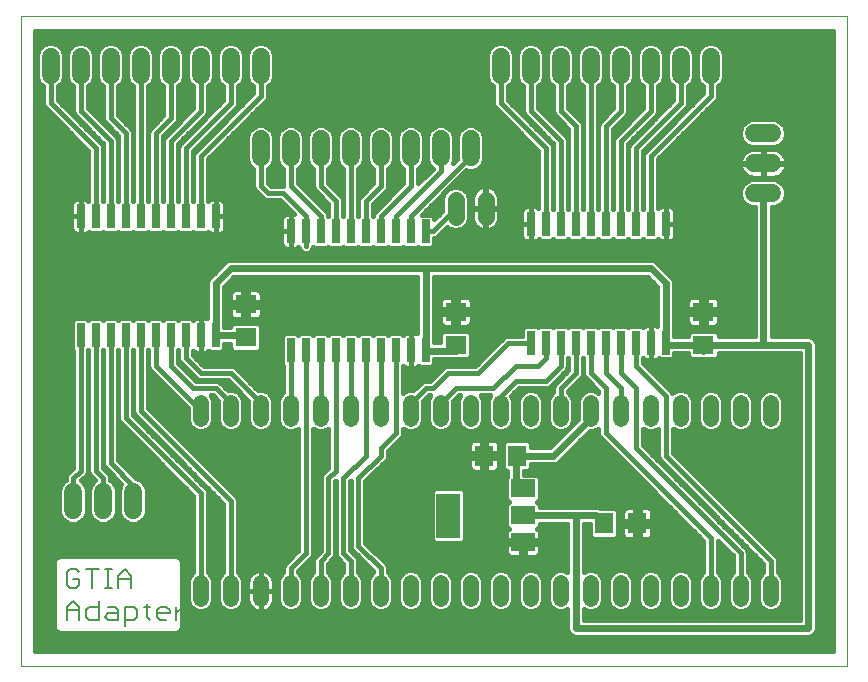
<source format=gtl>
G75*
%MOIN*%
%OFA0B0*%
%FSLAX25Y25*%
%IPPOS*%
%LPD*%
%AMOC8*
5,1,8,0,0,1.08239X$1,22.5*
%
%ADD10C,0.00000*%
%ADD11C,0.00600*%
%ADD12C,0.05200*%
%ADD13R,0.02600X0.08000*%
%ADD14C,0.06000*%
%ADD15R,0.07087X0.06299*%
%ADD16C,0.05600*%
%ADD17R,0.06299X0.07087*%
%ADD18R,0.07900X0.05900*%
%ADD19R,0.07900X0.15000*%
%ADD20C,0.01600*%
%ADD21C,0.02400*%
D10*
X0001800Y0001800D02*
X0001800Y0218335D01*
X0277391Y0218335D01*
X0277391Y0001800D01*
X0001800Y0001800D01*
D11*
X0017100Y0017100D02*
X0017100Y0021370D01*
X0019235Y0023505D01*
X0021370Y0021370D01*
X0021370Y0017100D01*
X0023545Y0018168D02*
X0023545Y0020303D01*
X0024613Y0021370D01*
X0027816Y0021370D01*
X0027816Y0023505D02*
X0027816Y0017100D01*
X0024613Y0017100D01*
X0023545Y0018168D01*
X0021370Y0020303D02*
X0017100Y0020303D01*
X0018168Y0027600D02*
X0020303Y0027600D01*
X0021370Y0028668D01*
X0021370Y0030803D01*
X0019235Y0030803D01*
X0017100Y0032938D02*
X0017100Y0028668D01*
X0018168Y0027600D01*
X0017100Y0032938D02*
X0018168Y0034005D01*
X0020303Y0034005D01*
X0021370Y0032938D01*
X0023545Y0034005D02*
X0027816Y0034005D01*
X0025681Y0034005D02*
X0025681Y0027600D01*
X0029991Y0027600D02*
X0032126Y0027600D01*
X0031059Y0027600D02*
X0031059Y0034005D01*
X0032126Y0034005D02*
X0029991Y0034005D01*
X0034288Y0031870D02*
X0036423Y0034005D01*
X0038558Y0031870D01*
X0038558Y0027600D01*
X0038558Y0030803D02*
X0034288Y0030803D01*
X0034288Y0031870D02*
X0034288Y0027600D01*
X0033194Y0021370D02*
X0034261Y0020303D01*
X0034261Y0017100D01*
X0031059Y0017100D01*
X0029991Y0018168D01*
X0031059Y0019235D01*
X0034261Y0019235D01*
X0033194Y0021370D02*
X0031059Y0021370D01*
X0036436Y0021370D02*
X0039639Y0021370D01*
X0040707Y0020303D01*
X0040707Y0018168D01*
X0039639Y0017100D01*
X0036436Y0017100D01*
X0036436Y0014965D02*
X0036436Y0021370D01*
X0042882Y0021370D02*
X0045017Y0021370D01*
X0043950Y0022438D02*
X0043950Y0018168D01*
X0045017Y0017100D01*
X0047179Y0018168D02*
X0047179Y0020303D01*
X0048247Y0021370D01*
X0050382Y0021370D01*
X0051449Y0020303D01*
X0051449Y0019235D01*
X0047179Y0019235D01*
X0047179Y0018168D02*
X0048247Y0017100D01*
X0050382Y0017100D01*
X0053624Y0017100D02*
X0053624Y0021370D01*
X0053624Y0019235D02*
X0055760Y0021370D01*
X0056827Y0021370D01*
D12*
X0061800Y0024200D02*
X0061800Y0029400D01*
X0071800Y0029400D02*
X0071800Y0024200D01*
X0081800Y0024200D02*
X0081800Y0029400D01*
X0091800Y0029400D02*
X0091800Y0024200D01*
X0101800Y0024200D02*
X0101800Y0029400D01*
X0111800Y0029400D02*
X0111800Y0024200D01*
X0121800Y0024200D02*
X0121800Y0029400D01*
X0131800Y0029400D02*
X0131800Y0024200D01*
X0141800Y0024200D02*
X0141800Y0029400D01*
X0151800Y0029400D02*
X0151800Y0024200D01*
X0161800Y0024200D02*
X0161800Y0029400D01*
X0171800Y0029400D02*
X0171800Y0024200D01*
X0181800Y0024200D02*
X0181800Y0029400D01*
X0191800Y0029400D02*
X0191800Y0024200D01*
X0201800Y0024200D02*
X0201800Y0029400D01*
X0211800Y0029400D02*
X0211800Y0024200D01*
X0221800Y0024200D02*
X0221800Y0029400D01*
X0231800Y0029400D02*
X0231800Y0024200D01*
X0241800Y0024200D02*
X0241800Y0029400D01*
X0251800Y0029400D02*
X0251800Y0024200D01*
X0251800Y0084200D02*
X0251800Y0089400D01*
X0241800Y0089400D02*
X0241800Y0084200D01*
X0231800Y0084200D02*
X0231800Y0089400D01*
X0221800Y0089400D02*
X0221800Y0084200D01*
X0211800Y0084200D02*
X0211800Y0089400D01*
X0201800Y0089400D02*
X0201800Y0084200D01*
X0191800Y0084200D02*
X0191800Y0089400D01*
X0181800Y0089400D02*
X0181800Y0084200D01*
X0171800Y0084200D02*
X0171800Y0089400D01*
X0161800Y0089400D02*
X0161800Y0084200D01*
X0151800Y0084200D02*
X0151800Y0089400D01*
X0141800Y0089400D02*
X0141800Y0084200D01*
X0131800Y0084200D02*
X0131800Y0089400D01*
X0121800Y0089400D02*
X0121800Y0084200D01*
X0111800Y0084200D02*
X0111800Y0089400D01*
X0101800Y0089400D02*
X0101800Y0084200D01*
X0091800Y0084200D02*
X0091800Y0089400D01*
X0081800Y0089400D02*
X0081800Y0084200D01*
X0071800Y0084200D02*
X0071800Y0089400D01*
X0061800Y0089400D02*
X0061800Y0084200D01*
D13*
X0091800Y0107000D03*
X0096800Y0107000D03*
X0101800Y0107000D03*
X0106800Y0107000D03*
X0111800Y0107000D03*
X0116800Y0107000D03*
X0121800Y0107000D03*
X0126800Y0107000D03*
X0131800Y0107000D03*
X0136800Y0107000D03*
X0171800Y0109500D03*
X0176800Y0109500D03*
X0181800Y0109500D03*
X0186800Y0109500D03*
X0191800Y0109500D03*
X0196800Y0109500D03*
X0201800Y0109500D03*
X0206800Y0109500D03*
X0211800Y0109500D03*
X0216800Y0109500D03*
X0216800Y0149100D03*
X0211800Y0149100D03*
X0206800Y0149100D03*
X0201800Y0149100D03*
X0196800Y0149100D03*
X0191800Y0149100D03*
X0186800Y0149100D03*
X0181800Y0149100D03*
X0176800Y0149100D03*
X0171800Y0149100D03*
X0136800Y0146600D03*
X0131800Y0146600D03*
X0126800Y0146600D03*
X0121800Y0146600D03*
X0116800Y0146600D03*
X0111800Y0146600D03*
X0106800Y0146600D03*
X0101800Y0146600D03*
X0096800Y0146600D03*
X0091800Y0146600D03*
X0066800Y0151600D03*
X0061800Y0151600D03*
X0056800Y0151600D03*
X0051800Y0151600D03*
X0046800Y0151600D03*
X0041800Y0151600D03*
X0036800Y0151600D03*
X0031800Y0151600D03*
X0026800Y0151600D03*
X0021800Y0151600D03*
X0021800Y0112000D03*
X0026800Y0112000D03*
X0031800Y0112000D03*
X0036800Y0112000D03*
X0041800Y0112000D03*
X0046800Y0112000D03*
X0051800Y0112000D03*
X0056800Y0112000D03*
X0061800Y0112000D03*
X0066800Y0112000D03*
D14*
X0039300Y0059800D02*
X0039300Y0053800D01*
X0029300Y0053800D02*
X0029300Y0059800D01*
X0019300Y0059800D02*
X0019300Y0053800D01*
X0081800Y0171300D02*
X0081800Y0177300D01*
X0091800Y0177300D02*
X0091800Y0171300D01*
X0101800Y0171300D02*
X0101800Y0177300D01*
X0111800Y0177300D02*
X0111800Y0171300D01*
X0121800Y0171300D02*
X0121800Y0177300D01*
X0131800Y0177300D02*
X0131800Y0171300D01*
X0141800Y0171300D02*
X0141800Y0177300D01*
X0151800Y0177300D02*
X0151800Y0171300D01*
X0161800Y0198800D02*
X0161800Y0204800D01*
X0171800Y0204800D02*
X0171800Y0198800D01*
X0181800Y0198800D02*
X0181800Y0204800D01*
X0191800Y0204800D02*
X0191800Y0198800D01*
X0201800Y0198800D02*
X0201800Y0204800D01*
X0211800Y0204800D02*
X0211800Y0198800D01*
X0221800Y0198800D02*
X0221800Y0204800D01*
X0231800Y0204800D02*
X0231800Y0198800D01*
X0246300Y0179300D02*
X0252300Y0179300D01*
X0252300Y0169300D02*
X0246300Y0169300D01*
X0246300Y0159300D02*
X0252300Y0159300D01*
X0081800Y0198800D02*
X0081800Y0204800D01*
X0071800Y0204800D02*
X0071800Y0198800D01*
X0061800Y0198800D02*
X0061800Y0204800D01*
X0051800Y0204800D02*
X0051800Y0198800D01*
X0041800Y0198800D02*
X0041800Y0204800D01*
X0031800Y0204800D02*
X0031800Y0198800D01*
X0021800Y0198800D02*
X0021800Y0204800D01*
X0011800Y0204800D02*
X0011800Y0198800D01*
D15*
X0076800Y0122312D03*
X0076800Y0111288D03*
X0146800Y0108788D03*
X0146800Y0119812D03*
X0229300Y0119812D03*
X0229300Y0108788D03*
D16*
X0156800Y0151500D02*
X0156800Y0157100D01*
X0146800Y0157100D02*
X0146800Y0151500D01*
D17*
X0156288Y0071800D03*
X0167312Y0071800D03*
X0196288Y0049300D03*
X0207312Y0049300D03*
D18*
X0169200Y0051900D03*
X0169200Y0042900D03*
X0169200Y0060900D03*
D19*
X0144400Y0051800D03*
D20*
X0149950Y0051354D02*
X0163650Y0051354D01*
X0163650Y0052952D02*
X0149950Y0052952D01*
X0149950Y0054551D02*
X0163650Y0054551D01*
X0163650Y0055513D02*
X0163650Y0048287D01*
X0164463Y0047474D01*
X0164145Y0047290D01*
X0163810Y0046955D01*
X0163573Y0046545D01*
X0163450Y0046087D01*
X0163450Y0043575D01*
X0168525Y0043575D01*
X0168525Y0042225D01*
X0169875Y0042225D01*
X0169875Y0043575D01*
X0174950Y0043575D01*
X0174950Y0046087D01*
X0174827Y0046545D01*
X0174590Y0046955D01*
X0174255Y0047290D01*
X0173937Y0047474D01*
X0174750Y0048287D01*
X0174750Y0049100D01*
X0184000Y0049100D01*
X0184000Y0033035D01*
X0182635Y0033600D01*
X0180965Y0033600D01*
X0179421Y0032961D01*
X0178239Y0031779D01*
X0177600Y0030235D01*
X0177600Y0023365D01*
X0178239Y0021821D01*
X0179421Y0020639D01*
X0180965Y0020000D01*
X0182635Y0020000D01*
X0184000Y0020565D01*
X0184000Y0013743D01*
X0184426Y0012714D01*
X0185214Y0011926D01*
X0186243Y0011500D01*
X0264857Y0011500D01*
X0265886Y0011926D01*
X0266674Y0012714D01*
X0267100Y0013743D01*
X0267100Y0109345D01*
X0266674Y0110374D01*
X0265886Y0111162D01*
X0264857Y0111588D01*
X0252100Y0111588D01*
X0252100Y0154700D01*
X0253215Y0154700D01*
X0254906Y0155400D01*
X0256200Y0156694D01*
X0256900Y0158385D01*
X0256900Y0160215D01*
X0256200Y0161906D01*
X0254906Y0163200D01*
X0253215Y0163900D01*
X0245385Y0163900D01*
X0243694Y0163200D01*
X0242400Y0161906D01*
X0241700Y0160215D01*
X0241700Y0158385D01*
X0242400Y0156694D01*
X0243694Y0155400D01*
X0245385Y0154700D01*
X0246500Y0154700D01*
X0246500Y0111588D01*
X0234443Y0111588D01*
X0234443Y0112601D01*
X0233506Y0113538D01*
X0225094Y0113538D01*
X0224157Y0112601D01*
X0224157Y0111588D01*
X0219700Y0111588D01*
X0219700Y0114163D01*
X0219600Y0114263D01*
X0219600Y0129857D01*
X0219174Y0130886D01*
X0218386Y0131674D01*
X0213386Y0136674D01*
X0212357Y0137100D01*
X0071243Y0137100D01*
X0070214Y0136674D01*
X0065214Y0131674D01*
X0064426Y0130886D01*
X0064000Y0129857D01*
X0064000Y0117559D01*
X0063795Y0117677D01*
X0063337Y0117800D01*
X0061800Y0117800D01*
X0061800Y0112000D01*
X0061800Y0112000D01*
X0061800Y0106200D01*
X0063337Y0106200D01*
X0063795Y0106323D01*
X0064205Y0106560D01*
X0064441Y0106796D01*
X0064837Y0106400D01*
X0068763Y0106400D01*
X0069700Y0107337D01*
X0069700Y0109200D01*
X0071657Y0109200D01*
X0071657Y0107476D01*
X0072594Y0106539D01*
X0081006Y0106539D01*
X0081943Y0107476D01*
X0081943Y0115101D01*
X0081006Y0116038D01*
X0072594Y0116038D01*
X0071657Y0115101D01*
X0071657Y0114800D01*
X0069700Y0114800D01*
X0069700Y0116663D01*
X0069600Y0116763D01*
X0069600Y0128140D01*
X0072960Y0131500D01*
X0134000Y0131500D01*
X0134000Y0112559D01*
X0133795Y0112677D01*
X0133337Y0112800D01*
X0131800Y0112800D01*
X0131800Y0107000D01*
X0131800Y0107000D01*
X0131800Y0112800D01*
X0130263Y0112800D01*
X0129805Y0112677D01*
X0129395Y0112440D01*
X0129159Y0112204D01*
X0128763Y0112600D01*
X0124837Y0112600D01*
X0124300Y0112063D01*
X0123763Y0112600D01*
X0119837Y0112600D01*
X0119300Y0112063D01*
X0118763Y0112600D01*
X0114837Y0112600D01*
X0114300Y0112063D01*
X0113763Y0112600D01*
X0109837Y0112600D01*
X0109300Y0112063D01*
X0108763Y0112600D01*
X0104837Y0112600D01*
X0104300Y0112063D01*
X0103763Y0112600D01*
X0099837Y0112600D01*
X0099300Y0112063D01*
X0098763Y0112600D01*
X0094837Y0112600D01*
X0094300Y0112063D01*
X0093763Y0112600D01*
X0089837Y0112600D01*
X0088900Y0111663D01*
X0088900Y0102337D01*
X0089400Y0101837D01*
X0089400Y0092940D01*
X0088239Y0091779D01*
X0087600Y0090235D01*
X0087600Y0083365D01*
X0088239Y0081821D01*
X0089421Y0080639D01*
X0090965Y0080000D01*
X0092635Y0080000D01*
X0094179Y0080639D01*
X0094400Y0080860D01*
X0094400Y0040294D01*
X0090441Y0036335D01*
X0089765Y0035659D01*
X0089400Y0034777D01*
X0089400Y0032940D01*
X0088239Y0031779D01*
X0087600Y0030235D01*
X0087600Y0023365D01*
X0088239Y0021821D01*
X0089421Y0020639D01*
X0090965Y0020000D01*
X0092635Y0020000D01*
X0094179Y0020639D01*
X0095361Y0021821D01*
X0096000Y0023365D01*
X0096000Y0030235D01*
X0095361Y0031779D01*
X0094200Y0032940D01*
X0094200Y0033306D01*
X0098835Y0037941D01*
X0099200Y0038823D01*
X0099200Y0080860D01*
X0099421Y0080639D01*
X0100965Y0080000D01*
X0102635Y0080000D01*
X0104179Y0080639D01*
X0104400Y0080860D01*
X0104400Y0067794D01*
X0102941Y0066335D01*
X0102941Y0066335D01*
X0102265Y0065659D01*
X0101900Y0064777D01*
X0101900Y0040294D01*
X0100441Y0038835D01*
X0100441Y0038835D01*
X0099765Y0038159D01*
X0099400Y0037277D01*
X0099400Y0032940D01*
X0098239Y0031779D01*
X0097600Y0030235D01*
X0097600Y0023365D01*
X0098239Y0021821D01*
X0099421Y0020639D01*
X0100965Y0020000D01*
X0102635Y0020000D01*
X0104179Y0020639D01*
X0105361Y0021821D01*
X0106000Y0023365D01*
X0106000Y0030235D01*
X0105361Y0031779D01*
X0104200Y0032940D01*
X0104200Y0035806D01*
X0106335Y0037941D01*
X0106700Y0038823D01*
X0106700Y0063306D01*
X0106900Y0063506D01*
X0106900Y0038823D01*
X0107265Y0037941D01*
X0109400Y0035806D01*
X0109400Y0032940D01*
X0108239Y0031779D01*
X0107600Y0030235D01*
X0107600Y0023365D01*
X0108239Y0021821D01*
X0109421Y0020639D01*
X0110965Y0020000D01*
X0112635Y0020000D01*
X0114179Y0020639D01*
X0115361Y0021821D01*
X0116000Y0023365D01*
X0116000Y0030235D01*
X0115361Y0031779D01*
X0114200Y0032940D01*
X0114200Y0037277D01*
X0113835Y0038159D01*
X0113159Y0038835D01*
X0111700Y0040294D01*
X0111700Y0063306D01*
X0111900Y0063506D01*
X0111900Y0041323D01*
X0112265Y0040441D01*
X0119400Y0033306D01*
X0119400Y0032940D01*
X0118239Y0031779D01*
X0117600Y0030235D01*
X0117600Y0023365D01*
X0118239Y0021821D01*
X0119421Y0020639D01*
X0120965Y0020000D01*
X0122635Y0020000D01*
X0124179Y0020639D01*
X0125361Y0021821D01*
X0126000Y0023365D01*
X0126000Y0030235D01*
X0125361Y0031779D01*
X0124200Y0032940D01*
X0124200Y0034777D01*
X0123835Y0035659D01*
X0123159Y0036335D01*
X0116700Y0042794D01*
X0116700Y0063306D01*
X0123835Y0070441D01*
X0124200Y0071323D01*
X0124200Y0073306D01*
X0128835Y0077941D01*
X0129200Y0078823D01*
X0129200Y0080860D01*
X0129421Y0080639D01*
X0130965Y0080000D01*
X0132635Y0080000D01*
X0134179Y0080639D01*
X0135361Y0081821D01*
X0136000Y0083365D01*
X0136000Y0090106D01*
X0137794Y0091900D01*
X0138360Y0091900D01*
X0138239Y0091779D01*
X0137600Y0090235D01*
X0137600Y0083365D01*
X0138239Y0081821D01*
X0139421Y0080639D01*
X0140965Y0080000D01*
X0142635Y0080000D01*
X0144179Y0080639D01*
X0145361Y0081821D01*
X0146000Y0083365D01*
X0146000Y0090106D01*
X0147794Y0091900D01*
X0148360Y0091900D01*
X0148239Y0091779D01*
X0147600Y0090235D01*
X0147600Y0083365D01*
X0148239Y0081821D01*
X0149421Y0080639D01*
X0150965Y0080000D01*
X0152635Y0080000D01*
X0154179Y0080639D01*
X0155361Y0081821D01*
X0156000Y0083365D01*
X0156000Y0090235D01*
X0155361Y0091779D01*
X0155240Y0091900D01*
X0158360Y0091900D01*
X0158239Y0091779D01*
X0157600Y0090235D01*
X0157600Y0083365D01*
X0158239Y0081821D01*
X0159421Y0080639D01*
X0160965Y0080000D01*
X0162635Y0080000D01*
X0164179Y0080639D01*
X0165361Y0081821D01*
X0166000Y0083365D01*
X0166000Y0090235D01*
X0165361Y0091779D01*
X0165267Y0091873D01*
X0167794Y0094400D01*
X0177277Y0094400D01*
X0178159Y0094765D01*
X0183159Y0099765D01*
X0183835Y0100441D01*
X0184200Y0101323D01*
X0184200Y0104337D01*
X0184300Y0104437D01*
X0184400Y0104337D01*
X0184400Y0100294D01*
X0180441Y0096335D01*
X0179765Y0095659D01*
X0179400Y0094777D01*
X0179400Y0092940D01*
X0178239Y0091779D01*
X0177600Y0090235D01*
X0177600Y0083365D01*
X0178239Y0081821D01*
X0179421Y0080639D01*
X0180965Y0080000D01*
X0182635Y0080000D01*
X0184179Y0080639D01*
X0185361Y0081821D01*
X0186000Y0083365D01*
X0186000Y0090235D01*
X0185361Y0091779D01*
X0184200Y0092940D01*
X0184200Y0093306D01*
X0188835Y0097941D01*
X0189200Y0098823D01*
X0189200Y0104337D01*
X0189300Y0104437D01*
X0189400Y0104337D01*
X0189400Y0098823D01*
X0189765Y0097941D01*
X0190441Y0097265D01*
X0194400Y0093306D01*
X0194400Y0092740D01*
X0194179Y0092961D01*
X0192635Y0093600D01*
X0190965Y0093600D01*
X0189421Y0092961D01*
X0188239Y0091779D01*
X0187600Y0090235D01*
X0187600Y0084060D01*
X0178140Y0074600D01*
X0172061Y0074600D01*
X0172061Y0076006D01*
X0171124Y0076943D01*
X0163499Y0076943D01*
X0162562Y0076006D01*
X0162562Y0067594D01*
X0163499Y0066657D01*
X0164000Y0066657D01*
X0164000Y0064863D01*
X0163650Y0064513D01*
X0163650Y0057287D01*
X0164537Y0056400D01*
X0163650Y0055513D01*
X0164287Y0056149D02*
X0149950Y0056149D01*
X0149950Y0057748D02*
X0163650Y0057748D01*
X0163650Y0059346D02*
X0149950Y0059346D01*
X0149950Y0059963D02*
X0149013Y0060900D01*
X0139787Y0060900D01*
X0138850Y0059963D01*
X0138850Y0043637D01*
X0139787Y0042700D01*
X0149013Y0042700D01*
X0149950Y0043637D01*
X0149950Y0059963D01*
X0152444Y0066579D02*
X0152902Y0066457D01*
X0155513Y0066457D01*
X0155513Y0071025D01*
X0151339Y0071025D01*
X0151339Y0068020D01*
X0151461Y0067562D01*
X0151698Y0067151D01*
X0152033Y0066816D01*
X0152444Y0066579D01*
X0151590Y0067339D02*
X0120733Y0067339D01*
X0119135Y0065740D02*
X0164000Y0065740D01*
X0163650Y0064142D02*
X0117536Y0064142D01*
X0116700Y0062543D02*
X0163650Y0062543D01*
X0163650Y0060945D02*
X0116700Y0060945D01*
X0116700Y0059346D02*
X0138850Y0059346D01*
X0138850Y0057748D02*
X0116700Y0057748D01*
X0116700Y0056149D02*
X0138850Y0056149D01*
X0138850Y0054551D02*
X0116700Y0054551D01*
X0116700Y0052952D02*
X0138850Y0052952D01*
X0138850Y0051354D02*
X0116700Y0051354D01*
X0116700Y0049755D02*
X0138850Y0049755D01*
X0138850Y0048157D02*
X0116700Y0048157D01*
X0116700Y0046558D02*
X0138850Y0046558D01*
X0138850Y0044960D02*
X0116700Y0044960D01*
X0116700Y0043361D02*
X0139126Y0043361D01*
X0140965Y0033600D02*
X0139421Y0032961D01*
X0138239Y0031779D01*
X0137600Y0030235D01*
X0137600Y0023365D01*
X0138239Y0021821D01*
X0139421Y0020639D01*
X0140965Y0020000D01*
X0142635Y0020000D01*
X0144179Y0020639D01*
X0145361Y0021821D01*
X0146000Y0023365D01*
X0146000Y0030235D01*
X0145361Y0031779D01*
X0144179Y0032961D01*
X0142635Y0033600D01*
X0140965Y0033600D01*
X0138632Y0032172D02*
X0134968Y0032172D01*
X0135361Y0031779D02*
X0134179Y0032961D01*
X0132635Y0033600D01*
X0130965Y0033600D01*
X0129421Y0032961D01*
X0128239Y0031779D01*
X0127600Y0030235D01*
X0127600Y0023365D01*
X0128239Y0021821D01*
X0129421Y0020639D01*
X0130965Y0020000D01*
X0132635Y0020000D01*
X0134179Y0020639D01*
X0135361Y0021821D01*
X0136000Y0023365D01*
X0136000Y0030235D01*
X0135361Y0031779D01*
X0135860Y0030573D02*
X0137740Y0030573D01*
X0137600Y0028975D02*
X0136000Y0028975D01*
X0136000Y0027376D02*
X0137600Y0027376D01*
X0137600Y0025778D02*
X0136000Y0025778D01*
X0136000Y0024179D02*
X0137600Y0024179D01*
X0137925Y0022581D02*
X0135675Y0022581D01*
X0134522Y0020982D02*
X0139078Y0020982D01*
X0144522Y0020982D02*
X0149078Y0020982D01*
X0149421Y0020639D02*
X0150965Y0020000D01*
X0152635Y0020000D01*
X0154179Y0020639D01*
X0155361Y0021821D01*
X0156000Y0023365D01*
X0156000Y0030235D01*
X0155361Y0031779D01*
X0154179Y0032961D01*
X0152635Y0033600D01*
X0150965Y0033600D01*
X0149421Y0032961D01*
X0148239Y0031779D01*
X0147600Y0030235D01*
X0147600Y0023365D01*
X0148239Y0021821D01*
X0149421Y0020639D01*
X0147925Y0022581D02*
X0145675Y0022581D01*
X0146000Y0024179D02*
X0147600Y0024179D01*
X0147600Y0025778D02*
X0146000Y0025778D01*
X0146000Y0027376D02*
X0147600Y0027376D01*
X0147600Y0028975D02*
X0146000Y0028975D01*
X0145860Y0030573D02*
X0147740Y0030573D01*
X0148632Y0032172D02*
X0144968Y0032172D01*
X0154968Y0032172D02*
X0158632Y0032172D01*
X0158239Y0031779D02*
X0157600Y0030235D01*
X0157600Y0023365D01*
X0158239Y0021821D01*
X0159421Y0020639D01*
X0160965Y0020000D01*
X0162635Y0020000D01*
X0164179Y0020639D01*
X0165361Y0021821D01*
X0166000Y0023365D01*
X0166000Y0030235D01*
X0165361Y0031779D01*
X0164179Y0032961D01*
X0162635Y0033600D01*
X0160965Y0033600D01*
X0159421Y0032961D01*
X0158239Y0031779D01*
X0157740Y0030573D02*
X0155860Y0030573D01*
X0156000Y0028975D02*
X0157600Y0028975D01*
X0157600Y0027376D02*
X0156000Y0027376D01*
X0156000Y0025778D02*
X0157600Y0025778D01*
X0157600Y0024179D02*
X0156000Y0024179D01*
X0155675Y0022581D02*
X0157925Y0022581D01*
X0159078Y0020982D02*
X0154522Y0020982D01*
X0164522Y0020982D02*
X0169078Y0020982D01*
X0169421Y0020639D02*
X0170965Y0020000D01*
X0172635Y0020000D01*
X0174179Y0020639D01*
X0175361Y0021821D01*
X0176000Y0023365D01*
X0176000Y0030235D01*
X0175361Y0031779D01*
X0174179Y0032961D01*
X0172635Y0033600D01*
X0170965Y0033600D01*
X0169421Y0032961D01*
X0168239Y0031779D01*
X0167600Y0030235D01*
X0167600Y0023365D01*
X0168239Y0021821D01*
X0169421Y0020639D01*
X0167925Y0022581D02*
X0165675Y0022581D01*
X0166000Y0024179D02*
X0167600Y0024179D01*
X0167600Y0025778D02*
X0166000Y0025778D01*
X0166000Y0027376D02*
X0167600Y0027376D01*
X0167600Y0028975D02*
X0166000Y0028975D01*
X0165860Y0030573D02*
X0167740Y0030573D01*
X0168632Y0032172D02*
X0164968Y0032172D01*
X0165013Y0038150D02*
X0168525Y0038150D01*
X0168525Y0042225D01*
X0163450Y0042225D01*
X0163450Y0039713D01*
X0163573Y0039255D01*
X0163810Y0038845D01*
X0164145Y0038510D01*
X0164555Y0038273D01*
X0165013Y0038150D01*
X0164089Y0038566D02*
X0120928Y0038566D01*
X0119330Y0040164D02*
X0163450Y0040164D01*
X0163450Y0041763D02*
X0117731Y0041763D01*
X0114300Y0041800D02*
X0121800Y0034300D01*
X0121800Y0026800D01*
X0126000Y0027376D02*
X0127600Y0027376D01*
X0127600Y0025778D02*
X0126000Y0025778D01*
X0126000Y0024179D02*
X0127600Y0024179D01*
X0127925Y0022581D02*
X0125675Y0022581D01*
X0124522Y0020982D02*
X0129078Y0020982D01*
X0119078Y0020982D02*
X0114522Y0020982D01*
X0115675Y0022581D02*
X0117925Y0022581D01*
X0117600Y0024179D02*
X0116000Y0024179D01*
X0116000Y0025778D02*
X0117600Y0025778D01*
X0117600Y0027376D02*
X0116000Y0027376D01*
X0116000Y0028975D02*
X0117600Y0028975D01*
X0117740Y0030573D02*
X0115860Y0030573D01*
X0114968Y0032172D02*
X0118632Y0032172D01*
X0118936Y0033770D02*
X0114200Y0033770D01*
X0114200Y0035369D02*
X0117337Y0035369D01*
X0115739Y0036967D02*
X0114200Y0036967D01*
X0114140Y0038566D02*
X0113428Y0038566D01*
X0112542Y0040164D02*
X0111830Y0040164D01*
X0111900Y0041763D02*
X0111700Y0041763D01*
X0111700Y0043361D02*
X0111900Y0043361D01*
X0111900Y0044960D02*
X0111700Y0044960D01*
X0111700Y0046558D02*
X0111900Y0046558D01*
X0111900Y0048157D02*
X0111700Y0048157D01*
X0111700Y0049755D02*
X0111900Y0049755D01*
X0111900Y0051354D02*
X0111700Y0051354D01*
X0111700Y0052952D02*
X0111900Y0052952D01*
X0111900Y0054551D02*
X0111700Y0054551D01*
X0111700Y0056149D02*
X0111900Y0056149D01*
X0111900Y0057748D02*
X0111700Y0057748D01*
X0111700Y0059346D02*
X0111900Y0059346D01*
X0111900Y0060945D02*
X0111700Y0060945D01*
X0111700Y0062543D02*
X0111900Y0062543D01*
X0114300Y0064300D02*
X0114300Y0041800D01*
X0111800Y0036800D02*
X0111800Y0026800D01*
X0107600Y0027376D02*
X0106000Y0027376D01*
X0106000Y0025778D02*
X0107600Y0025778D01*
X0107600Y0024179D02*
X0106000Y0024179D01*
X0105675Y0022581D02*
X0107925Y0022581D01*
X0109078Y0020982D02*
X0104522Y0020982D01*
X0099078Y0020982D02*
X0094522Y0020982D01*
X0095675Y0022581D02*
X0097925Y0022581D01*
X0097600Y0024179D02*
X0096000Y0024179D01*
X0096000Y0025778D02*
X0097600Y0025778D01*
X0097600Y0027376D02*
X0096000Y0027376D01*
X0096000Y0028975D02*
X0097600Y0028975D01*
X0097740Y0030573D02*
X0095860Y0030573D01*
X0094968Y0032172D02*
X0098632Y0032172D01*
X0099400Y0033770D02*
X0094664Y0033770D01*
X0096263Y0035369D02*
X0099400Y0035369D01*
X0099400Y0036967D02*
X0097861Y0036967D01*
X0099094Y0038566D02*
X0100172Y0038566D01*
X0099200Y0040164D02*
X0101770Y0040164D01*
X0101900Y0041763D02*
X0099200Y0041763D01*
X0099200Y0043361D02*
X0101900Y0043361D01*
X0101900Y0044960D02*
X0099200Y0044960D01*
X0099200Y0046558D02*
X0101900Y0046558D01*
X0101900Y0048157D02*
X0099200Y0048157D01*
X0099200Y0049755D02*
X0101900Y0049755D01*
X0101900Y0051354D02*
X0099200Y0051354D01*
X0099200Y0052952D02*
X0101900Y0052952D01*
X0101900Y0054551D02*
X0099200Y0054551D01*
X0099200Y0056149D02*
X0101900Y0056149D01*
X0101900Y0057748D02*
X0099200Y0057748D01*
X0099200Y0059346D02*
X0101900Y0059346D01*
X0101900Y0060945D02*
X0099200Y0060945D01*
X0099200Y0062543D02*
X0101900Y0062543D01*
X0101900Y0064142D02*
X0099200Y0064142D01*
X0099200Y0065740D02*
X0102346Y0065740D01*
X0103945Y0067339D02*
X0099200Y0067339D01*
X0099200Y0068937D02*
X0104400Y0068937D01*
X0104400Y0070536D02*
X0099200Y0070536D01*
X0099200Y0072134D02*
X0104400Y0072134D01*
X0104400Y0073733D02*
X0099200Y0073733D01*
X0099200Y0075332D02*
X0104400Y0075332D01*
X0104400Y0076930D02*
X0099200Y0076930D01*
X0099200Y0078529D02*
X0104400Y0078529D01*
X0104400Y0080127D02*
X0102942Y0080127D01*
X0100658Y0080127D02*
X0099200Y0080127D01*
X0094400Y0080127D02*
X0092942Y0080127D01*
X0094400Y0078529D02*
X0053466Y0078529D01*
X0051867Y0080127D02*
X0060658Y0080127D01*
X0060965Y0080000D02*
X0062635Y0080000D01*
X0064179Y0080639D01*
X0065361Y0081821D01*
X0066000Y0083365D01*
X0066000Y0090235D01*
X0065361Y0091779D01*
X0065240Y0091900D01*
X0065806Y0091900D01*
X0067600Y0090106D01*
X0067600Y0083365D01*
X0068239Y0081821D01*
X0069421Y0080639D01*
X0070965Y0080000D01*
X0072635Y0080000D01*
X0074179Y0080639D01*
X0075361Y0081821D01*
X0076000Y0083365D01*
X0076000Y0090235D01*
X0075361Y0091779D01*
X0074179Y0092961D01*
X0072635Y0093600D01*
X0070965Y0093600D01*
X0070915Y0093579D01*
X0068835Y0095659D01*
X0068159Y0096335D01*
X0067277Y0096700D01*
X0060294Y0096700D01*
X0054200Y0102794D01*
X0054200Y0106837D01*
X0054300Y0106937D01*
X0054400Y0106837D01*
X0054400Y0103823D01*
X0054765Y0102941D01*
X0055441Y0102265D01*
X0060441Y0097265D01*
X0061323Y0096900D01*
X0070806Y0096900D01*
X0077600Y0090106D01*
X0077600Y0083365D01*
X0078239Y0081821D01*
X0079421Y0080639D01*
X0080965Y0080000D01*
X0082635Y0080000D01*
X0084179Y0080639D01*
X0085361Y0081821D01*
X0086000Y0083365D01*
X0086000Y0090235D01*
X0085361Y0091779D01*
X0084179Y0092961D01*
X0082635Y0093600D01*
X0080965Y0093600D01*
X0080915Y0093579D01*
X0073835Y0100659D01*
X0073159Y0101335D01*
X0072277Y0101700D01*
X0062794Y0101700D01*
X0059200Y0105294D01*
X0059200Y0106754D01*
X0059395Y0106560D01*
X0059805Y0106323D01*
X0060263Y0106200D01*
X0061800Y0106200D01*
X0061800Y0112000D01*
X0061800Y0112000D01*
X0061800Y0117800D01*
X0060263Y0117800D01*
X0059805Y0117677D01*
X0059395Y0117440D01*
X0059159Y0117204D01*
X0058763Y0117600D01*
X0054837Y0117600D01*
X0054300Y0117063D01*
X0053763Y0117600D01*
X0049837Y0117600D01*
X0049300Y0117063D01*
X0048763Y0117600D01*
X0044837Y0117600D01*
X0044300Y0117063D01*
X0043763Y0117600D01*
X0039837Y0117600D01*
X0039300Y0117063D01*
X0038763Y0117600D01*
X0034837Y0117600D01*
X0034300Y0117063D01*
X0033763Y0117600D01*
X0029837Y0117600D01*
X0029300Y0117063D01*
X0028763Y0117600D01*
X0024837Y0117600D01*
X0024300Y0117063D01*
X0023763Y0117600D01*
X0019837Y0117600D01*
X0018900Y0116663D01*
X0018900Y0107337D01*
X0019400Y0106837D01*
X0019400Y0067794D01*
X0017941Y0066335D01*
X0017265Y0065659D01*
X0016900Y0064777D01*
X0016900Y0063785D01*
X0016694Y0063700D01*
X0015400Y0062406D01*
X0014700Y0060715D01*
X0014700Y0052885D01*
X0015400Y0051194D01*
X0016694Y0049900D01*
X0018385Y0049200D01*
X0020215Y0049200D01*
X0021906Y0049900D01*
X0023200Y0051194D01*
X0023900Y0052885D01*
X0023900Y0060715D01*
X0023200Y0062406D01*
X0022000Y0063606D01*
X0023835Y0065441D01*
X0024200Y0066323D01*
X0024200Y0106837D01*
X0024300Y0106937D01*
X0024400Y0106837D01*
X0024400Y0066323D01*
X0024765Y0065441D01*
X0026600Y0063606D01*
X0025400Y0062406D01*
X0024700Y0060715D01*
X0024700Y0052885D01*
X0025400Y0051194D01*
X0026694Y0049900D01*
X0028385Y0049200D01*
X0030215Y0049200D01*
X0031906Y0049900D01*
X0033200Y0051194D01*
X0033900Y0052885D01*
X0033900Y0060715D01*
X0033200Y0062406D01*
X0031906Y0063700D01*
X0031700Y0063785D01*
X0031700Y0064777D01*
X0031335Y0065659D01*
X0030659Y0066335D01*
X0029200Y0067794D01*
X0029200Y0106837D01*
X0029300Y0106937D01*
X0029400Y0106837D01*
X0029400Y0068823D01*
X0029765Y0067941D01*
X0035371Y0062335D01*
X0034700Y0060715D01*
X0034700Y0052885D01*
X0035400Y0051194D01*
X0036694Y0049900D01*
X0038385Y0049200D01*
X0040215Y0049200D01*
X0041906Y0049900D01*
X0043200Y0051194D01*
X0043900Y0052885D01*
X0043900Y0060715D01*
X0043200Y0062406D01*
X0041906Y0063700D01*
X0040215Y0064400D01*
X0040094Y0064400D01*
X0034200Y0070294D01*
X0034200Y0106837D01*
X0034300Y0106937D01*
X0034400Y0106837D01*
X0034400Y0083823D01*
X0034765Y0082941D01*
X0059400Y0058306D01*
X0059400Y0032940D01*
X0058239Y0031779D01*
X0057600Y0030235D01*
X0057600Y0023365D01*
X0058239Y0021821D01*
X0059421Y0020639D01*
X0060965Y0020000D01*
X0062635Y0020000D01*
X0064179Y0020639D01*
X0065361Y0021821D01*
X0066000Y0023365D01*
X0066000Y0030235D01*
X0065361Y0031779D01*
X0064200Y0032940D01*
X0064200Y0059777D01*
X0063835Y0060659D01*
X0039200Y0085294D01*
X0039200Y0106837D01*
X0039300Y0106937D01*
X0039400Y0106837D01*
X0039400Y0086323D01*
X0039765Y0085441D01*
X0040441Y0084765D01*
X0069400Y0055806D01*
X0069400Y0032940D01*
X0068239Y0031779D01*
X0067600Y0030235D01*
X0067600Y0023365D01*
X0068239Y0021821D01*
X0069421Y0020639D01*
X0070965Y0020000D01*
X0072635Y0020000D01*
X0074179Y0020639D01*
X0075361Y0021821D01*
X0076000Y0023365D01*
X0076000Y0030235D01*
X0075361Y0031779D01*
X0074200Y0032940D01*
X0074200Y0057277D01*
X0073835Y0058159D01*
X0044200Y0087794D01*
X0044200Y0106837D01*
X0044300Y0106937D01*
X0044400Y0106837D01*
X0044400Y0101323D01*
X0044765Y0100441D01*
X0057600Y0087606D01*
X0057600Y0083365D01*
X0058239Y0081821D01*
X0059421Y0080639D01*
X0060965Y0080000D01*
X0062942Y0080127D02*
X0070658Y0080127D01*
X0072942Y0080127D02*
X0080658Y0080127D01*
X0082942Y0080127D02*
X0090658Y0080127D01*
X0088335Y0081726D02*
X0085265Y0081726D01*
X0085983Y0083324D02*
X0087617Y0083324D01*
X0087600Y0084923D02*
X0086000Y0084923D01*
X0086000Y0086521D02*
X0087600Y0086521D01*
X0087600Y0088120D02*
X0086000Y0088120D01*
X0086000Y0089718D02*
X0087600Y0089718D01*
X0088048Y0091317D02*
X0085552Y0091317D01*
X0084225Y0092915D02*
X0089375Y0092915D01*
X0089400Y0094514D02*
X0079980Y0094514D01*
X0078382Y0096112D02*
X0089400Y0096112D01*
X0089400Y0097711D02*
X0076783Y0097711D01*
X0075185Y0099309D02*
X0089400Y0099309D01*
X0089400Y0100908D02*
X0073586Y0100908D01*
X0071800Y0099300D02*
X0061800Y0099300D01*
X0056800Y0104300D01*
X0056800Y0112000D01*
X0061800Y0112097D02*
X0061800Y0112097D01*
X0061800Y0110499D02*
X0061800Y0110499D01*
X0061800Y0108900D02*
X0061800Y0108900D01*
X0061800Y0107302D02*
X0061800Y0107302D01*
X0059200Y0105703D02*
X0088900Y0105703D01*
X0088900Y0104105D02*
X0060389Y0104105D01*
X0061988Y0102506D02*
X0088900Y0102506D01*
X0088900Y0107302D02*
X0081769Y0107302D01*
X0081943Y0108900D02*
X0088900Y0108900D01*
X0088900Y0110499D02*
X0081943Y0110499D01*
X0081943Y0112097D02*
X0089335Y0112097D01*
X0094265Y0112097D02*
X0094335Y0112097D01*
X0099265Y0112097D02*
X0099335Y0112097D01*
X0104265Y0112097D02*
X0104335Y0112097D01*
X0109265Y0112097D02*
X0109335Y0112097D01*
X0114265Y0112097D02*
X0114335Y0112097D01*
X0116800Y0109300D02*
X0116800Y0107000D01*
X0116800Y0071800D01*
X0109300Y0064300D01*
X0109300Y0039300D01*
X0111800Y0036800D01*
X0109400Y0035369D02*
X0104200Y0035369D01*
X0104200Y0033770D02*
X0109400Y0033770D01*
X0108632Y0032172D02*
X0104968Y0032172D01*
X0105860Y0030573D02*
X0107740Y0030573D01*
X0107600Y0028975D02*
X0106000Y0028975D01*
X0101800Y0026800D02*
X0101800Y0036800D01*
X0104300Y0039300D01*
X0104300Y0064300D01*
X0106800Y0066800D01*
X0106800Y0107000D01*
X0101800Y0107000D02*
X0101800Y0086800D01*
X0111800Y0086800D02*
X0111800Y0107000D01*
X0119265Y0112097D02*
X0119335Y0112097D01*
X0124265Y0112097D02*
X0124335Y0112097D01*
X0126800Y0107000D02*
X0126800Y0079300D01*
X0121800Y0074300D01*
X0121800Y0071800D01*
X0114300Y0064300D01*
X0106900Y0062543D02*
X0106700Y0062543D01*
X0106700Y0060945D02*
X0106900Y0060945D01*
X0106900Y0059346D02*
X0106700Y0059346D01*
X0106700Y0057748D02*
X0106900Y0057748D01*
X0106900Y0056149D02*
X0106700Y0056149D01*
X0106700Y0054551D02*
X0106900Y0054551D01*
X0106900Y0052952D02*
X0106700Y0052952D01*
X0106700Y0051354D02*
X0106900Y0051354D01*
X0106900Y0049755D02*
X0106700Y0049755D01*
X0106700Y0048157D02*
X0106900Y0048157D01*
X0106900Y0046558D02*
X0106700Y0046558D01*
X0106700Y0044960D02*
X0106900Y0044960D01*
X0106900Y0043361D02*
X0106700Y0043361D01*
X0106700Y0041763D02*
X0106900Y0041763D01*
X0106900Y0040164D02*
X0106700Y0040164D01*
X0106594Y0038566D02*
X0107006Y0038566D01*
X0108239Y0036967D02*
X0105361Y0036967D01*
X0096800Y0039300D02*
X0091800Y0034300D01*
X0091800Y0026800D01*
X0087600Y0027376D02*
X0086200Y0027376D01*
X0086200Y0026800D02*
X0086200Y0029746D01*
X0086092Y0030430D01*
X0085878Y0031089D01*
X0085563Y0031706D01*
X0085156Y0032266D01*
X0084666Y0032756D01*
X0084106Y0033163D01*
X0083489Y0033478D01*
X0082830Y0033692D01*
X0082146Y0033800D01*
X0081800Y0033800D01*
X0081800Y0026800D01*
X0086200Y0026800D01*
X0081800Y0026800D01*
X0081800Y0026800D01*
X0081800Y0026800D01*
X0081800Y0019800D01*
X0082146Y0019800D01*
X0082830Y0019908D01*
X0083489Y0020122D01*
X0084106Y0020437D01*
X0084666Y0020844D01*
X0085156Y0021334D01*
X0085563Y0021894D01*
X0085878Y0022511D01*
X0086092Y0023170D01*
X0086200Y0023854D01*
X0086200Y0026800D01*
X0086200Y0025778D02*
X0087600Y0025778D01*
X0087600Y0024179D02*
X0086200Y0024179D01*
X0085900Y0022581D02*
X0087925Y0022581D01*
X0089078Y0020982D02*
X0084805Y0020982D01*
X0081800Y0020982D02*
X0081800Y0020982D01*
X0081800Y0019800D02*
X0081454Y0019800D01*
X0080770Y0019908D01*
X0080111Y0020122D01*
X0079494Y0020437D01*
X0078934Y0020844D01*
X0078444Y0021334D01*
X0078037Y0021894D01*
X0077722Y0022511D01*
X0077508Y0023170D01*
X0077400Y0023854D01*
X0077400Y0026800D01*
X0081800Y0026800D01*
X0081800Y0026800D01*
X0081800Y0026800D01*
X0081800Y0033800D01*
X0081454Y0033800D01*
X0080770Y0033692D01*
X0080111Y0033478D01*
X0079494Y0033163D01*
X0078934Y0032756D01*
X0078444Y0032266D01*
X0078037Y0031706D01*
X0077722Y0031089D01*
X0077508Y0030430D01*
X0077400Y0029746D01*
X0077400Y0026800D01*
X0081800Y0026800D01*
X0081800Y0019800D01*
X0078795Y0020982D02*
X0074522Y0020982D01*
X0075675Y0022581D02*
X0077700Y0022581D01*
X0077400Y0024179D02*
X0076000Y0024179D01*
X0076000Y0025778D02*
X0077400Y0025778D01*
X0077400Y0027376D02*
X0076000Y0027376D01*
X0076000Y0028975D02*
X0077400Y0028975D01*
X0077555Y0030573D02*
X0075860Y0030573D01*
X0074968Y0032172D02*
X0078375Y0032172D01*
X0081266Y0033770D02*
X0074200Y0033770D01*
X0074200Y0035369D02*
X0089645Y0035369D01*
X0089400Y0033770D02*
X0082334Y0033770D01*
X0081800Y0033770D02*
X0081800Y0033770D01*
X0081800Y0032172D02*
X0081800Y0032172D01*
X0081800Y0030573D02*
X0081800Y0030573D01*
X0081800Y0028975D02*
X0081800Y0028975D01*
X0081800Y0027376D02*
X0081800Y0027376D01*
X0081800Y0025778D02*
X0081800Y0025778D01*
X0081800Y0024179D02*
X0081800Y0024179D01*
X0081800Y0022581D02*
X0081800Y0022581D01*
X0086200Y0028975D02*
X0087600Y0028975D01*
X0087740Y0030573D02*
X0086045Y0030573D01*
X0085225Y0032172D02*
X0088632Y0032172D01*
X0091073Y0036967D02*
X0074200Y0036967D01*
X0074200Y0038566D02*
X0092672Y0038566D01*
X0094270Y0040164D02*
X0074200Y0040164D01*
X0074200Y0041763D02*
X0094400Y0041763D01*
X0094400Y0043361D02*
X0074200Y0043361D01*
X0074200Y0044960D02*
X0094400Y0044960D01*
X0094400Y0046558D02*
X0074200Y0046558D01*
X0074200Y0048157D02*
X0094400Y0048157D01*
X0094400Y0049755D02*
X0074200Y0049755D01*
X0074200Y0051354D02*
X0094400Y0051354D01*
X0094400Y0052952D02*
X0074200Y0052952D01*
X0074200Y0054551D02*
X0094400Y0054551D01*
X0094400Y0056149D02*
X0074200Y0056149D01*
X0074005Y0057748D02*
X0094400Y0057748D01*
X0094400Y0059346D02*
X0072648Y0059346D01*
X0071049Y0060945D02*
X0094400Y0060945D01*
X0094400Y0062543D02*
X0069451Y0062543D01*
X0067852Y0064142D02*
X0094400Y0064142D01*
X0094400Y0065740D02*
X0066254Y0065740D01*
X0064655Y0067339D02*
X0094400Y0067339D01*
X0094400Y0068937D02*
X0063057Y0068937D01*
X0061458Y0070536D02*
X0094400Y0070536D01*
X0094400Y0072134D02*
X0059860Y0072134D01*
X0058261Y0073733D02*
X0094400Y0073733D01*
X0094400Y0075332D02*
X0056663Y0075332D01*
X0055064Y0076930D02*
X0094400Y0076930D01*
X0091800Y0086800D02*
X0091800Y0107000D01*
X0096800Y0107000D02*
X0096800Y0039300D01*
X0122527Y0036967D02*
X0184000Y0036967D01*
X0184000Y0035369D02*
X0123955Y0035369D01*
X0124200Y0033770D02*
X0184000Y0033770D01*
X0184000Y0038566D02*
X0174311Y0038566D01*
X0174255Y0038510D02*
X0174590Y0038845D01*
X0174827Y0039255D01*
X0174950Y0039713D01*
X0174950Y0042225D01*
X0169875Y0042225D01*
X0169875Y0038150D01*
X0173387Y0038150D01*
X0173845Y0038273D01*
X0174255Y0038510D01*
X0174950Y0040164D02*
X0184000Y0040164D01*
X0184000Y0041763D02*
X0174950Y0041763D01*
X0174950Y0044960D02*
X0184000Y0044960D01*
X0184000Y0046558D02*
X0174820Y0046558D01*
X0174620Y0048157D02*
X0184000Y0048157D01*
X0184000Y0043361D02*
X0169875Y0043361D01*
X0168525Y0043361D02*
X0149674Y0043361D01*
X0149950Y0044960D02*
X0163450Y0044960D01*
X0163580Y0046558D02*
X0149950Y0046558D01*
X0149950Y0048157D02*
X0163780Y0048157D01*
X0163650Y0049755D02*
X0149950Y0049755D01*
X0168525Y0041763D02*
X0169875Y0041763D01*
X0169875Y0040164D02*
X0168525Y0040164D01*
X0168525Y0038566D02*
X0169875Y0038566D01*
X0174968Y0032172D02*
X0178632Y0032172D01*
X0177740Y0030573D02*
X0175860Y0030573D01*
X0176000Y0028975D02*
X0177600Y0028975D01*
X0177600Y0027376D02*
X0176000Y0027376D01*
X0176000Y0025778D02*
X0177600Y0025778D01*
X0177600Y0024179D02*
X0176000Y0024179D01*
X0175675Y0022581D02*
X0177925Y0022581D01*
X0179078Y0020982D02*
X0174522Y0020982D01*
X0184000Y0019384D02*
X0055488Y0019384D01*
X0055488Y0020982D02*
X0059078Y0020982D01*
X0057925Y0022581D02*
X0055488Y0022581D01*
X0055488Y0024179D02*
X0057600Y0024179D01*
X0057600Y0025778D02*
X0055488Y0025778D01*
X0055488Y0027376D02*
X0057600Y0027376D01*
X0057600Y0028975D02*
X0055488Y0028975D01*
X0055488Y0030573D02*
X0057740Y0030573D01*
X0058632Y0032172D02*
X0055488Y0032172D01*
X0055488Y0033770D02*
X0059400Y0033770D01*
X0059400Y0035369D02*
X0055488Y0035369D01*
X0055488Y0036738D02*
X0055461Y0036946D01*
X0055406Y0037149D01*
X0055326Y0037343D01*
X0055221Y0037524D01*
X0055094Y0037691D01*
X0054945Y0037839D01*
X0054779Y0037967D01*
X0054597Y0038071D01*
X0054403Y0038152D01*
X0054201Y0038206D01*
X0053993Y0038233D01*
X0014362Y0038233D01*
X0014154Y0038206D01*
X0013951Y0038152D01*
X0013757Y0038071D01*
X0013576Y0037967D01*
X0013409Y0037839D01*
X0013261Y0037691D01*
X0013133Y0037524D01*
X0013029Y0037343D01*
X0012948Y0037149D01*
X0012894Y0036946D01*
X0012867Y0036738D01*
X0012867Y0014362D01*
X0012894Y0014154D01*
X0012948Y0013951D01*
X0013029Y0013757D01*
X0013133Y0013576D01*
X0013261Y0013409D01*
X0013409Y0013261D01*
X0013576Y0013133D01*
X0013757Y0013029D01*
X0013951Y0012948D01*
X0014154Y0012894D01*
X0014362Y0012867D01*
X0053993Y0012867D01*
X0054201Y0012894D01*
X0054403Y0012948D01*
X0054597Y0013029D01*
X0054779Y0013133D01*
X0054945Y0013261D01*
X0055094Y0013409D01*
X0055221Y0013576D01*
X0055326Y0013757D01*
X0055406Y0013951D01*
X0055461Y0014154D01*
X0055488Y0014362D01*
X0055488Y0036738D01*
X0055455Y0036967D02*
X0059400Y0036967D01*
X0059400Y0038566D02*
X0006600Y0038566D01*
X0006600Y0040164D02*
X0059400Y0040164D01*
X0059400Y0041763D02*
X0006600Y0041763D01*
X0006600Y0043361D02*
X0059400Y0043361D01*
X0059400Y0044960D02*
X0006600Y0044960D01*
X0006600Y0046558D02*
X0059400Y0046558D01*
X0059400Y0048157D02*
X0006600Y0048157D01*
X0006600Y0049755D02*
X0017044Y0049755D01*
X0015334Y0051354D02*
X0006600Y0051354D01*
X0006600Y0052952D02*
X0014700Y0052952D01*
X0014700Y0054551D02*
X0006600Y0054551D01*
X0006600Y0056149D02*
X0014700Y0056149D01*
X0014700Y0057748D02*
X0006600Y0057748D01*
X0006600Y0059346D02*
X0014700Y0059346D01*
X0014795Y0060945D02*
X0006600Y0060945D01*
X0006600Y0062543D02*
X0015538Y0062543D01*
X0016900Y0064142D02*
X0006600Y0064142D01*
X0006600Y0065740D02*
X0017346Y0065740D01*
X0018945Y0067339D02*
X0006600Y0067339D01*
X0006600Y0068937D02*
X0019400Y0068937D01*
X0019400Y0070536D02*
X0006600Y0070536D01*
X0006600Y0072134D02*
X0019400Y0072134D01*
X0019400Y0073733D02*
X0006600Y0073733D01*
X0006600Y0075332D02*
X0019400Y0075332D01*
X0019400Y0076930D02*
X0006600Y0076930D01*
X0006600Y0078529D02*
X0019400Y0078529D01*
X0019400Y0080127D02*
X0006600Y0080127D01*
X0006600Y0081726D02*
X0019400Y0081726D01*
X0019400Y0083324D02*
X0006600Y0083324D01*
X0006600Y0084923D02*
X0019400Y0084923D01*
X0019400Y0086521D02*
X0006600Y0086521D01*
X0006600Y0088120D02*
X0019400Y0088120D01*
X0019400Y0089718D02*
X0006600Y0089718D01*
X0006600Y0091317D02*
X0019400Y0091317D01*
X0019400Y0092915D02*
X0006600Y0092915D01*
X0006600Y0094514D02*
X0019400Y0094514D01*
X0019400Y0096112D02*
X0006600Y0096112D01*
X0006600Y0097711D02*
X0019400Y0097711D01*
X0019400Y0099309D02*
X0006600Y0099309D01*
X0006600Y0100908D02*
X0019400Y0100908D01*
X0019400Y0102506D02*
X0006600Y0102506D01*
X0006600Y0104105D02*
X0019400Y0104105D01*
X0019400Y0105703D02*
X0006600Y0105703D01*
X0006600Y0107302D02*
X0018936Y0107302D01*
X0018900Y0108900D02*
X0006600Y0108900D01*
X0006600Y0110499D02*
X0018900Y0110499D01*
X0018900Y0112097D02*
X0006600Y0112097D01*
X0006600Y0113696D02*
X0018900Y0113696D01*
X0018900Y0115294D02*
X0006600Y0115294D01*
X0006600Y0116893D02*
X0019130Y0116893D01*
X0021800Y0112000D02*
X0021800Y0066800D01*
X0019300Y0064300D01*
X0019300Y0056800D01*
X0023900Y0056149D02*
X0024700Y0056149D01*
X0024700Y0054551D02*
X0023900Y0054551D01*
X0023900Y0052952D02*
X0024700Y0052952D01*
X0025334Y0051354D02*
X0023266Y0051354D01*
X0021556Y0049755D02*
X0027044Y0049755D01*
X0031556Y0049755D02*
X0037044Y0049755D01*
X0035334Y0051354D02*
X0033266Y0051354D01*
X0033900Y0052952D02*
X0034700Y0052952D01*
X0034700Y0054551D02*
X0033900Y0054551D01*
X0033900Y0056149D02*
X0034700Y0056149D01*
X0034700Y0057748D02*
X0033900Y0057748D01*
X0033900Y0059346D02*
X0034700Y0059346D01*
X0034795Y0060945D02*
X0033805Y0060945D01*
X0033062Y0062543D02*
X0035162Y0062543D01*
X0033564Y0064142D02*
X0031700Y0064142D01*
X0031965Y0065740D02*
X0031254Y0065740D01*
X0030367Y0067339D02*
X0029655Y0067339D01*
X0029400Y0068937D02*
X0029200Y0068937D01*
X0029200Y0070536D02*
X0029400Y0070536D01*
X0029400Y0072134D02*
X0029200Y0072134D01*
X0029200Y0073733D02*
X0029400Y0073733D01*
X0029400Y0075332D02*
X0029200Y0075332D01*
X0029200Y0076930D02*
X0029400Y0076930D01*
X0029400Y0078529D02*
X0029200Y0078529D01*
X0029200Y0080127D02*
X0029400Y0080127D01*
X0029400Y0081726D02*
X0029200Y0081726D01*
X0029200Y0083324D02*
X0029400Y0083324D01*
X0029400Y0084923D02*
X0029200Y0084923D01*
X0029200Y0086521D02*
X0029400Y0086521D01*
X0029400Y0088120D02*
X0029200Y0088120D01*
X0029200Y0089718D02*
X0029400Y0089718D01*
X0029400Y0091317D02*
X0029200Y0091317D01*
X0029200Y0092915D02*
X0029400Y0092915D01*
X0029400Y0094514D02*
X0029200Y0094514D01*
X0029200Y0096112D02*
X0029400Y0096112D01*
X0029400Y0097711D02*
X0029200Y0097711D01*
X0029200Y0099309D02*
X0029400Y0099309D01*
X0029400Y0100908D02*
X0029200Y0100908D01*
X0029200Y0102506D02*
X0029400Y0102506D01*
X0029400Y0104105D02*
X0029200Y0104105D01*
X0029200Y0105703D02*
X0029400Y0105703D01*
X0034200Y0105703D02*
X0034400Y0105703D01*
X0034400Y0104105D02*
X0034200Y0104105D01*
X0034200Y0102506D02*
X0034400Y0102506D01*
X0034400Y0100908D02*
X0034200Y0100908D01*
X0034200Y0099309D02*
X0034400Y0099309D01*
X0034400Y0097711D02*
X0034200Y0097711D01*
X0034200Y0096112D02*
X0034400Y0096112D01*
X0034400Y0094514D02*
X0034200Y0094514D01*
X0034200Y0092915D02*
X0034400Y0092915D01*
X0034400Y0091317D02*
X0034200Y0091317D01*
X0034200Y0089718D02*
X0034400Y0089718D01*
X0034400Y0088120D02*
X0034200Y0088120D01*
X0034200Y0086521D02*
X0034400Y0086521D01*
X0034400Y0084923D02*
X0034200Y0084923D01*
X0034200Y0083324D02*
X0034606Y0083324D01*
X0034200Y0081726D02*
X0035980Y0081726D01*
X0037579Y0080127D02*
X0034200Y0080127D01*
X0034200Y0078529D02*
X0039177Y0078529D01*
X0040776Y0076930D02*
X0034200Y0076930D01*
X0034200Y0075332D02*
X0042374Y0075332D01*
X0043973Y0073733D02*
X0034200Y0073733D01*
X0034200Y0072134D02*
X0045571Y0072134D01*
X0047170Y0070536D02*
X0034200Y0070536D01*
X0035557Y0068937D02*
X0048768Y0068937D01*
X0050367Y0067339D02*
X0037155Y0067339D01*
X0038754Y0065740D02*
X0051965Y0065740D01*
X0053564Y0064142D02*
X0040838Y0064142D01*
X0043062Y0062543D02*
X0055162Y0062543D01*
X0056761Y0060945D02*
X0043805Y0060945D01*
X0043900Y0059346D02*
X0058359Y0059346D01*
X0059400Y0057748D02*
X0043900Y0057748D01*
X0043900Y0056149D02*
X0059400Y0056149D01*
X0059400Y0054551D02*
X0043900Y0054551D01*
X0043900Y0052952D02*
X0059400Y0052952D01*
X0059400Y0051354D02*
X0043266Y0051354D01*
X0041556Y0049755D02*
X0059400Y0049755D01*
X0064200Y0049755D02*
X0069400Y0049755D01*
X0069400Y0048157D02*
X0064200Y0048157D01*
X0064200Y0046558D02*
X0069400Y0046558D01*
X0069400Y0044960D02*
X0064200Y0044960D01*
X0064200Y0043361D02*
X0069400Y0043361D01*
X0069400Y0041763D02*
X0064200Y0041763D01*
X0064200Y0040164D02*
X0069400Y0040164D01*
X0069400Y0038566D02*
X0064200Y0038566D01*
X0064200Y0036967D02*
X0069400Y0036967D01*
X0069400Y0035369D02*
X0064200Y0035369D01*
X0064200Y0033770D02*
X0069400Y0033770D01*
X0068632Y0032172D02*
X0064968Y0032172D01*
X0065860Y0030573D02*
X0067740Y0030573D01*
X0067600Y0028975D02*
X0066000Y0028975D01*
X0066000Y0027376D02*
X0067600Y0027376D01*
X0067600Y0025778D02*
X0066000Y0025778D01*
X0066000Y0024179D02*
X0067600Y0024179D01*
X0067925Y0022581D02*
X0065675Y0022581D01*
X0064522Y0020982D02*
X0069078Y0020982D01*
X0071800Y0024300D02*
X0071800Y0026800D01*
X0071800Y0056800D01*
X0041800Y0086800D01*
X0041800Y0112000D01*
X0036800Y0112000D02*
X0036800Y0084300D01*
X0061800Y0059300D01*
X0061800Y0026800D01*
X0055488Y0017785D02*
X0184000Y0017785D01*
X0184000Y0016187D02*
X0055488Y0016187D01*
X0055488Y0014588D02*
X0184000Y0014588D01*
X0184312Y0012990D02*
X0054503Y0012990D01*
X0013852Y0012990D02*
X0006600Y0012990D01*
X0006600Y0014588D02*
X0012867Y0014588D01*
X0012867Y0016187D02*
X0006600Y0016187D01*
X0006600Y0017785D02*
X0012867Y0017785D01*
X0012867Y0019384D02*
X0006600Y0019384D01*
X0006600Y0020982D02*
X0012867Y0020982D01*
X0012867Y0022581D02*
X0006600Y0022581D01*
X0006600Y0024179D02*
X0012867Y0024179D01*
X0012867Y0025778D02*
X0006600Y0025778D01*
X0006600Y0027376D02*
X0012867Y0027376D01*
X0012867Y0028975D02*
X0006600Y0028975D01*
X0006600Y0030573D02*
X0012867Y0030573D01*
X0012867Y0032172D02*
X0006600Y0032172D01*
X0006600Y0033770D02*
X0012867Y0033770D01*
X0012867Y0035369D02*
X0006600Y0035369D01*
X0006600Y0036967D02*
X0012900Y0036967D01*
X0029300Y0056800D02*
X0029300Y0064300D01*
X0026800Y0066800D01*
X0026800Y0112000D01*
X0031800Y0112000D02*
X0031800Y0069300D01*
X0039300Y0061800D01*
X0039300Y0056800D01*
X0025538Y0062543D02*
X0023062Y0062543D01*
X0022536Y0064142D02*
X0026064Y0064142D01*
X0024641Y0065740D02*
X0023959Y0065740D01*
X0024200Y0067339D02*
X0024400Y0067339D01*
X0024400Y0068937D02*
X0024200Y0068937D01*
X0024200Y0070536D02*
X0024400Y0070536D01*
X0024400Y0072134D02*
X0024200Y0072134D01*
X0024200Y0073733D02*
X0024400Y0073733D01*
X0024400Y0075332D02*
X0024200Y0075332D01*
X0024200Y0076930D02*
X0024400Y0076930D01*
X0024400Y0078529D02*
X0024200Y0078529D01*
X0024200Y0080127D02*
X0024400Y0080127D01*
X0024400Y0081726D02*
X0024200Y0081726D01*
X0024200Y0083324D02*
X0024400Y0083324D01*
X0024400Y0084923D02*
X0024200Y0084923D01*
X0024200Y0086521D02*
X0024400Y0086521D01*
X0024400Y0088120D02*
X0024200Y0088120D01*
X0024200Y0089718D02*
X0024400Y0089718D01*
X0024400Y0091317D02*
X0024200Y0091317D01*
X0024200Y0092915D02*
X0024400Y0092915D01*
X0024400Y0094514D02*
X0024200Y0094514D01*
X0024200Y0096112D02*
X0024400Y0096112D01*
X0024400Y0097711D02*
X0024200Y0097711D01*
X0024200Y0099309D02*
X0024400Y0099309D01*
X0024400Y0100908D02*
X0024200Y0100908D01*
X0024200Y0102506D02*
X0024400Y0102506D01*
X0024400Y0104105D02*
X0024200Y0104105D01*
X0024200Y0105703D02*
X0024400Y0105703D01*
X0039200Y0105703D02*
X0039400Y0105703D01*
X0039400Y0104105D02*
X0039200Y0104105D01*
X0039200Y0102506D02*
X0039400Y0102506D01*
X0039400Y0100908D02*
X0039200Y0100908D01*
X0039200Y0099309D02*
X0039400Y0099309D01*
X0039400Y0097711D02*
X0039200Y0097711D01*
X0039200Y0096112D02*
X0039400Y0096112D01*
X0039400Y0094514D02*
X0039200Y0094514D01*
X0039200Y0092915D02*
X0039400Y0092915D01*
X0039400Y0091317D02*
X0039200Y0091317D01*
X0039200Y0089718D02*
X0039400Y0089718D01*
X0039400Y0088120D02*
X0039200Y0088120D01*
X0039200Y0086521D02*
X0039400Y0086521D01*
X0039572Y0084923D02*
X0040283Y0084923D01*
X0041170Y0083324D02*
X0041882Y0083324D01*
X0042769Y0081726D02*
X0043480Y0081726D01*
X0044367Y0080127D02*
X0045079Y0080127D01*
X0045966Y0078529D02*
X0046677Y0078529D01*
X0047564Y0076930D02*
X0048276Y0076930D01*
X0049163Y0075332D02*
X0049874Y0075332D01*
X0050761Y0073733D02*
X0051473Y0073733D01*
X0052360Y0072134D02*
X0053071Y0072134D01*
X0053958Y0070536D02*
X0054670Y0070536D01*
X0055557Y0068937D02*
X0056268Y0068937D01*
X0057155Y0067339D02*
X0057867Y0067339D01*
X0058754Y0065740D02*
X0059465Y0065740D01*
X0060352Y0064142D02*
X0061064Y0064142D01*
X0061951Y0062543D02*
X0062662Y0062543D01*
X0063549Y0060945D02*
X0064261Y0060945D01*
X0064200Y0059346D02*
X0065859Y0059346D01*
X0067458Y0057748D02*
X0064200Y0057748D01*
X0064200Y0056149D02*
X0069056Y0056149D01*
X0069400Y0054551D02*
X0064200Y0054551D01*
X0064200Y0052952D02*
X0069400Y0052952D01*
X0069400Y0051354D02*
X0064200Y0051354D01*
X0065265Y0081726D02*
X0068335Y0081726D01*
X0067617Y0083324D02*
X0065983Y0083324D01*
X0066000Y0084923D02*
X0067600Y0084923D01*
X0067600Y0086521D02*
X0066000Y0086521D01*
X0066000Y0088120D02*
X0067600Y0088120D01*
X0067600Y0089718D02*
X0066000Y0089718D01*
X0066389Y0091317D02*
X0065552Y0091317D01*
X0066800Y0094300D02*
X0059300Y0094300D01*
X0051800Y0101800D01*
X0051800Y0112000D01*
X0046800Y0112000D02*
X0046800Y0101800D01*
X0061800Y0086800D01*
X0057600Y0086521D02*
X0045473Y0086521D01*
X0044200Y0088120D02*
X0057086Y0088120D01*
X0055488Y0089718D02*
X0044200Y0089718D01*
X0044200Y0091317D02*
X0053889Y0091317D01*
X0052291Y0092915D02*
X0044200Y0092915D01*
X0044200Y0094514D02*
X0050692Y0094514D01*
X0049094Y0096112D02*
X0044200Y0096112D01*
X0044200Y0097711D02*
X0047495Y0097711D01*
X0045897Y0099309D02*
X0044200Y0099309D01*
X0044200Y0100908D02*
X0044572Y0100908D01*
X0044400Y0102506D02*
X0044200Y0102506D01*
X0044200Y0104105D02*
X0044400Y0104105D01*
X0044400Y0105703D02*
X0044200Y0105703D01*
X0054200Y0105703D02*
X0054400Y0105703D01*
X0054400Y0104105D02*
X0054200Y0104105D01*
X0054488Y0102506D02*
X0055200Y0102506D01*
X0056086Y0100908D02*
X0056798Y0100908D01*
X0057685Y0099309D02*
X0058397Y0099309D01*
X0059283Y0097711D02*
X0059995Y0097711D01*
X0066800Y0094300D02*
X0071800Y0089300D01*
X0071800Y0086800D01*
X0076000Y0086521D02*
X0077600Y0086521D01*
X0077600Y0084923D02*
X0076000Y0084923D01*
X0075983Y0083324D02*
X0077617Y0083324D01*
X0078335Y0081726D02*
X0075265Y0081726D01*
X0076000Y0088120D02*
X0077600Y0088120D01*
X0077600Y0089718D02*
X0076000Y0089718D01*
X0076389Y0091317D02*
X0075552Y0091317D01*
X0074791Y0092915D02*
X0074225Y0092915D01*
X0073192Y0094514D02*
X0069980Y0094514D01*
X0068382Y0096112D02*
X0071594Y0096112D01*
X0071800Y0099300D02*
X0081800Y0089300D01*
X0081800Y0086800D01*
X0071831Y0107302D02*
X0069664Y0107302D01*
X0069700Y0108900D02*
X0071657Y0108900D01*
X0071850Y0115294D02*
X0069700Y0115294D01*
X0069600Y0116893D02*
X0134000Y0116893D01*
X0134000Y0118491D02*
X0082027Y0118491D01*
X0082021Y0118467D02*
X0082143Y0118925D01*
X0082143Y0121537D01*
X0077575Y0121537D01*
X0077575Y0123087D01*
X0076025Y0123087D01*
X0076025Y0127261D01*
X0073020Y0127261D01*
X0072562Y0127139D01*
X0072151Y0126902D01*
X0071816Y0126567D01*
X0071579Y0126156D01*
X0071457Y0125698D01*
X0071457Y0123087D01*
X0076025Y0123087D01*
X0076025Y0121537D01*
X0071457Y0121537D01*
X0071457Y0118925D01*
X0071579Y0118467D01*
X0071816Y0118057D01*
X0072151Y0117722D01*
X0072562Y0117485D01*
X0073020Y0117362D01*
X0076025Y0117362D01*
X0076025Y0121537D01*
X0077575Y0121537D01*
X0077575Y0117362D01*
X0080580Y0117362D01*
X0081038Y0117485D01*
X0081449Y0117722D01*
X0081784Y0118057D01*
X0082021Y0118467D01*
X0082143Y0120090D02*
X0134000Y0120090D01*
X0134000Y0121688D02*
X0077575Y0121688D01*
X0077575Y0123087D02*
X0082143Y0123087D01*
X0082143Y0125698D01*
X0082021Y0126156D01*
X0081784Y0126567D01*
X0081449Y0126902D01*
X0081038Y0127139D01*
X0080580Y0127261D01*
X0077575Y0127261D01*
X0077575Y0123087D01*
X0077575Y0123287D02*
X0076025Y0123287D01*
X0076025Y0124885D02*
X0077575Y0124885D01*
X0077575Y0126484D02*
X0076025Y0126484D01*
X0071769Y0126484D02*
X0069600Y0126484D01*
X0069600Y0128082D02*
X0134000Y0128082D01*
X0134000Y0126484D02*
X0081831Y0126484D01*
X0082143Y0124885D02*
X0134000Y0124885D01*
X0134000Y0123287D02*
X0082143Y0123287D01*
X0077575Y0120090D02*
X0076025Y0120090D01*
X0076025Y0121688D02*
X0069600Y0121688D01*
X0069600Y0120090D02*
X0071457Y0120090D01*
X0071573Y0118491D02*
X0069600Y0118491D01*
X0069600Y0123287D02*
X0071457Y0123287D01*
X0071457Y0124885D02*
X0069600Y0124885D01*
X0071141Y0129681D02*
X0134000Y0129681D01*
X0134000Y0131279D02*
X0072739Y0131279D01*
X0068017Y0134476D02*
X0006600Y0134476D01*
X0006600Y0132878D02*
X0066418Y0132878D01*
X0064820Y0131279D02*
X0006600Y0131279D01*
X0006600Y0129681D02*
X0064000Y0129681D01*
X0064000Y0128082D02*
X0006600Y0128082D01*
X0006600Y0126484D02*
X0064000Y0126484D01*
X0064000Y0124885D02*
X0006600Y0124885D01*
X0006600Y0123287D02*
X0064000Y0123287D01*
X0064000Y0121688D02*
X0006600Y0121688D01*
X0006600Y0120090D02*
X0064000Y0120090D01*
X0064000Y0118491D02*
X0006600Y0118491D01*
X0006600Y0136075D02*
X0069615Y0136075D01*
X0068337Y0145800D02*
X0066800Y0145800D01*
X0066800Y0151600D01*
X0066800Y0151600D01*
X0066800Y0157400D01*
X0068337Y0157400D01*
X0068795Y0157277D01*
X0069205Y0157040D01*
X0069540Y0156705D01*
X0069777Y0156295D01*
X0069900Y0155837D01*
X0069900Y0151600D01*
X0066800Y0151600D01*
X0066800Y0151600D01*
X0066800Y0157400D01*
X0065263Y0157400D01*
X0064805Y0157277D01*
X0064395Y0157040D01*
X0064200Y0156846D01*
X0064200Y0170806D01*
X0083835Y0190441D01*
X0084200Y0191323D01*
X0084200Y0194815D01*
X0084406Y0194900D01*
X0085700Y0196194D01*
X0086400Y0197885D01*
X0086400Y0205715D01*
X0085700Y0207406D01*
X0084406Y0208700D01*
X0082715Y0209400D01*
X0080885Y0209400D01*
X0079194Y0208700D01*
X0077900Y0207406D01*
X0077200Y0205715D01*
X0077200Y0197885D01*
X0077900Y0196194D01*
X0079194Y0194900D01*
X0079400Y0194815D01*
X0079400Y0192794D01*
X0060441Y0173835D01*
X0059765Y0173159D01*
X0059400Y0172277D01*
X0059400Y0156763D01*
X0059300Y0156663D01*
X0059200Y0156763D01*
X0059200Y0173306D01*
X0073835Y0187941D01*
X0074200Y0188823D01*
X0074200Y0194815D01*
X0074406Y0194900D01*
X0075700Y0196194D01*
X0076400Y0197885D01*
X0076400Y0205715D01*
X0075700Y0207406D01*
X0074406Y0208700D01*
X0072715Y0209400D01*
X0070885Y0209400D01*
X0069194Y0208700D01*
X0067900Y0207406D01*
X0067200Y0205715D01*
X0067200Y0197885D01*
X0067900Y0196194D01*
X0069194Y0194900D01*
X0069400Y0194815D01*
X0069400Y0190294D01*
X0055441Y0176335D01*
X0054765Y0175659D01*
X0054400Y0174777D01*
X0054400Y0156763D01*
X0054300Y0156663D01*
X0054200Y0156763D01*
X0054200Y0175806D01*
X0063835Y0185441D01*
X0064200Y0186323D01*
X0064200Y0194815D01*
X0064406Y0194900D01*
X0065700Y0196194D01*
X0066400Y0197885D01*
X0066400Y0205715D01*
X0065700Y0207406D01*
X0064406Y0208700D01*
X0062715Y0209400D01*
X0060885Y0209400D01*
X0059194Y0208700D01*
X0057900Y0207406D01*
X0057200Y0205715D01*
X0057200Y0197885D01*
X0057900Y0196194D01*
X0059194Y0194900D01*
X0059400Y0194815D01*
X0059400Y0187794D01*
X0050441Y0178835D01*
X0049765Y0178159D01*
X0049400Y0177277D01*
X0049400Y0156763D01*
X0049300Y0156663D01*
X0049200Y0156763D01*
X0049200Y0178306D01*
X0053835Y0182941D01*
X0054200Y0183823D01*
X0054200Y0194815D01*
X0054406Y0194900D01*
X0055700Y0196194D01*
X0056400Y0197885D01*
X0056400Y0205715D01*
X0055700Y0207406D01*
X0054406Y0208700D01*
X0052715Y0209400D01*
X0050885Y0209400D01*
X0049194Y0208700D01*
X0047900Y0207406D01*
X0047200Y0205715D01*
X0047200Y0197885D01*
X0047900Y0196194D01*
X0049194Y0194900D01*
X0049400Y0194815D01*
X0049400Y0185294D01*
X0045441Y0181335D01*
X0044765Y0180659D01*
X0044400Y0179777D01*
X0044400Y0156763D01*
X0044300Y0156663D01*
X0044200Y0156763D01*
X0044200Y0194815D01*
X0044406Y0194900D01*
X0045700Y0196194D01*
X0046400Y0197885D01*
X0046400Y0205715D01*
X0045700Y0207406D01*
X0044406Y0208700D01*
X0042715Y0209400D01*
X0040885Y0209400D01*
X0039194Y0208700D01*
X0037900Y0207406D01*
X0037200Y0205715D01*
X0037200Y0197885D01*
X0037900Y0196194D01*
X0039194Y0194900D01*
X0039400Y0194815D01*
X0039400Y0156763D01*
X0039300Y0156663D01*
X0039200Y0156763D01*
X0039200Y0179777D01*
X0038835Y0180659D01*
X0038159Y0181335D01*
X0034200Y0185294D01*
X0034200Y0194815D01*
X0034406Y0194900D01*
X0035700Y0196194D01*
X0036400Y0197885D01*
X0036400Y0205715D01*
X0035700Y0207406D01*
X0034406Y0208700D01*
X0032715Y0209400D01*
X0030885Y0209400D01*
X0029194Y0208700D01*
X0027900Y0207406D01*
X0027200Y0205715D01*
X0027200Y0197885D01*
X0027900Y0196194D01*
X0029194Y0194900D01*
X0029400Y0194815D01*
X0029400Y0183823D01*
X0029765Y0182941D01*
X0034400Y0178306D01*
X0034400Y0156763D01*
X0034300Y0156663D01*
X0034200Y0156763D01*
X0034200Y0177277D01*
X0033835Y0178159D01*
X0033159Y0178835D01*
X0024200Y0187794D01*
X0024200Y0194815D01*
X0024406Y0194900D01*
X0025700Y0196194D01*
X0026400Y0197885D01*
X0026400Y0205715D01*
X0025700Y0207406D01*
X0024406Y0208700D01*
X0022715Y0209400D01*
X0020885Y0209400D01*
X0019194Y0208700D01*
X0017900Y0207406D01*
X0017200Y0205715D01*
X0017200Y0197885D01*
X0017900Y0196194D01*
X0019194Y0194900D01*
X0019400Y0194815D01*
X0019400Y0186323D01*
X0019765Y0185441D01*
X0029400Y0175806D01*
X0029400Y0156763D01*
X0029300Y0156663D01*
X0029200Y0156763D01*
X0029200Y0174777D01*
X0028835Y0175659D01*
X0028159Y0176335D01*
X0014200Y0190294D01*
X0014200Y0194815D01*
X0014406Y0194900D01*
X0015700Y0196194D01*
X0016400Y0197885D01*
X0016400Y0205715D01*
X0015700Y0207406D01*
X0014406Y0208700D01*
X0012715Y0209400D01*
X0010885Y0209400D01*
X0009194Y0208700D01*
X0007900Y0207406D01*
X0007200Y0205715D01*
X0007200Y0197885D01*
X0007900Y0196194D01*
X0009194Y0194900D01*
X0009400Y0194815D01*
X0009400Y0188823D01*
X0009765Y0187941D01*
X0024400Y0173306D01*
X0024400Y0156846D01*
X0024205Y0157040D01*
X0023795Y0157277D01*
X0023337Y0157400D01*
X0021800Y0157400D01*
X0021800Y0151600D01*
X0021800Y0151600D01*
X0021800Y0145800D01*
X0023337Y0145800D01*
X0023795Y0145923D01*
X0024205Y0146160D01*
X0024441Y0146396D01*
X0024837Y0146000D01*
X0028763Y0146000D01*
X0029300Y0146537D01*
X0029837Y0146000D01*
X0033763Y0146000D01*
X0034300Y0146537D01*
X0034837Y0146000D01*
X0038763Y0146000D01*
X0039300Y0146537D01*
X0039837Y0146000D01*
X0043763Y0146000D01*
X0044300Y0146537D01*
X0044837Y0146000D01*
X0048763Y0146000D01*
X0049300Y0146537D01*
X0049837Y0146000D01*
X0053763Y0146000D01*
X0054300Y0146537D01*
X0054837Y0146000D01*
X0058763Y0146000D01*
X0059300Y0146537D01*
X0059837Y0146000D01*
X0063763Y0146000D01*
X0064159Y0146396D01*
X0064395Y0146160D01*
X0064805Y0145923D01*
X0065263Y0145800D01*
X0066800Y0145800D01*
X0066800Y0151600D01*
X0069900Y0151600D01*
X0069900Y0147363D01*
X0069777Y0146905D01*
X0069540Y0146495D01*
X0069205Y0146160D01*
X0068795Y0145923D01*
X0068337Y0145800D01*
X0069874Y0147265D02*
X0088700Y0147265D01*
X0088700Y0146600D02*
X0091800Y0146600D01*
X0091800Y0146600D01*
X0091800Y0152400D01*
X0092806Y0152400D01*
X0088306Y0156900D01*
X0083823Y0156900D01*
X0082941Y0157265D01*
X0080441Y0159765D01*
X0079765Y0160441D01*
X0079400Y0161323D01*
X0079400Y0167315D01*
X0079194Y0167400D01*
X0077900Y0168694D01*
X0077200Y0170385D01*
X0077200Y0178215D01*
X0077900Y0179906D01*
X0079194Y0181200D01*
X0080885Y0181900D01*
X0082715Y0181900D01*
X0084406Y0181200D01*
X0085700Y0179906D01*
X0086400Y0178215D01*
X0086400Y0170385D01*
X0085700Y0168694D01*
X0084406Y0167400D01*
X0084200Y0167315D01*
X0084200Y0162794D01*
X0085294Y0161700D01*
X0089400Y0161700D01*
X0089400Y0167315D01*
X0089194Y0167400D01*
X0087900Y0168694D01*
X0087200Y0170385D01*
X0087200Y0178215D01*
X0087900Y0179906D01*
X0089194Y0181200D01*
X0090885Y0181900D01*
X0092715Y0181900D01*
X0094406Y0181200D01*
X0095700Y0179906D01*
X0096400Y0178215D01*
X0096400Y0170385D01*
X0095700Y0168694D01*
X0094406Y0167400D01*
X0094200Y0167315D01*
X0094200Y0162794D01*
X0103835Y0153159D01*
X0104200Y0152277D01*
X0104200Y0151763D01*
X0104300Y0151663D01*
X0104400Y0151763D01*
X0104400Y0155806D01*
X0100441Y0159765D01*
X0100441Y0159765D01*
X0099765Y0160441D01*
X0099400Y0161323D01*
X0099400Y0167315D01*
X0099194Y0167400D01*
X0097900Y0168694D01*
X0097200Y0170385D01*
X0097200Y0178215D01*
X0097900Y0179906D01*
X0099194Y0181200D01*
X0100885Y0181900D01*
X0102715Y0181900D01*
X0104406Y0181200D01*
X0105700Y0179906D01*
X0106400Y0178215D01*
X0106400Y0170385D01*
X0105700Y0168694D01*
X0104406Y0167400D01*
X0104200Y0167315D01*
X0104200Y0162794D01*
X0108835Y0158159D01*
X0109200Y0157277D01*
X0109200Y0151763D01*
X0109300Y0151663D01*
X0109400Y0151763D01*
X0109400Y0167315D01*
X0109194Y0167400D01*
X0107900Y0168694D01*
X0107200Y0170385D01*
X0107200Y0178215D01*
X0107900Y0179906D01*
X0109194Y0181200D01*
X0110885Y0181900D01*
X0112715Y0181900D01*
X0114406Y0181200D01*
X0115700Y0179906D01*
X0116400Y0178215D01*
X0116400Y0170385D01*
X0115700Y0168694D01*
X0114406Y0167400D01*
X0114200Y0167315D01*
X0114200Y0151763D01*
X0114300Y0151663D01*
X0114400Y0151763D01*
X0114400Y0157277D01*
X0114765Y0158159D01*
X0119400Y0162794D01*
X0119400Y0167315D01*
X0119194Y0167400D01*
X0117900Y0168694D01*
X0117200Y0170385D01*
X0117200Y0178215D01*
X0117900Y0179906D01*
X0119194Y0181200D01*
X0120885Y0181900D01*
X0122715Y0181900D01*
X0124406Y0181200D01*
X0125700Y0179906D01*
X0126400Y0178215D01*
X0126400Y0170385D01*
X0125700Y0168694D01*
X0124406Y0167400D01*
X0124200Y0167315D01*
X0124200Y0161323D01*
X0123835Y0160441D01*
X0123159Y0159765D01*
X0119200Y0155806D01*
X0119200Y0151763D01*
X0119300Y0151663D01*
X0119400Y0151763D01*
X0119400Y0152277D01*
X0119765Y0153159D01*
X0129400Y0162794D01*
X0129400Y0167315D01*
X0129194Y0167400D01*
X0127900Y0168694D01*
X0127200Y0170385D01*
X0127200Y0178215D01*
X0127900Y0179906D01*
X0129194Y0181200D01*
X0130885Y0181900D01*
X0132715Y0181900D01*
X0134406Y0181200D01*
X0135700Y0179906D01*
X0136400Y0178215D01*
X0136400Y0170385D01*
X0135700Y0168694D01*
X0134406Y0167400D01*
X0134200Y0167315D01*
X0134200Y0162594D01*
X0139100Y0167494D01*
X0137900Y0168694D01*
X0137200Y0170385D01*
X0137200Y0178215D01*
X0137900Y0179906D01*
X0139194Y0181200D01*
X0140885Y0181900D01*
X0142715Y0181900D01*
X0144406Y0181200D01*
X0145700Y0179906D01*
X0146400Y0178215D01*
X0146400Y0170385D01*
X0145982Y0169376D01*
X0147200Y0170594D01*
X0147200Y0178215D01*
X0147900Y0179906D01*
X0149194Y0181200D01*
X0150885Y0181900D01*
X0152715Y0181900D01*
X0154406Y0181200D01*
X0155700Y0179906D01*
X0156400Y0178215D01*
X0156400Y0170385D01*
X0155700Y0168694D01*
X0154406Y0167400D01*
X0152715Y0166700D01*
X0150885Y0166700D01*
X0150326Y0166932D01*
X0135594Y0152200D01*
X0138763Y0152200D01*
X0139700Y0151263D01*
X0139700Y0150594D01*
X0142400Y0153294D01*
X0142400Y0157975D01*
X0143070Y0159592D01*
X0144308Y0160830D01*
X0145925Y0161500D01*
X0147675Y0161500D01*
X0149292Y0160830D01*
X0150530Y0159592D01*
X0151200Y0157975D01*
X0151200Y0150625D01*
X0150530Y0149008D01*
X0149292Y0147770D01*
X0147675Y0147100D01*
X0145925Y0147100D01*
X0144308Y0147770D01*
X0143986Y0148092D01*
X0140459Y0144565D01*
X0139700Y0144251D01*
X0139700Y0141937D01*
X0138763Y0141000D01*
X0134837Y0141000D01*
X0134300Y0141537D01*
X0133763Y0141000D01*
X0129837Y0141000D01*
X0129300Y0141537D01*
X0128763Y0141000D01*
X0124837Y0141000D01*
X0124300Y0141537D01*
X0123763Y0141000D01*
X0119837Y0141000D01*
X0119300Y0141537D01*
X0118763Y0141000D01*
X0114837Y0141000D01*
X0114300Y0141537D01*
X0113763Y0141000D01*
X0109837Y0141000D01*
X0109300Y0141537D01*
X0108763Y0141000D01*
X0104837Y0141000D01*
X0104300Y0141537D01*
X0103763Y0141000D01*
X0099837Y0141000D01*
X0099300Y0141537D01*
X0099200Y0141437D01*
X0099200Y0141323D01*
X0098835Y0140441D01*
X0098159Y0139765D01*
X0097277Y0139400D01*
X0096323Y0139400D01*
X0095441Y0139765D01*
X0094765Y0140441D01*
X0094400Y0141323D01*
X0094400Y0141354D01*
X0094205Y0141160D01*
X0093795Y0140923D01*
X0093337Y0140800D01*
X0091800Y0140800D01*
X0091800Y0146600D01*
X0091800Y0146600D01*
X0091800Y0146600D01*
X0091800Y0152400D01*
X0090263Y0152400D01*
X0089805Y0152277D01*
X0089395Y0152040D01*
X0089060Y0151705D01*
X0088823Y0151295D01*
X0088700Y0150837D01*
X0088700Y0146600D01*
X0088700Y0142363D01*
X0088823Y0141905D01*
X0089060Y0141495D01*
X0089395Y0141160D01*
X0089805Y0140923D01*
X0090263Y0140800D01*
X0091800Y0140800D01*
X0091800Y0146600D01*
X0088700Y0146600D01*
X0088700Y0145666D02*
X0006600Y0145666D01*
X0006600Y0144068D02*
X0088700Y0144068D01*
X0088700Y0142469D02*
X0006600Y0142469D01*
X0006600Y0140870D02*
X0090000Y0140870D01*
X0091800Y0140870D02*
X0091800Y0140870D01*
X0091800Y0142469D02*
X0091800Y0142469D01*
X0091800Y0144068D02*
X0091800Y0144068D01*
X0091800Y0145666D02*
X0091800Y0145666D01*
X0091800Y0147265D02*
X0091800Y0147265D01*
X0091800Y0148863D02*
X0091800Y0148863D01*
X0091800Y0150462D02*
X0091800Y0150462D01*
X0091800Y0152060D02*
X0091800Y0152060D01*
X0091547Y0153659D02*
X0069900Y0153659D01*
X0069900Y0155257D02*
X0089949Y0155257D01*
X0088350Y0156856D02*
X0069390Y0156856D01*
X0066800Y0156856D02*
X0066800Y0156856D01*
X0066800Y0155257D02*
X0066800Y0155257D01*
X0066800Y0153659D02*
X0066800Y0153659D01*
X0066800Y0152060D02*
X0066800Y0152060D01*
X0066800Y0151600D02*
X0066800Y0151600D01*
X0066800Y0150462D02*
X0066800Y0150462D01*
X0066800Y0148863D02*
X0066800Y0148863D01*
X0066800Y0147265D02*
X0066800Y0147265D01*
X0069900Y0148863D02*
X0088700Y0148863D01*
X0088700Y0150462D02*
X0069900Y0150462D01*
X0069900Y0152060D02*
X0089429Y0152060D01*
X0089300Y0159300D02*
X0096800Y0151800D01*
X0096800Y0146600D01*
X0096800Y0141800D01*
X0099013Y0140870D02*
X0246500Y0140870D01*
X0246500Y0139272D02*
X0006600Y0139272D01*
X0006600Y0137673D02*
X0246500Y0137673D01*
X0246500Y0136075D02*
X0213985Y0136075D01*
X0215583Y0134476D02*
X0246500Y0134476D01*
X0246500Y0132878D02*
X0217182Y0132878D01*
X0218780Y0131279D02*
X0246500Y0131279D01*
X0246500Y0129681D02*
X0219600Y0129681D01*
X0219600Y0128082D02*
X0246500Y0128082D01*
X0246500Y0126484D02*
X0219600Y0126484D01*
X0219600Y0124885D02*
X0246500Y0124885D01*
X0246500Y0123287D02*
X0234620Y0123287D01*
X0234643Y0123198D02*
X0234521Y0123656D01*
X0234284Y0124067D01*
X0233949Y0124402D01*
X0233538Y0124639D01*
X0233080Y0124761D01*
X0230075Y0124761D01*
X0230075Y0120587D01*
X0228525Y0120587D01*
X0228525Y0124761D01*
X0225520Y0124761D01*
X0225062Y0124639D01*
X0224651Y0124402D01*
X0224316Y0124067D01*
X0224079Y0123656D01*
X0223957Y0123198D01*
X0223957Y0120587D01*
X0228525Y0120587D01*
X0228525Y0119037D01*
X0223957Y0119037D01*
X0223957Y0116425D01*
X0224079Y0115967D01*
X0224316Y0115557D01*
X0224651Y0115222D01*
X0225062Y0114985D01*
X0225520Y0114862D01*
X0228525Y0114862D01*
X0228525Y0119037D01*
X0230075Y0119037D01*
X0230075Y0120587D01*
X0234643Y0120587D01*
X0234643Y0123198D01*
X0234643Y0121688D02*
X0246500Y0121688D01*
X0246500Y0120090D02*
X0230075Y0120090D01*
X0230075Y0119037D02*
X0234643Y0119037D01*
X0234643Y0116425D01*
X0234521Y0115967D01*
X0234284Y0115557D01*
X0233949Y0115222D01*
X0233538Y0114985D01*
X0233080Y0114862D01*
X0230075Y0114862D01*
X0230075Y0119037D01*
X0230075Y0118491D02*
X0228525Y0118491D01*
X0228525Y0116893D02*
X0230075Y0116893D01*
X0230075Y0115294D02*
X0228525Y0115294D01*
X0224579Y0115294D02*
X0219600Y0115294D01*
X0219600Y0116893D02*
X0223957Y0116893D01*
X0223957Y0118491D02*
X0219600Y0118491D01*
X0219600Y0120090D02*
X0228525Y0120090D01*
X0228525Y0121688D02*
X0230075Y0121688D01*
X0230075Y0123287D02*
X0228525Y0123287D01*
X0223980Y0123287D02*
X0219600Y0123287D01*
X0219600Y0121688D02*
X0223957Y0121688D01*
X0214000Y0121688D02*
X0152143Y0121688D01*
X0152143Y0120587D02*
X0152143Y0123198D01*
X0152021Y0123656D01*
X0151784Y0124067D01*
X0151449Y0124402D01*
X0151038Y0124639D01*
X0150580Y0124761D01*
X0147575Y0124761D01*
X0147575Y0120587D01*
X0146025Y0120587D01*
X0146025Y0124761D01*
X0143020Y0124761D01*
X0142562Y0124639D01*
X0142151Y0124402D01*
X0141816Y0124067D01*
X0141579Y0123656D01*
X0141457Y0123198D01*
X0141457Y0120587D01*
X0146025Y0120587D01*
X0146025Y0119037D01*
X0141457Y0119037D01*
X0141457Y0116425D01*
X0141579Y0115967D01*
X0141816Y0115557D01*
X0142151Y0115222D01*
X0142562Y0114985D01*
X0143020Y0114862D01*
X0146025Y0114862D01*
X0146025Y0119037D01*
X0147575Y0119037D01*
X0147575Y0120587D01*
X0152143Y0120587D01*
X0152143Y0119037D02*
X0152143Y0116425D01*
X0152021Y0115967D01*
X0151784Y0115557D01*
X0151449Y0115222D01*
X0151038Y0114985D01*
X0150580Y0114862D01*
X0147575Y0114862D01*
X0147575Y0119037D01*
X0152143Y0119037D01*
X0152143Y0118491D02*
X0214000Y0118491D01*
X0214000Y0116893D02*
X0152143Y0116893D01*
X0151521Y0115294D02*
X0210242Y0115294D01*
X0210263Y0115300D02*
X0209805Y0115177D01*
X0209395Y0114940D01*
X0209159Y0114704D01*
X0208763Y0115100D01*
X0204837Y0115100D01*
X0204300Y0114563D01*
X0203763Y0115100D01*
X0199837Y0115100D01*
X0199300Y0114563D01*
X0198763Y0115100D01*
X0194837Y0115100D01*
X0194300Y0114563D01*
X0193763Y0115100D01*
X0189837Y0115100D01*
X0189300Y0114563D01*
X0188763Y0115100D01*
X0184837Y0115100D01*
X0184300Y0114563D01*
X0183763Y0115100D01*
X0179837Y0115100D01*
X0179300Y0114563D01*
X0178763Y0115100D01*
X0174837Y0115100D01*
X0174300Y0114563D01*
X0173763Y0115100D01*
X0169837Y0115100D01*
X0168900Y0114163D01*
X0168900Y0111700D01*
X0163823Y0111700D01*
X0162941Y0111335D01*
X0153306Y0101700D01*
X0143823Y0101700D01*
X0142941Y0101335D01*
X0138306Y0096700D01*
X0136323Y0096700D01*
X0135441Y0096335D01*
X0134765Y0095659D01*
X0132685Y0093579D01*
X0132635Y0093600D01*
X0130965Y0093600D01*
X0129421Y0092961D01*
X0129200Y0092740D01*
X0129200Y0101754D01*
X0129395Y0101560D01*
X0129805Y0101323D01*
X0130263Y0101200D01*
X0131800Y0101200D01*
X0133337Y0101200D01*
X0133795Y0101323D01*
X0134205Y0101560D01*
X0134441Y0101796D01*
X0134837Y0101400D01*
X0138763Y0101400D01*
X0139700Y0102337D01*
X0139700Y0104000D01*
X0147357Y0104000D01*
X0147450Y0104039D01*
X0151006Y0104039D01*
X0151943Y0104976D01*
X0151943Y0112601D01*
X0151006Y0113538D01*
X0142594Y0113538D01*
X0141657Y0112601D01*
X0141657Y0109600D01*
X0139700Y0109600D01*
X0139700Y0111663D01*
X0139600Y0111763D01*
X0139600Y0131500D01*
X0210640Y0131500D01*
X0214000Y0128140D01*
X0214000Y0115059D01*
X0213795Y0115177D01*
X0213337Y0115300D01*
X0211800Y0115300D01*
X0211800Y0109500D01*
X0211800Y0109500D01*
X0211800Y0115300D01*
X0210263Y0115300D01*
X0211800Y0115294D02*
X0211800Y0115294D01*
X0213358Y0115294D02*
X0214000Y0115294D01*
X0211800Y0113696D02*
X0211800Y0113696D01*
X0211800Y0112097D02*
X0211800Y0112097D01*
X0211800Y0110499D02*
X0211800Y0110499D01*
X0211800Y0109500D02*
X0211800Y0103700D01*
X0213337Y0103700D01*
X0213795Y0103823D01*
X0214205Y0104060D01*
X0214441Y0104296D01*
X0214837Y0103900D01*
X0218763Y0103900D01*
X0219700Y0104837D01*
X0219700Y0105988D01*
X0224157Y0105988D01*
X0224157Y0104976D01*
X0225094Y0104039D01*
X0228650Y0104039D01*
X0228743Y0104000D01*
X0229857Y0104000D01*
X0229950Y0104039D01*
X0233506Y0104039D01*
X0234443Y0104976D01*
X0234443Y0105988D01*
X0261500Y0105988D01*
X0261500Y0017100D01*
X0189600Y0017100D01*
X0189600Y0020565D01*
X0190965Y0020000D01*
X0192635Y0020000D01*
X0194179Y0020639D01*
X0195361Y0021821D01*
X0196000Y0023365D01*
X0196000Y0030235D01*
X0195361Y0031779D01*
X0194179Y0032961D01*
X0192635Y0033600D01*
X0190965Y0033600D01*
X0189600Y0033035D01*
X0189600Y0049100D01*
X0191539Y0049100D01*
X0191539Y0045094D01*
X0192476Y0044157D01*
X0200101Y0044157D01*
X0201038Y0045094D01*
X0201038Y0053506D01*
X0200101Y0054443D01*
X0194865Y0054443D01*
X0194245Y0054700D01*
X0174750Y0054700D01*
X0174750Y0055513D01*
X0173863Y0056400D01*
X0174750Y0057287D01*
X0174750Y0064513D01*
X0173813Y0065450D01*
X0169600Y0065450D01*
X0169600Y0066657D01*
X0171124Y0066657D01*
X0172061Y0067594D01*
X0172061Y0069000D01*
X0179857Y0069000D01*
X0180886Y0069426D01*
X0181674Y0070214D01*
X0191460Y0080000D01*
X0192635Y0080000D01*
X0194179Y0080639D01*
X0194400Y0080860D01*
X0194400Y0078823D01*
X0194765Y0077941D01*
X0195441Y0077265D01*
X0229400Y0043306D01*
X0229400Y0032940D01*
X0228239Y0031779D01*
X0227600Y0030235D01*
X0227600Y0023365D01*
X0228239Y0021821D01*
X0229421Y0020639D01*
X0230965Y0020000D01*
X0232635Y0020000D01*
X0234179Y0020639D01*
X0235361Y0021821D01*
X0236000Y0023365D01*
X0236000Y0030235D01*
X0235361Y0031779D01*
X0234200Y0032940D01*
X0234200Y0043506D01*
X0239400Y0038306D01*
X0239400Y0032940D01*
X0238239Y0031779D01*
X0237600Y0030235D01*
X0237600Y0023365D01*
X0238239Y0021821D01*
X0239421Y0020639D01*
X0240965Y0020000D01*
X0242635Y0020000D01*
X0244179Y0020639D01*
X0245361Y0021821D01*
X0246000Y0023365D01*
X0246000Y0030235D01*
X0245361Y0031779D01*
X0244200Y0032940D01*
X0244200Y0039777D01*
X0243835Y0040659D01*
X0209200Y0075294D01*
X0209200Y0080860D01*
X0209421Y0080639D01*
X0210965Y0080000D01*
X0212635Y0080000D01*
X0214179Y0080639D01*
X0214400Y0080860D01*
X0214400Y0071323D01*
X0214765Y0070441D01*
X0249400Y0035806D01*
X0249400Y0032940D01*
X0248239Y0031779D01*
X0247600Y0030235D01*
X0247600Y0023365D01*
X0248239Y0021821D01*
X0249421Y0020639D01*
X0250965Y0020000D01*
X0252635Y0020000D01*
X0254179Y0020639D01*
X0255361Y0021821D01*
X0256000Y0023365D01*
X0256000Y0030235D01*
X0255361Y0031779D01*
X0254200Y0032940D01*
X0254200Y0037277D01*
X0253835Y0038159D01*
X0219200Y0072794D01*
X0219200Y0080860D01*
X0219421Y0080639D01*
X0220965Y0080000D01*
X0222635Y0080000D01*
X0224179Y0080639D01*
X0225361Y0081821D01*
X0226000Y0083365D01*
X0226000Y0090235D01*
X0225361Y0091779D01*
X0224179Y0092961D01*
X0222635Y0093600D01*
X0220965Y0093600D01*
X0219421Y0092961D01*
X0219065Y0092604D01*
X0218835Y0093159D01*
X0218159Y0093835D01*
X0209200Y0102794D01*
X0209200Y0104254D01*
X0209395Y0104060D01*
X0209805Y0103823D01*
X0210263Y0103700D01*
X0211800Y0103700D01*
X0211800Y0109500D01*
X0211800Y0109500D01*
X0211800Y0108900D02*
X0211800Y0108900D01*
X0211800Y0107302D02*
X0211800Y0107302D01*
X0211800Y0105703D02*
X0211800Y0105703D01*
X0211800Y0104105D02*
X0211800Y0104105D01*
X0214250Y0104105D02*
X0214633Y0104105D01*
X0218967Y0104105D02*
X0225028Y0104105D01*
X0224157Y0105703D02*
X0219700Y0105703D01*
X0219700Y0112097D02*
X0224157Y0112097D01*
X0219700Y0113696D02*
X0246500Y0113696D01*
X0246500Y0115294D02*
X0234021Y0115294D01*
X0234643Y0116893D02*
X0246500Y0116893D01*
X0246500Y0118491D02*
X0234643Y0118491D01*
X0234443Y0112097D02*
X0246500Y0112097D01*
X0252100Y0112097D02*
X0272591Y0112097D01*
X0272591Y0110499D02*
X0266549Y0110499D01*
X0267100Y0108900D02*
X0272591Y0108900D01*
X0272591Y0107302D02*
X0267100Y0107302D01*
X0267100Y0105703D02*
X0272591Y0105703D01*
X0272591Y0104105D02*
X0267100Y0104105D01*
X0267100Y0102506D02*
X0272591Y0102506D01*
X0272591Y0100908D02*
X0267100Y0100908D01*
X0267100Y0099309D02*
X0272591Y0099309D01*
X0272591Y0097711D02*
X0267100Y0097711D01*
X0267100Y0096112D02*
X0272591Y0096112D01*
X0272591Y0094514D02*
X0267100Y0094514D01*
X0267100Y0092915D02*
X0272591Y0092915D01*
X0272591Y0091317D02*
X0267100Y0091317D01*
X0267100Y0089718D02*
X0272591Y0089718D01*
X0272591Y0088120D02*
X0267100Y0088120D01*
X0267100Y0086521D02*
X0272591Y0086521D01*
X0272591Y0084923D02*
X0267100Y0084923D01*
X0267100Y0083324D02*
X0272591Y0083324D01*
X0272591Y0081726D02*
X0267100Y0081726D01*
X0267100Y0080127D02*
X0272591Y0080127D01*
X0272591Y0078529D02*
X0267100Y0078529D01*
X0267100Y0076930D02*
X0272591Y0076930D01*
X0272591Y0075332D02*
X0267100Y0075332D01*
X0267100Y0073733D02*
X0272591Y0073733D01*
X0272591Y0072134D02*
X0267100Y0072134D01*
X0267100Y0070536D02*
X0272591Y0070536D01*
X0272591Y0068937D02*
X0267100Y0068937D01*
X0267100Y0067339D02*
X0272591Y0067339D01*
X0272591Y0065740D02*
X0267100Y0065740D01*
X0267100Y0064142D02*
X0272591Y0064142D01*
X0272591Y0062543D02*
X0267100Y0062543D01*
X0267100Y0060945D02*
X0272591Y0060945D01*
X0272591Y0059346D02*
X0267100Y0059346D01*
X0267100Y0057748D02*
X0272591Y0057748D01*
X0272591Y0056149D02*
X0267100Y0056149D01*
X0267100Y0054551D02*
X0272591Y0054551D01*
X0272591Y0052952D02*
X0267100Y0052952D01*
X0267100Y0051354D02*
X0272591Y0051354D01*
X0272591Y0049755D02*
X0267100Y0049755D01*
X0267100Y0048157D02*
X0272591Y0048157D01*
X0272591Y0046558D02*
X0267100Y0046558D01*
X0267100Y0044960D02*
X0272591Y0044960D01*
X0272591Y0043361D02*
X0267100Y0043361D01*
X0267100Y0041763D02*
X0272591Y0041763D01*
X0272591Y0040164D02*
X0267100Y0040164D01*
X0267100Y0038566D02*
X0272591Y0038566D01*
X0272591Y0036967D02*
X0267100Y0036967D01*
X0267100Y0035369D02*
X0272591Y0035369D01*
X0272591Y0033770D02*
X0267100Y0033770D01*
X0267100Y0032172D02*
X0272591Y0032172D01*
X0272591Y0030573D02*
X0267100Y0030573D01*
X0267100Y0028975D02*
X0272591Y0028975D01*
X0272591Y0027376D02*
X0267100Y0027376D01*
X0267100Y0025778D02*
X0272591Y0025778D01*
X0272591Y0024179D02*
X0267100Y0024179D01*
X0267100Y0022581D02*
X0272591Y0022581D01*
X0272591Y0020982D02*
X0267100Y0020982D01*
X0267100Y0019384D02*
X0272591Y0019384D01*
X0272591Y0017785D02*
X0267100Y0017785D01*
X0267100Y0016187D02*
X0272591Y0016187D01*
X0272591Y0014588D02*
X0267100Y0014588D01*
X0266788Y0012990D02*
X0272591Y0012990D01*
X0272591Y0011391D02*
X0006600Y0011391D01*
X0006600Y0009793D02*
X0272591Y0009793D01*
X0272591Y0008194D02*
X0006600Y0008194D01*
X0006600Y0006600D02*
X0006600Y0213535D01*
X0272591Y0213535D01*
X0272591Y0006600D01*
X0006600Y0006600D01*
X0023900Y0057748D02*
X0024700Y0057748D01*
X0024700Y0059346D02*
X0023900Y0059346D01*
X0023805Y0060945D02*
X0024795Y0060945D01*
X0050269Y0081726D02*
X0058335Y0081726D01*
X0057617Y0083324D02*
X0048670Y0083324D01*
X0047072Y0084923D02*
X0057600Y0084923D01*
X0061800Y0113696D02*
X0061800Y0113696D01*
X0061800Y0115294D02*
X0061800Y0115294D01*
X0061800Y0116893D02*
X0061800Y0116893D01*
X0076025Y0118491D02*
X0077575Y0118491D01*
X0081750Y0115294D02*
X0134000Y0115294D01*
X0134000Y0113696D02*
X0081943Y0113696D01*
X0093600Y0140870D02*
X0094587Y0140870D01*
X0101800Y0146600D02*
X0101800Y0151800D01*
X0091800Y0161800D01*
X0091800Y0174300D01*
X0087200Y0174439D02*
X0086400Y0174439D01*
X0086400Y0172841D02*
X0087200Y0172841D01*
X0087200Y0171242D02*
X0086400Y0171242D01*
X0086093Y0169644D02*
X0087507Y0169644D01*
X0088549Y0168045D02*
X0085051Y0168045D01*
X0084200Y0166447D02*
X0089400Y0166447D01*
X0089400Y0164848D02*
X0084200Y0164848D01*
X0084200Y0163250D02*
X0089400Y0163250D01*
X0089300Y0159300D02*
X0084300Y0159300D01*
X0081800Y0161800D01*
X0081800Y0174300D01*
X0086400Y0176038D02*
X0087200Y0176038D01*
X0087200Y0177636D02*
X0086400Y0177636D01*
X0085978Y0179235D02*
X0087622Y0179235D01*
X0088828Y0180833D02*
X0084772Y0180833D01*
X0078828Y0180833D02*
X0074227Y0180833D01*
X0072629Y0179235D02*
X0077622Y0179235D01*
X0077200Y0177636D02*
X0071030Y0177636D01*
X0069432Y0176038D02*
X0077200Y0176038D01*
X0077200Y0174439D02*
X0067833Y0174439D01*
X0066235Y0172841D02*
X0077200Y0172841D01*
X0077200Y0171242D02*
X0064636Y0171242D01*
X0064200Y0169644D02*
X0077507Y0169644D01*
X0078549Y0168045D02*
X0064200Y0168045D01*
X0064200Y0166447D02*
X0079400Y0166447D01*
X0079400Y0164848D02*
X0064200Y0164848D01*
X0064200Y0163250D02*
X0079400Y0163250D01*
X0079400Y0161651D02*
X0064200Y0161651D01*
X0064200Y0160053D02*
X0080153Y0160053D01*
X0081752Y0158454D02*
X0064200Y0158454D01*
X0064200Y0156856D02*
X0064210Y0156856D01*
X0059400Y0156856D02*
X0059200Y0156856D01*
X0059200Y0158454D02*
X0059400Y0158454D01*
X0059400Y0160053D02*
X0059200Y0160053D01*
X0059200Y0161651D02*
X0059400Y0161651D01*
X0059400Y0163250D02*
X0059200Y0163250D01*
X0059200Y0164848D02*
X0059400Y0164848D01*
X0059400Y0166447D02*
X0059200Y0166447D01*
X0059200Y0168045D02*
X0059400Y0168045D01*
X0059400Y0169644D02*
X0059200Y0169644D01*
X0059200Y0171242D02*
X0059400Y0171242D01*
X0059200Y0172841D02*
X0059633Y0172841D01*
X0060333Y0174439D02*
X0061045Y0174439D01*
X0061932Y0176038D02*
X0062644Y0176038D01*
X0063530Y0177636D02*
X0064242Y0177636D01*
X0065129Y0179235D02*
X0065841Y0179235D01*
X0066727Y0180833D02*
X0067439Y0180833D01*
X0068326Y0182432D02*
X0069038Y0182432D01*
X0069924Y0184030D02*
X0070636Y0184030D01*
X0071523Y0185629D02*
X0072235Y0185629D01*
X0073121Y0187227D02*
X0073833Y0187227D01*
X0074200Y0188826D02*
X0075432Y0188826D01*
X0074200Y0190424D02*
X0077030Y0190424D01*
X0078629Y0192023D02*
X0074200Y0192023D01*
X0074200Y0193621D02*
X0079400Y0193621D01*
X0078875Y0195220D02*
X0074725Y0195220D01*
X0075958Y0196818D02*
X0077642Y0196818D01*
X0077200Y0198417D02*
X0076400Y0198417D01*
X0076400Y0200015D02*
X0077200Y0200015D01*
X0077200Y0201614D02*
X0076400Y0201614D01*
X0076400Y0203212D02*
X0077200Y0203212D01*
X0077200Y0204811D02*
X0076400Y0204811D01*
X0076112Y0206409D02*
X0077488Y0206409D01*
X0078503Y0208008D02*
X0075097Y0208008D01*
X0068503Y0208008D02*
X0065097Y0208008D01*
X0066112Y0206409D02*
X0067488Y0206409D01*
X0067200Y0204811D02*
X0066400Y0204811D01*
X0066400Y0203212D02*
X0067200Y0203212D01*
X0067200Y0201614D02*
X0066400Y0201614D01*
X0066400Y0200015D02*
X0067200Y0200015D01*
X0067200Y0198417D02*
X0066400Y0198417D01*
X0065958Y0196818D02*
X0067642Y0196818D01*
X0068875Y0195220D02*
X0064725Y0195220D01*
X0064200Y0193621D02*
X0069400Y0193621D01*
X0069400Y0192023D02*
X0064200Y0192023D01*
X0064200Y0190424D02*
X0069400Y0190424D01*
X0067932Y0188826D02*
X0064200Y0188826D01*
X0064200Y0187227D02*
X0066333Y0187227D01*
X0064735Y0185629D02*
X0063913Y0185629D01*
X0063136Y0184030D02*
X0062424Y0184030D01*
X0061538Y0182432D02*
X0060826Y0182432D01*
X0059939Y0180833D02*
X0059227Y0180833D01*
X0058341Y0179235D02*
X0057629Y0179235D01*
X0056742Y0177636D02*
X0056030Y0177636D01*
X0055144Y0176038D02*
X0054432Y0176038D01*
X0054400Y0174439D02*
X0054200Y0174439D01*
X0054200Y0172841D02*
X0054400Y0172841D01*
X0054400Y0171242D02*
X0054200Y0171242D01*
X0054200Y0169644D02*
X0054400Y0169644D01*
X0054400Y0168045D02*
X0054200Y0168045D01*
X0054200Y0166447D02*
X0054400Y0166447D01*
X0054400Y0164848D02*
X0054200Y0164848D01*
X0054200Y0163250D02*
X0054400Y0163250D01*
X0054400Y0161651D02*
X0054200Y0161651D01*
X0054200Y0160053D02*
X0054400Y0160053D01*
X0054400Y0158454D02*
X0054200Y0158454D01*
X0054200Y0156856D02*
X0054400Y0156856D01*
X0049400Y0156856D02*
X0049200Y0156856D01*
X0049200Y0158454D02*
X0049400Y0158454D01*
X0049400Y0160053D02*
X0049200Y0160053D01*
X0049200Y0161651D02*
X0049400Y0161651D01*
X0049400Y0163250D02*
X0049200Y0163250D01*
X0049200Y0164848D02*
X0049400Y0164848D01*
X0049400Y0166447D02*
X0049200Y0166447D01*
X0049200Y0168045D02*
X0049400Y0168045D01*
X0049400Y0169644D02*
X0049200Y0169644D01*
X0049200Y0171242D02*
X0049400Y0171242D01*
X0049400Y0172841D02*
X0049200Y0172841D01*
X0049200Y0174439D02*
X0049400Y0174439D01*
X0049400Y0176038D02*
X0049200Y0176038D01*
X0049200Y0177636D02*
X0049549Y0177636D01*
X0050129Y0179235D02*
X0050841Y0179235D01*
X0051727Y0180833D02*
X0052439Y0180833D01*
X0053326Y0182432D02*
X0054038Y0182432D01*
X0054200Y0184030D02*
X0055636Y0184030D01*
X0054200Y0185629D02*
X0057235Y0185629D01*
X0058833Y0187227D02*
X0054200Y0187227D01*
X0054200Y0188826D02*
X0059400Y0188826D01*
X0059400Y0190424D02*
X0054200Y0190424D01*
X0054200Y0192023D02*
X0059400Y0192023D01*
X0059400Y0193621D02*
X0054200Y0193621D01*
X0054725Y0195220D02*
X0058875Y0195220D01*
X0057642Y0196818D02*
X0055958Y0196818D01*
X0056400Y0198417D02*
X0057200Y0198417D01*
X0057200Y0200015D02*
X0056400Y0200015D01*
X0056400Y0201614D02*
X0057200Y0201614D01*
X0057200Y0203212D02*
X0056400Y0203212D01*
X0056400Y0204811D02*
X0057200Y0204811D01*
X0057488Y0206409D02*
X0056112Y0206409D01*
X0055097Y0208008D02*
X0058503Y0208008D01*
X0061800Y0201800D02*
X0061800Y0186800D01*
X0051800Y0176800D01*
X0051800Y0151600D01*
X0046800Y0151600D02*
X0046800Y0179300D01*
X0051800Y0184300D01*
X0051800Y0201800D01*
X0047200Y0201614D02*
X0046400Y0201614D01*
X0046400Y0203212D02*
X0047200Y0203212D01*
X0047200Y0204811D02*
X0046400Y0204811D01*
X0046112Y0206409D02*
X0047488Y0206409D01*
X0048503Y0208008D02*
X0045097Y0208008D01*
X0038503Y0208008D02*
X0035097Y0208008D01*
X0036112Y0206409D02*
X0037488Y0206409D01*
X0037200Y0204811D02*
X0036400Y0204811D01*
X0036400Y0203212D02*
X0037200Y0203212D01*
X0037200Y0201614D02*
X0036400Y0201614D01*
X0036400Y0200015D02*
X0037200Y0200015D01*
X0037200Y0198417D02*
X0036400Y0198417D01*
X0035958Y0196818D02*
X0037642Y0196818D01*
X0038875Y0195220D02*
X0034725Y0195220D01*
X0034200Y0193621D02*
X0039400Y0193621D01*
X0039400Y0192023D02*
X0034200Y0192023D01*
X0034200Y0190424D02*
X0039400Y0190424D01*
X0039400Y0188826D02*
X0034200Y0188826D01*
X0034200Y0187227D02*
X0039400Y0187227D01*
X0039400Y0185629D02*
X0034200Y0185629D01*
X0035464Y0184030D02*
X0039400Y0184030D01*
X0039400Y0182432D02*
X0037062Y0182432D01*
X0038661Y0180833D02*
X0039400Y0180833D01*
X0039400Y0179235D02*
X0039200Y0179235D01*
X0039200Y0177636D02*
X0039400Y0177636D01*
X0039400Y0176038D02*
X0039200Y0176038D01*
X0039200Y0174439D02*
X0039400Y0174439D01*
X0039400Y0172841D02*
X0039200Y0172841D01*
X0039200Y0171242D02*
X0039400Y0171242D01*
X0039400Y0169644D02*
X0039200Y0169644D01*
X0039200Y0168045D02*
X0039400Y0168045D01*
X0039400Y0166447D02*
X0039200Y0166447D01*
X0039200Y0164848D02*
X0039400Y0164848D01*
X0039400Y0163250D02*
X0039200Y0163250D01*
X0039200Y0161651D02*
X0039400Y0161651D01*
X0039400Y0160053D02*
X0039200Y0160053D01*
X0039200Y0158454D02*
X0039400Y0158454D01*
X0039400Y0156856D02*
X0039200Y0156856D01*
X0034400Y0156856D02*
X0034200Y0156856D01*
X0034200Y0158454D02*
X0034400Y0158454D01*
X0034400Y0160053D02*
X0034200Y0160053D01*
X0034200Y0161651D02*
X0034400Y0161651D01*
X0034400Y0163250D02*
X0034200Y0163250D01*
X0034200Y0164848D02*
X0034400Y0164848D01*
X0034400Y0166447D02*
X0034200Y0166447D01*
X0034200Y0168045D02*
X0034400Y0168045D01*
X0034400Y0169644D02*
X0034200Y0169644D01*
X0034200Y0171242D02*
X0034400Y0171242D01*
X0034400Y0172841D02*
X0034200Y0172841D01*
X0034200Y0174439D02*
X0034400Y0174439D01*
X0034400Y0176038D02*
X0034200Y0176038D01*
X0034051Y0177636D02*
X0034400Y0177636D01*
X0033471Y0179235D02*
X0032759Y0179235D01*
X0031873Y0180833D02*
X0031161Y0180833D01*
X0030274Y0182432D02*
X0029562Y0182432D01*
X0029400Y0184030D02*
X0027964Y0184030D01*
X0029400Y0185629D02*
X0026365Y0185629D01*
X0024767Y0187227D02*
X0029400Y0187227D01*
X0029400Y0188826D02*
X0024200Y0188826D01*
X0024200Y0190424D02*
X0029400Y0190424D01*
X0029400Y0192023D02*
X0024200Y0192023D01*
X0024200Y0193621D02*
X0029400Y0193621D01*
X0028875Y0195220D02*
X0024725Y0195220D01*
X0025958Y0196818D02*
X0027642Y0196818D01*
X0027200Y0198417D02*
X0026400Y0198417D01*
X0026400Y0200015D02*
X0027200Y0200015D01*
X0027200Y0201614D02*
X0026400Y0201614D01*
X0026400Y0203212D02*
X0027200Y0203212D01*
X0027200Y0204811D02*
X0026400Y0204811D01*
X0026112Y0206409D02*
X0027488Y0206409D01*
X0028503Y0208008D02*
X0025097Y0208008D01*
X0018503Y0208008D02*
X0015097Y0208008D01*
X0016112Y0206409D02*
X0017488Y0206409D01*
X0017200Y0204811D02*
X0016400Y0204811D01*
X0016400Y0203212D02*
X0017200Y0203212D01*
X0017200Y0201614D02*
X0016400Y0201614D01*
X0016400Y0200015D02*
X0017200Y0200015D01*
X0017200Y0198417D02*
X0016400Y0198417D01*
X0015958Y0196818D02*
X0017642Y0196818D01*
X0018875Y0195220D02*
X0014725Y0195220D01*
X0014200Y0193621D02*
X0019400Y0193621D01*
X0019400Y0192023D02*
X0014200Y0192023D01*
X0014200Y0190424D02*
X0019400Y0190424D01*
X0019400Y0188826D02*
X0015668Y0188826D01*
X0017267Y0187227D02*
X0019400Y0187227D01*
X0019687Y0185629D02*
X0018865Y0185629D01*
X0020464Y0184030D02*
X0021176Y0184030D01*
X0022062Y0182432D02*
X0022774Y0182432D01*
X0023661Y0180833D02*
X0024373Y0180833D01*
X0025259Y0179235D02*
X0025971Y0179235D01*
X0026858Y0177636D02*
X0027570Y0177636D01*
X0028456Y0176038D02*
X0029168Y0176038D01*
X0029200Y0174439D02*
X0029400Y0174439D01*
X0029400Y0172841D02*
X0029200Y0172841D01*
X0029200Y0171242D02*
X0029400Y0171242D01*
X0029400Y0169644D02*
X0029200Y0169644D01*
X0029200Y0168045D02*
X0029400Y0168045D01*
X0029400Y0166447D02*
X0029200Y0166447D01*
X0029200Y0164848D02*
X0029400Y0164848D01*
X0029400Y0163250D02*
X0029200Y0163250D01*
X0029200Y0161651D02*
X0029400Y0161651D01*
X0029400Y0160053D02*
X0029200Y0160053D01*
X0029200Y0158454D02*
X0029400Y0158454D01*
X0029400Y0156856D02*
X0029200Y0156856D01*
X0024400Y0156856D02*
X0024390Y0156856D01*
X0024400Y0158454D02*
X0006600Y0158454D01*
X0006600Y0156856D02*
X0019210Y0156856D01*
X0019060Y0156705D02*
X0018823Y0156295D01*
X0018700Y0155837D01*
X0018700Y0151600D01*
X0021800Y0151600D01*
X0021800Y0151600D01*
X0021800Y0151600D01*
X0021800Y0157400D01*
X0020263Y0157400D01*
X0019805Y0157277D01*
X0019395Y0157040D01*
X0019060Y0156705D01*
X0018700Y0155257D02*
X0006600Y0155257D01*
X0006600Y0153659D02*
X0018700Y0153659D01*
X0018700Y0152060D02*
X0006600Y0152060D01*
X0006600Y0150462D02*
X0018700Y0150462D01*
X0018700Y0151600D02*
X0018700Y0147363D01*
X0018823Y0146905D01*
X0019060Y0146495D01*
X0019395Y0146160D01*
X0019805Y0145923D01*
X0020263Y0145800D01*
X0021800Y0145800D01*
X0021800Y0151600D01*
X0018700Y0151600D01*
X0018700Y0148863D02*
X0006600Y0148863D01*
X0006600Y0147265D02*
X0018726Y0147265D01*
X0021800Y0147265D02*
X0021800Y0147265D01*
X0021800Y0148863D02*
X0021800Y0148863D01*
X0021800Y0150462D02*
X0021800Y0150462D01*
X0021800Y0152060D02*
X0021800Y0152060D01*
X0021800Y0153659D02*
X0021800Y0153659D01*
X0021800Y0155257D02*
X0021800Y0155257D01*
X0021800Y0156856D02*
X0021800Y0156856D01*
X0024400Y0160053D02*
X0006600Y0160053D01*
X0006600Y0161651D02*
X0024400Y0161651D01*
X0024400Y0163250D02*
X0006600Y0163250D01*
X0006600Y0164848D02*
X0024400Y0164848D01*
X0024400Y0166447D02*
X0006600Y0166447D01*
X0006600Y0168045D02*
X0024400Y0168045D01*
X0024400Y0169644D02*
X0006600Y0169644D01*
X0006600Y0171242D02*
X0024400Y0171242D01*
X0024400Y0172841D02*
X0006600Y0172841D01*
X0006600Y0174439D02*
X0023267Y0174439D01*
X0021668Y0176038D02*
X0006600Y0176038D01*
X0006600Y0177636D02*
X0020070Y0177636D01*
X0018471Y0179235D02*
X0006600Y0179235D01*
X0006600Y0180833D02*
X0016873Y0180833D01*
X0015274Y0182432D02*
X0006600Y0182432D01*
X0006600Y0184030D02*
X0013676Y0184030D01*
X0012077Y0185629D02*
X0006600Y0185629D01*
X0006600Y0187227D02*
X0010479Y0187227D01*
X0009400Y0188826D02*
X0006600Y0188826D01*
X0006600Y0190424D02*
X0009400Y0190424D01*
X0009400Y0192023D02*
X0006600Y0192023D01*
X0006600Y0193621D02*
X0009400Y0193621D01*
X0008875Y0195220D02*
X0006600Y0195220D01*
X0006600Y0196818D02*
X0007642Y0196818D01*
X0007200Y0198417D02*
X0006600Y0198417D01*
X0006600Y0200015D02*
X0007200Y0200015D01*
X0007200Y0201614D02*
X0006600Y0201614D01*
X0006600Y0203212D02*
X0007200Y0203212D01*
X0007200Y0204811D02*
X0006600Y0204811D01*
X0006600Y0206409D02*
X0007488Y0206409D01*
X0006600Y0208008D02*
X0008503Y0208008D01*
X0006600Y0209606D02*
X0272591Y0209606D01*
X0272591Y0208008D02*
X0235097Y0208008D01*
X0235700Y0207406D02*
X0234406Y0208700D01*
X0232715Y0209400D01*
X0230885Y0209400D01*
X0229194Y0208700D01*
X0227900Y0207406D01*
X0227200Y0205715D01*
X0227200Y0197885D01*
X0227900Y0196194D01*
X0229194Y0194900D01*
X0229400Y0194815D01*
X0229400Y0192794D01*
X0209765Y0173159D01*
X0209400Y0172277D01*
X0209400Y0154263D01*
X0209300Y0154163D01*
X0209200Y0154263D01*
X0209200Y0173306D01*
X0223835Y0187941D01*
X0224200Y0188823D01*
X0224200Y0194815D01*
X0224406Y0194900D01*
X0225700Y0196194D01*
X0226400Y0197885D01*
X0226400Y0205715D01*
X0225700Y0207406D01*
X0224406Y0208700D01*
X0222715Y0209400D01*
X0220885Y0209400D01*
X0219194Y0208700D01*
X0217900Y0207406D01*
X0217200Y0205715D01*
X0217200Y0197885D01*
X0217900Y0196194D01*
X0219194Y0194900D01*
X0219400Y0194815D01*
X0219400Y0190294D01*
X0204765Y0175659D01*
X0204400Y0174777D01*
X0204400Y0154263D01*
X0204300Y0154163D01*
X0204200Y0154263D01*
X0204200Y0175806D01*
X0213159Y0184765D01*
X0213835Y0185441D01*
X0214200Y0186323D01*
X0214200Y0194815D01*
X0214406Y0194900D01*
X0215700Y0196194D01*
X0216400Y0197885D01*
X0216400Y0205715D01*
X0215700Y0207406D01*
X0214406Y0208700D01*
X0212715Y0209400D01*
X0210885Y0209400D01*
X0209194Y0208700D01*
X0207900Y0207406D01*
X0207200Y0205715D01*
X0207200Y0197885D01*
X0207900Y0196194D01*
X0209194Y0194900D01*
X0209400Y0194815D01*
X0209400Y0187794D01*
X0199765Y0178159D01*
X0199400Y0177277D01*
X0199400Y0154263D01*
X0199300Y0154163D01*
X0199200Y0154263D01*
X0199200Y0180806D01*
X0203159Y0184765D01*
X0203835Y0185441D01*
X0204200Y0186323D01*
X0204200Y0194815D01*
X0204406Y0194900D01*
X0205700Y0196194D01*
X0206400Y0197885D01*
X0206400Y0205715D01*
X0205700Y0207406D01*
X0204406Y0208700D01*
X0202715Y0209400D01*
X0200885Y0209400D01*
X0199194Y0208700D01*
X0197900Y0207406D01*
X0197200Y0205715D01*
X0197200Y0197885D01*
X0197900Y0196194D01*
X0199194Y0194900D01*
X0199400Y0194815D01*
X0199400Y0187794D01*
X0194765Y0183159D01*
X0194400Y0182277D01*
X0194400Y0154263D01*
X0194300Y0154163D01*
X0194200Y0154263D01*
X0194200Y0194815D01*
X0194406Y0194900D01*
X0195700Y0196194D01*
X0196400Y0197885D01*
X0196400Y0205715D01*
X0195700Y0207406D01*
X0194406Y0208700D01*
X0192715Y0209400D01*
X0190885Y0209400D01*
X0189194Y0208700D01*
X0187900Y0207406D01*
X0187200Y0205715D01*
X0187200Y0197885D01*
X0187900Y0196194D01*
X0189194Y0194900D01*
X0189400Y0194815D01*
X0189400Y0154263D01*
X0189300Y0154163D01*
X0189200Y0154263D01*
X0189200Y0182277D01*
X0188835Y0183159D01*
X0184200Y0187794D01*
X0184200Y0194815D01*
X0184406Y0194900D01*
X0185700Y0196194D01*
X0186400Y0197885D01*
X0186400Y0205715D01*
X0185700Y0207406D01*
X0184406Y0208700D01*
X0182715Y0209400D01*
X0180885Y0209400D01*
X0179194Y0208700D01*
X0177900Y0207406D01*
X0177200Y0205715D01*
X0177200Y0197885D01*
X0177900Y0196194D01*
X0179194Y0194900D01*
X0179400Y0194815D01*
X0179400Y0186323D01*
X0179765Y0185441D01*
X0180441Y0184765D01*
X0184400Y0180806D01*
X0184400Y0154263D01*
X0184300Y0154163D01*
X0184200Y0154263D01*
X0184200Y0177277D01*
X0183835Y0178159D01*
X0174200Y0187794D01*
X0174200Y0194815D01*
X0174406Y0194900D01*
X0175700Y0196194D01*
X0176400Y0197885D01*
X0176400Y0205715D01*
X0175700Y0207406D01*
X0174406Y0208700D01*
X0172715Y0209400D01*
X0170885Y0209400D01*
X0169194Y0208700D01*
X0167900Y0207406D01*
X0167200Y0205715D01*
X0167200Y0197885D01*
X0167900Y0196194D01*
X0169194Y0194900D01*
X0169400Y0194815D01*
X0169400Y0186323D01*
X0169765Y0185441D01*
X0170441Y0184765D01*
X0179400Y0175806D01*
X0179400Y0154263D01*
X0179300Y0154163D01*
X0179200Y0154263D01*
X0179200Y0174777D01*
X0178835Y0175659D01*
X0164200Y0190294D01*
X0164200Y0194815D01*
X0164406Y0194900D01*
X0165700Y0196194D01*
X0166400Y0197885D01*
X0166400Y0205715D01*
X0165700Y0207406D01*
X0164406Y0208700D01*
X0162715Y0209400D01*
X0160885Y0209400D01*
X0159194Y0208700D01*
X0157900Y0207406D01*
X0157200Y0205715D01*
X0157200Y0197885D01*
X0157900Y0196194D01*
X0159194Y0194900D01*
X0159400Y0194815D01*
X0159400Y0188823D01*
X0159765Y0187941D01*
X0160441Y0187265D01*
X0174400Y0173306D01*
X0174400Y0154346D01*
X0174205Y0154540D01*
X0173795Y0154777D01*
X0173337Y0154900D01*
X0171800Y0154900D01*
X0171800Y0149100D01*
X0171800Y0149100D01*
X0171800Y0143300D01*
X0173337Y0143300D01*
X0173795Y0143423D01*
X0174205Y0143660D01*
X0174441Y0143896D01*
X0174837Y0143500D01*
X0178763Y0143500D01*
X0179300Y0144037D01*
X0179837Y0143500D01*
X0183763Y0143500D01*
X0184300Y0144037D01*
X0184837Y0143500D01*
X0188763Y0143500D01*
X0189300Y0144037D01*
X0189837Y0143500D01*
X0193763Y0143500D01*
X0194300Y0144037D01*
X0194837Y0143500D01*
X0198763Y0143500D01*
X0199300Y0144037D01*
X0199837Y0143500D01*
X0203763Y0143500D01*
X0204300Y0144037D01*
X0204837Y0143500D01*
X0208763Y0143500D01*
X0209300Y0144037D01*
X0209837Y0143500D01*
X0213763Y0143500D01*
X0214159Y0143896D01*
X0214395Y0143660D01*
X0214805Y0143423D01*
X0215263Y0143300D01*
X0216800Y0143300D01*
X0218337Y0143300D01*
X0218795Y0143423D01*
X0219205Y0143660D01*
X0219540Y0143995D01*
X0219777Y0144405D01*
X0219900Y0144863D01*
X0219900Y0149100D01*
X0219900Y0153337D01*
X0219777Y0153795D01*
X0219540Y0154205D01*
X0219205Y0154540D01*
X0218795Y0154777D01*
X0218337Y0154900D01*
X0216800Y0154900D01*
X0216800Y0149100D01*
X0216800Y0149100D01*
X0219900Y0149100D01*
X0216800Y0149100D01*
X0216800Y0149100D01*
X0216800Y0154900D01*
X0215263Y0154900D01*
X0214805Y0154777D01*
X0214395Y0154540D01*
X0214200Y0154346D01*
X0214200Y0170806D01*
X0233159Y0189765D01*
X0233835Y0190441D01*
X0234200Y0191323D01*
X0234200Y0194815D01*
X0234406Y0194900D01*
X0235700Y0196194D01*
X0236400Y0197885D01*
X0236400Y0205715D01*
X0235700Y0207406D01*
X0236112Y0206409D02*
X0272591Y0206409D01*
X0272591Y0204811D02*
X0236400Y0204811D01*
X0236400Y0203212D02*
X0272591Y0203212D01*
X0272591Y0201614D02*
X0236400Y0201614D01*
X0236400Y0200015D02*
X0272591Y0200015D01*
X0272591Y0198417D02*
X0236400Y0198417D01*
X0235958Y0196818D02*
X0272591Y0196818D01*
X0272591Y0195220D02*
X0234725Y0195220D01*
X0234200Y0193621D02*
X0272591Y0193621D01*
X0272591Y0192023D02*
X0234200Y0192023D01*
X0233818Y0190424D02*
X0272591Y0190424D01*
X0272591Y0188826D02*
X0232220Y0188826D01*
X0230621Y0187227D02*
X0272591Y0187227D01*
X0272591Y0185629D02*
X0229023Y0185629D01*
X0227424Y0184030D02*
X0272591Y0184030D01*
X0272591Y0182432D02*
X0255674Y0182432D01*
X0256200Y0181906D02*
X0254906Y0183200D01*
X0253215Y0183900D01*
X0245385Y0183900D01*
X0243694Y0183200D01*
X0242400Y0181906D01*
X0241700Y0180215D01*
X0241700Y0178385D01*
X0242400Y0176694D01*
X0243694Y0175400D01*
X0245385Y0174700D01*
X0253215Y0174700D01*
X0254906Y0175400D01*
X0256200Y0176694D01*
X0256900Y0178385D01*
X0256900Y0180215D01*
X0256200Y0181906D01*
X0256644Y0180833D02*
X0272591Y0180833D01*
X0272591Y0179235D02*
X0256900Y0179235D01*
X0256590Y0177636D02*
X0272591Y0177636D01*
X0272591Y0176038D02*
X0255543Y0176038D01*
X0254143Y0173748D02*
X0253424Y0173982D01*
X0252678Y0174100D01*
X0249500Y0174100D01*
X0249500Y0169500D01*
X0249100Y0169500D01*
X0249100Y0174100D01*
X0245922Y0174100D01*
X0245176Y0173982D01*
X0244457Y0173748D01*
X0243784Y0173405D01*
X0243173Y0172961D01*
X0242639Y0172427D01*
X0242195Y0171816D01*
X0241852Y0171143D01*
X0241618Y0170424D01*
X0241500Y0169678D01*
X0241500Y0169500D01*
X0249100Y0169500D01*
X0249100Y0169100D01*
X0249500Y0169100D01*
X0249500Y0169500D01*
X0257100Y0169500D01*
X0257100Y0169678D01*
X0256982Y0170424D01*
X0256748Y0171143D01*
X0256405Y0171816D01*
X0255961Y0172427D01*
X0255427Y0172961D01*
X0254816Y0173405D01*
X0254143Y0173748D01*
X0255547Y0172841D02*
X0272591Y0172841D01*
X0272591Y0174439D02*
X0217833Y0174439D01*
X0216235Y0172841D02*
X0243052Y0172841D01*
X0241902Y0171242D02*
X0214636Y0171242D01*
X0214200Y0169644D02*
X0241500Y0169644D01*
X0241500Y0169100D02*
X0241500Y0168922D01*
X0241618Y0168176D01*
X0241852Y0167457D01*
X0242195Y0166784D01*
X0242639Y0166173D01*
X0243173Y0165639D01*
X0243784Y0165195D01*
X0244457Y0164852D01*
X0245176Y0164618D01*
X0245922Y0164500D01*
X0249100Y0164500D01*
X0249100Y0169100D01*
X0241500Y0169100D01*
X0241661Y0168045D02*
X0214200Y0168045D01*
X0214200Y0166447D02*
X0242440Y0166447D01*
X0244468Y0164848D02*
X0214200Y0164848D01*
X0214200Y0163250D02*
X0243815Y0163250D01*
X0242295Y0161651D02*
X0214200Y0161651D01*
X0214200Y0160053D02*
X0241700Y0160053D01*
X0241700Y0158454D02*
X0214200Y0158454D01*
X0214200Y0156856D02*
X0242333Y0156856D01*
X0244040Y0155257D02*
X0214200Y0155257D01*
X0216800Y0153659D02*
X0216800Y0153659D01*
X0216800Y0152060D02*
X0216800Y0152060D01*
X0216800Y0150462D02*
X0216800Y0150462D01*
X0216800Y0149100D02*
X0216800Y0143300D01*
X0216800Y0149100D01*
X0216800Y0149100D01*
X0216800Y0148863D02*
X0216800Y0148863D01*
X0216800Y0147265D02*
X0216800Y0147265D01*
X0216800Y0145666D02*
X0216800Y0145666D01*
X0216800Y0144068D02*
X0216800Y0144068D01*
X0219582Y0144068D02*
X0246500Y0144068D01*
X0246500Y0145666D02*
X0219900Y0145666D01*
X0219900Y0147265D02*
X0246500Y0147265D01*
X0246500Y0148863D02*
X0219900Y0148863D01*
X0219900Y0150462D02*
X0246500Y0150462D01*
X0246500Y0152060D02*
X0219900Y0152060D01*
X0219814Y0153659D02*
X0246500Y0153659D01*
X0252100Y0153659D02*
X0272591Y0153659D01*
X0272591Y0155257D02*
X0254560Y0155257D01*
X0256266Y0156856D02*
X0272591Y0156856D01*
X0272591Y0158454D02*
X0256900Y0158454D01*
X0256900Y0160053D02*
X0272591Y0160053D01*
X0272591Y0161651D02*
X0256305Y0161651D01*
X0254785Y0163250D02*
X0272591Y0163250D01*
X0272591Y0164848D02*
X0254132Y0164848D01*
X0254143Y0164852D02*
X0254816Y0165195D01*
X0255427Y0165639D01*
X0255961Y0166173D01*
X0256405Y0166784D01*
X0256748Y0167457D01*
X0256982Y0168176D01*
X0257100Y0168922D01*
X0257100Y0169100D01*
X0249500Y0169100D01*
X0249500Y0164500D01*
X0252678Y0164500D01*
X0253424Y0164618D01*
X0254143Y0164852D01*
X0256160Y0166447D02*
X0272591Y0166447D01*
X0272591Y0168045D02*
X0256939Y0168045D01*
X0257100Y0169644D02*
X0272591Y0169644D01*
X0272591Y0171242D02*
X0256698Y0171242D01*
X0249500Y0171242D02*
X0249100Y0171242D01*
X0249100Y0169644D02*
X0249500Y0169644D01*
X0249500Y0168045D02*
X0249100Y0168045D01*
X0249100Y0166447D02*
X0249500Y0166447D01*
X0249500Y0164848D02*
X0249100Y0164848D01*
X0249100Y0172841D02*
X0249500Y0172841D01*
X0243057Y0176038D02*
X0219432Y0176038D01*
X0221030Y0177636D02*
X0242010Y0177636D01*
X0241700Y0179235D02*
X0222629Y0179235D01*
X0224227Y0180833D02*
X0241956Y0180833D01*
X0242926Y0182432D02*
X0225826Y0182432D01*
X0222235Y0185629D02*
X0221523Y0185629D01*
X0220636Y0184030D02*
X0219924Y0184030D01*
X0219038Y0182432D02*
X0218326Y0182432D01*
X0217439Y0180833D02*
X0216727Y0180833D01*
X0215841Y0179235D02*
X0215129Y0179235D01*
X0214242Y0177636D02*
X0213530Y0177636D01*
X0212644Y0176038D02*
X0211932Y0176038D01*
X0211045Y0174439D02*
X0210333Y0174439D01*
X0209633Y0172841D02*
X0209200Y0172841D01*
X0209200Y0171242D02*
X0209400Y0171242D01*
X0209400Y0169644D02*
X0209200Y0169644D01*
X0209200Y0168045D02*
X0209400Y0168045D01*
X0209400Y0166447D02*
X0209200Y0166447D01*
X0209200Y0164848D02*
X0209400Y0164848D01*
X0209400Y0163250D02*
X0209200Y0163250D01*
X0209200Y0161651D02*
X0209400Y0161651D01*
X0209400Y0160053D02*
X0209200Y0160053D01*
X0209200Y0158454D02*
X0209400Y0158454D01*
X0209400Y0156856D02*
X0209200Y0156856D01*
X0209200Y0155257D02*
X0209400Y0155257D01*
X0204400Y0155257D02*
X0204200Y0155257D01*
X0204200Y0156856D02*
X0204400Y0156856D01*
X0204400Y0158454D02*
X0204200Y0158454D01*
X0204200Y0160053D02*
X0204400Y0160053D01*
X0204400Y0161651D02*
X0204200Y0161651D01*
X0204200Y0163250D02*
X0204400Y0163250D01*
X0204400Y0164848D02*
X0204200Y0164848D01*
X0204200Y0166447D02*
X0204400Y0166447D01*
X0204400Y0168045D02*
X0204200Y0168045D01*
X0204200Y0169644D02*
X0204400Y0169644D01*
X0204400Y0171242D02*
X0204200Y0171242D01*
X0204200Y0172841D02*
X0204400Y0172841D01*
X0204400Y0174439D02*
X0204200Y0174439D01*
X0204432Y0176038D02*
X0205144Y0176038D01*
X0206030Y0177636D02*
X0206742Y0177636D01*
X0207629Y0179235D02*
X0208341Y0179235D01*
X0209227Y0180833D02*
X0209939Y0180833D01*
X0210826Y0182432D02*
X0211538Y0182432D01*
X0212424Y0184030D02*
X0213136Y0184030D01*
X0213913Y0185629D02*
X0214735Y0185629D01*
X0214200Y0187227D02*
X0216333Y0187227D01*
X0217932Y0188826D02*
X0214200Y0188826D01*
X0214200Y0190424D02*
X0219400Y0190424D01*
X0219400Y0192023D02*
X0214200Y0192023D01*
X0214200Y0193621D02*
X0219400Y0193621D01*
X0218875Y0195220D02*
X0214725Y0195220D01*
X0215958Y0196818D02*
X0217642Y0196818D01*
X0217200Y0198417D02*
X0216400Y0198417D01*
X0216400Y0200015D02*
X0217200Y0200015D01*
X0217200Y0201614D02*
X0216400Y0201614D01*
X0216400Y0203212D02*
X0217200Y0203212D01*
X0217200Y0204811D02*
X0216400Y0204811D01*
X0216112Y0206409D02*
X0217488Y0206409D01*
X0218503Y0208008D02*
X0215097Y0208008D01*
X0208503Y0208008D02*
X0205097Y0208008D01*
X0206112Y0206409D02*
X0207488Y0206409D01*
X0207200Y0204811D02*
X0206400Y0204811D01*
X0206400Y0203212D02*
X0207200Y0203212D01*
X0207200Y0201614D02*
X0206400Y0201614D01*
X0206400Y0200015D02*
X0207200Y0200015D01*
X0207200Y0198417D02*
X0206400Y0198417D01*
X0205958Y0196818D02*
X0207642Y0196818D01*
X0208875Y0195220D02*
X0204725Y0195220D01*
X0204200Y0193621D02*
X0209400Y0193621D01*
X0209400Y0192023D02*
X0204200Y0192023D01*
X0204200Y0190424D02*
X0209400Y0190424D01*
X0209400Y0188826D02*
X0204200Y0188826D01*
X0204200Y0187227D02*
X0208833Y0187227D01*
X0207235Y0185629D02*
X0203913Y0185629D01*
X0202424Y0184030D02*
X0205636Y0184030D01*
X0204038Y0182432D02*
X0200826Y0182432D01*
X0199227Y0180833D02*
X0202439Y0180833D01*
X0200841Y0179235D02*
X0199200Y0179235D01*
X0199200Y0177636D02*
X0199549Y0177636D01*
X0199400Y0176038D02*
X0199200Y0176038D01*
X0199200Y0174439D02*
X0199400Y0174439D01*
X0199400Y0172841D02*
X0199200Y0172841D01*
X0199200Y0171242D02*
X0199400Y0171242D01*
X0199400Y0169644D02*
X0199200Y0169644D01*
X0199200Y0168045D02*
X0199400Y0168045D01*
X0199400Y0166447D02*
X0199200Y0166447D01*
X0199200Y0164848D02*
X0199400Y0164848D01*
X0199400Y0163250D02*
X0199200Y0163250D01*
X0199200Y0161651D02*
X0199400Y0161651D01*
X0199400Y0160053D02*
X0199200Y0160053D01*
X0199200Y0158454D02*
X0199400Y0158454D01*
X0199400Y0156856D02*
X0199200Y0156856D01*
X0199200Y0155257D02*
X0199400Y0155257D01*
X0194400Y0155257D02*
X0194200Y0155257D01*
X0194200Y0156856D02*
X0194400Y0156856D01*
X0194400Y0158454D02*
X0194200Y0158454D01*
X0194200Y0160053D02*
X0194400Y0160053D01*
X0194400Y0161651D02*
X0194200Y0161651D01*
X0194200Y0163250D02*
X0194400Y0163250D01*
X0194400Y0164848D02*
X0194200Y0164848D01*
X0194200Y0166447D02*
X0194400Y0166447D01*
X0194400Y0168045D02*
X0194200Y0168045D01*
X0194200Y0169644D02*
X0194400Y0169644D01*
X0194400Y0171242D02*
X0194200Y0171242D01*
X0194200Y0172841D02*
X0194400Y0172841D01*
X0194400Y0174439D02*
X0194200Y0174439D01*
X0194200Y0176038D02*
X0194400Y0176038D01*
X0194400Y0177636D02*
X0194200Y0177636D01*
X0194200Y0179235D02*
X0194400Y0179235D01*
X0194400Y0180833D02*
X0194200Y0180833D01*
X0194200Y0182432D02*
X0194464Y0182432D01*
X0194200Y0184030D02*
X0195636Y0184030D01*
X0194200Y0185629D02*
X0197235Y0185629D01*
X0198833Y0187227D02*
X0194200Y0187227D01*
X0194200Y0188826D02*
X0199400Y0188826D01*
X0199400Y0190424D02*
X0194200Y0190424D01*
X0194200Y0192023D02*
X0199400Y0192023D01*
X0199400Y0193621D02*
X0194200Y0193621D01*
X0194725Y0195220D02*
X0198875Y0195220D01*
X0197642Y0196818D02*
X0195958Y0196818D01*
X0196400Y0198417D02*
X0197200Y0198417D01*
X0197200Y0200015D02*
X0196400Y0200015D01*
X0196400Y0201614D02*
X0197200Y0201614D01*
X0197200Y0203212D02*
X0196400Y0203212D01*
X0196400Y0204811D02*
X0197200Y0204811D01*
X0197488Y0206409D02*
X0196112Y0206409D01*
X0195097Y0208008D02*
X0198503Y0208008D01*
X0201800Y0201800D02*
X0201800Y0186800D01*
X0196800Y0181800D01*
X0196800Y0149100D01*
X0201800Y0149100D02*
X0201800Y0146800D01*
X0201800Y0149100D02*
X0201800Y0176800D01*
X0211800Y0186800D01*
X0211800Y0201800D01*
X0221800Y0201800D02*
X0221800Y0189300D01*
X0206800Y0174300D01*
X0206800Y0149100D01*
X0211800Y0149100D02*
X0211800Y0171800D01*
X0231800Y0191800D01*
X0231800Y0201800D01*
X0227200Y0201614D02*
X0226400Y0201614D01*
X0226400Y0203212D02*
X0227200Y0203212D01*
X0227200Y0204811D02*
X0226400Y0204811D01*
X0226112Y0206409D02*
X0227488Y0206409D01*
X0228503Y0208008D02*
X0225097Y0208008D01*
X0226400Y0200015D02*
X0227200Y0200015D01*
X0227200Y0198417D02*
X0226400Y0198417D01*
X0225958Y0196818D02*
X0227642Y0196818D01*
X0228875Y0195220D02*
X0224725Y0195220D01*
X0224200Y0193621D02*
X0229400Y0193621D01*
X0228629Y0192023D02*
X0224200Y0192023D01*
X0224200Y0190424D02*
X0227030Y0190424D01*
X0225432Y0188826D02*
X0224200Y0188826D01*
X0223833Y0187227D02*
X0223121Y0187227D01*
X0191800Y0201800D02*
X0191800Y0149100D01*
X0186800Y0149100D02*
X0186800Y0181800D01*
X0181800Y0186800D01*
X0181800Y0201800D01*
X0177200Y0201614D02*
X0176400Y0201614D01*
X0176400Y0203212D02*
X0177200Y0203212D01*
X0177200Y0204811D02*
X0176400Y0204811D01*
X0176112Y0206409D02*
X0177488Y0206409D01*
X0178503Y0208008D02*
X0175097Y0208008D01*
X0168503Y0208008D02*
X0165097Y0208008D01*
X0166112Y0206409D02*
X0167488Y0206409D01*
X0167200Y0204811D02*
X0166400Y0204811D01*
X0166400Y0203212D02*
X0167200Y0203212D01*
X0167200Y0201614D02*
X0166400Y0201614D01*
X0166400Y0200015D02*
X0167200Y0200015D01*
X0167200Y0198417D02*
X0166400Y0198417D01*
X0165958Y0196818D02*
X0167642Y0196818D01*
X0168875Y0195220D02*
X0164725Y0195220D01*
X0164200Y0193621D02*
X0169400Y0193621D01*
X0169400Y0192023D02*
X0164200Y0192023D01*
X0164200Y0190424D02*
X0169400Y0190424D01*
X0169400Y0188826D02*
X0165668Y0188826D01*
X0167267Y0187227D02*
X0169400Y0187227D01*
X0169687Y0185629D02*
X0168865Y0185629D01*
X0170464Y0184030D02*
X0171176Y0184030D01*
X0172062Y0182432D02*
X0172774Y0182432D01*
X0173661Y0180833D02*
X0174373Y0180833D01*
X0175259Y0179235D02*
X0175971Y0179235D01*
X0176858Y0177636D02*
X0177570Y0177636D01*
X0178456Y0176038D02*
X0179168Y0176038D01*
X0179200Y0174439D02*
X0179400Y0174439D01*
X0179400Y0172841D02*
X0179200Y0172841D01*
X0179200Y0171242D02*
X0179400Y0171242D01*
X0179400Y0169644D02*
X0179200Y0169644D01*
X0179200Y0168045D02*
X0179400Y0168045D01*
X0179400Y0166447D02*
X0179200Y0166447D01*
X0179200Y0164848D02*
X0179400Y0164848D01*
X0179400Y0163250D02*
X0179200Y0163250D01*
X0179200Y0161651D02*
X0179400Y0161651D01*
X0179400Y0160053D02*
X0179200Y0160053D01*
X0179200Y0158454D02*
X0179400Y0158454D01*
X0179400Y0156856D02*
X0179200Y0156856D01*
X0179200Y0155257D02*
X0179400Y0155257D01*
X0174400Y0155257D02*
X0161400Y0155257D01*
X0161400Y0154400D02*
X0161400Y0157462D01*
X0161287Y0158177D01*
X0161063Y0158866D01*
X0160734Y0159511D01*
X0160309Y0160097D01*
X0159797Y0160609D01*
X0159211Y0161034D01*
X0158566Y0161363D01*
X0157877Y0161587D01*
X0157162Y0161700D01*
X0156900Y0161700D01*
X0156900Y0154400D01*
X0161400Y0154400D01*
X0161400Y0154200D02*
X0156900Y0154200D01*
X0156900Y0154400D01*
X0156700Y0154400D01*
X0156700Y0161700D01*
X0156438Y0161700D01*
X0155723Y0161587D01*
X0155034Y0161363D01*
X0154389Y0161034D01*
X0153803Y0160609D01*
X0153291Y0160097D01*
X0152866Y0159511D01*
X0152537Y0158866D01*
X0152313Y0158177D01*
X0152200Y0157462D01*
X0152200Y0154400D01*
X0156700Y0154400D01*
X0156700Y0154200D01*
X0156900Y0154200D01*
X0156900Y0146900D01*
X0157162Y0146900D01*
X0157877Y0147013D01*
X0158566Y0147237D01*
X0159211Y0147566D01*
X0159797Y0147991D01*
X0160309Y0148503D01*
X0160734Y0149089D01*
X0161063Y0149734D01*
X0161287Y0150423D01*
X0161400Y0151138D01*
X0161400Y0154200D01*
X0161400Y0153659D02*
X0168786Y0153659D01*
X0168823Y0153795D02*
X0168700Y0153337D01*
X0168700Y0149100D01*
X0171800Y0149100D01*
X0171800Y0149100D01*
X0171800Y0149100D01*
X0171800Y0154900D01*
X0170263Y0154900D01*
X0169805Y0154777D01*
X0169395Y0154540D01*
X0169060Y0154205D01*
X0168823Y0153795D01*
X0168700Y0152060D02*
X0161400Y0152060D01*
X0161293Y0150462D02*
X0168700Y0150462D01*
X0168700Y0149100D02*
X0168700Y0144863D01*
X0168823Y0144405D01*
X0169060Y0143995D01*
X0169395Y0143660D01*
X0169805Y0143423D01*
X0170263Y0143300D01*
X0171800Y0143300D01*
X0171800Y0149100D01*
X0168700Y0149100D01*
X0168700Y0148863D02*
X0160570Y0148863D01*
X0158620Y0147265D02*
X0168700Y0147265D01*
X0168700Y0145666D02*
X0141560Y0145666D01*
X0143159Y0147265D02*
X0145528Y0147265D01*
X0148072Y0147265D02*
X0154980Y0147265D01*
X0155034Y0147237D02*
X0155723Y0147013D01*
X0156438Y0146900D01*
X0156700Y0146900D01*
X0156700Y0154200D01*
X0152200Y0154200D01*
X0152200Y0151138D01*
X0152313Y0150423D01*
X0152537Y0149734D01*
X0152866Y0149089D01*
X0153291Y0148503D01*
X0153803Y0147991D01*
X0154389Y0147566D01*
X0155034Y0147237D01*
X0156700Y0147265D02*
X0156900Y0147265D01*
X0156900Y0148863D02*
X0156700Y0148863D01*
X0156700Y0150462D02*
X0156900Y0150462D01*
X0156900Y0152060D02*
X0156700Y0152060D01*
X0156700Y0153659D02*
X0156900Y0153659D01*
X0156900Y0155257D02*
X0156700Y0155257D01*
X0156700Y0156856D02*
X0156900Y0156856D01*
X0156900Y0158454D02*
X0156700Y0158454D01*
X0156700Y0160053D02*
X0156900Y0160053D01*
X0156900Y0161651D02*
X0156700Y0161651D01*
X0156129Y0161651D02*
X0145045Y0161651D01*
X0143530Y0160053D02*
X0143447Y0160053D01*
X0142598Y0158454D02*
X0141848Y0158454D01*
X0142400Y0156856D02*
X0140250Y0156856D01*
X0138651Y0155257D02*
X0142400Y0155257D01*
X0142400Y0153659D02*
X0137053Y0153659D01*
X0138903Y0152060D02*
X0141166Y0152060D01*
X0139100Y0146600D02*
X0136800Y0146600D01*
X0139100Y0146600D02*
X0146800Y0154300D01*
X0151200Y0153659D02*
X0152200Y0153659D01*
X0152200Y0155257D02*
X0151200Y0155257D01*
X0151200Y0156856D02*
X0152200Y0156856D01*
X0152403Y0158454D02*
X0151002Y0158454D01*
X0150070Y0160053D02*
X0153259Y0160053D01*
X0157471Y0161651D02*
X0174400Y0161651D01*
X0174400Y0160053D02*
X0160341Y0160053D01*
X0161197Y0158454D02*
X0174400Y0158454D01*
X0174400Y0156856D02*
X0161400Y0156856D01*
X0152200Y0152060D02*
X0151200Y0152060D01*
X0151132Y0150462D02*
X0152307Y0150462D01*
X0153030Y0148863D02*
X0150386Y0148863D01*
X0139700Y0144068D02*
X0169018Y0144068D01*
X0171800Y0144068D02*
X0171800Y0144068D01*
X0171800Y0145666D02*
X0171800Y0145666D01*
X0171800Y0147265D02*
X0171800Y0147265D01*
X0171800Y0148863D02*
X0171800Y0148863D01*
X0171800Y0150462D02*
X0171800Y0150462D01*
X0171800Y0152060D02*
X0171800Y0152060D01*
X0171800Y0153659D02*
X0171800Y0153659D01*
X0176800Y0149100D02*
X0176800Y0174300D01*
X0161800Y0189300D01*
X0161800Y0201800D01*
X0157200Y0201614D02*
X0086400Y0201614D01*
X0086400Y0203212D02*
X0157200Y0203212D01*
X0157200Y0204811D02*
X0086400Y0204811D01*
X0086112Y0206409D02*
X0157488Y0206409D01*
X0158503Y0208008D02*
X0085097Y0208008D01*
X0081800Y0201800D02*
X0081800Y0191800D01*
X0061800Y0171800D01*
X0061800Y0151600D01*
X0056800Y0151600D02*
X0056800Y0174300D01*
X0071800Y0189300D01*
X0071800Y0201800D01*
X0084200Y0193621D02*
X0159400Y0193621D01*
X0159400Y0192023D02*
X0084200Y0192023D01*
X0083818Y0190424D02*
X0159400Y0190424D01*
X0159400Y0188826D02*
X0082220Y0188826D01*
X0080621Y0187227D02*
X0160479Y0187227D01*
X0162077Y0185629D02*
X0079023Y0185629D01*
X0077424Y0184030D02*
X0163676Y0184030D01*
X0165274Y0182432D02*
X0075826Y0182432D01*
X0084725Y0195220D02*
X0158875Y0195220D01*
X0157642Y0196818D02*
X0085958Y0196818D01*
X0086400Y0198417D02*
X0157200Y0198417D01*
X0157200Y0200015D02*
X0086400Y0200015D01*
X0094772Y0180833D02*
X0098828Y0180833D01*
X0097622Y0179235D02*
X0095978Y0179235D01*
X0096400Y0177636D02*
X0097200Y0177636D01*
X0097200Y0176038D02*
X0096400Y0176038D01*
X0096400Y0174439D02*
X0097200Y0174439D01*
X0097200Y0172841D02*
X0096400Y0172841D01*
X0096400Y0171242D02*
X0097200Y0171242D01*
X0097507Y0169644D02*
X0096093Y0169644D01*
X0095051Y0168045D02*
X0098549Y0168045D01*
X0099400Y0166447D02*
X0094200Y0166447D01*
X0094200Y0164848D02*
X0099400Y0164848D01*
X0099400Y0163250D02*
X0094200Y0163250D01*
X0095343Y0161651D02*
X0099400Y0161651D01*
X0100153Y0160053D02*
X0096941Y0160053D01*
X0098540Y0158454D02*
X0101752Y0158454D01*
X0103350Y0156856D02*
X0100138Y0156856D01*
X0101737Y0155257D02*
X0104400Y0155257D01*
X0104400Y0153659D02*
X0103336Y0153659D01*
X0104200Y0152060D02*
X0104400Y0152060D01*
X0109200Y0152060D02*
X0109400Y0152060D01*
X0109400Y0153659D02*
X0109200Y0153659D01*
X0109200Y0155257D02*
X0109400Y0155257D01*
X0109400Y0156856D02*
X0109200Y0156856D01*
X0109400Y0158454D02*
X0108540Y0158454D01*
X0109400Y0160053D02*
X0106941Y0160053D01*
X0105343Y0161651D02*
X0109400Y0161651D01*
X0109400Y0163250D02*
X0104200Y0163250D01*
X0104200Y0164848D02*
X0109400Y0164848D01*
X0109400Y0166447D02*
X0104200Y0166447D01*
X0105051Y0168045D02*
X0108549Y0168045D01*
X0107507Y0169644D02*
X0106093Y0169644D01*
X0106400Y0171242D02*
X0107200Y0171242D01*
X0107200Y0172841D02*
X0106400Y0172841D01*
X0106400Y0174439D02*
X0107200Y0174439D01*
X0107200Y0176038D02*
X0106400Y0176038D01*
X0106400Y0177636D02*
X0107200Y0177636D01*
X0107622Y0179235D02*
X0105978Y0179235D01*
X0104772Y0180833D02*
X0108828Y0180833D01*
X0114772Y0180833D02*
X0118828Y0180833D01*
X0117622Y0179235D02*
X0115978Y0179235D01*
X0116400Y0177636D02*
X0117200Y0177636D01*
X0117200Y0176038D02*
X0116400Y0176038D01*
X0116400Y0174439D02*
X0117200Y0174439D01*
X0117200Y0172841D02*
X0116400Y0172841D01*
X0116400Y0171242D02*
X0117200Y0171242D01*
X0117507Y0169644D02*
X0116093Y0169644D01*
X0115051Y0168045D02*
X0118549Y0168045D01*
X0119400Y0166447D02*
X0114200Y0166447D01*
X0114200Y0164848D02*
X0119400Y0164848D01*
X0119400Y0163250D02*
X0114200Y0163250D01*
X0114200Y0161651D02*
X0118257Y0161651D01*
X0116659Y0160053D02*
X0114200Y0160053D01*
X0114200Y0158454D02*
X0115060Y0158454D01*
X0114400Y0156856D02*
X0114200Y0156856D01*
X0114200Y0155257D02*
X0114400Y0155257D01*
X0114400Y0153659D02*
X0114200Y0153659D01*
X0114200Y0152060D02*
X0114400Y0152060D01*
X0119200Y0152060D02*
X0119400Y0152060D01*
X0119200Y0153659D02*
X0120264Y0153659D01*
X0119200Y0155257D02*
X0121863Y0155257D01*
X0123461Y0156856D02*
X0120250Y0156856D01*
X0121848Y0158454D02*
X0125060Y0158454D01*
X0126659Y0160053D02*
X0123447Y0160053D01*
X0124200Y0161651D02*
X0128257Y0161651D01*
X0129400Y0163250D02*
X0124200Y0163250D01*
X0124200Y0164848D02*
X0129400Y0164848D01*
X0129400Y0166447D02*
X0124200Y0166447D01*
X0125051Y0168045D02*
X0128549Y0168045D01*
X0127507Y0169644D02*
X0126093Y0169644D01*
X0126400Y0171242D02*
X0127200Y0171242D01*
X0127200Y0172841D02*
X0126400Y0172841D01*
X0126400Y0174439D02*
X0127200Y0174439D01*
X0127200Y0176038D02*
X0126400Y0176038D01*
X0126400Y0177636D02*
X0127200Y0177636D01*
X0127622Y0179235D02*
X0125978Y0179235D01*
X0124772Y0180833D02*
X0128828Y0180833D01*
X0134772Y0180833D02*
X0138828Y0180833D01*
X0137622Y0179235D02*
X0135978Y0179235D01*
X0136400Y0177636D02*
X0137200Y0177636D01*
X0137200Y0176038D02*
X0136400Y0176038D01*
X0136400Y0174439D02*
X0137200Y0174439D01*
X0137200Y0172841D02*
X0136400Y0172841D01*
X0136400Y0171242D02*
X0137200Y0171242D01*
X0137507Y0169644D02*
X0136093Y0169644D01*
X0135051Y0168045D02*
X0138549Y0168045D01*
X0138053Y0166447D02*
X0134200Y0166447D01*
X0134200Y0164848D02*
X0136454Y0164848D01*
X0134856Y0163250D02*
X0134200Y0163250D01*
X0131800Y0161800D02*
X0131800Y0174300D01*
X0121800Y0174300D02*
X0121800Y0161800D01*
X0116800Y0156800D01*
X0116800Y0146600D01*
X0121800Y0146600D02*
X0121800Y0151800D01*
X0131800Y0161800D01*
X0141800Y0166800D02*
X0141800Y0174300D01*
X0146400Y0174439D02*
X0147200Y0174439D01*
X0147200Y0172841D02*
X0146400Y0172841D01*
X0146400Y0171242D02*
X0147200Y0171242D01*
X0146250Y0169644D02*
X0146093Y0169644D01*
X0141800Y0166800D02*
X0126800Y0151800D01*
X0126800Y0146600D01*
X0131800Y0146600D02*
X0131800Y0144300D01*
X0131800Y0146600D02*
X0131800Y0151800D01*
X0151800Y0171800D01*
X0151800Y0174300D01*
X0156400Y0174439D02*
X0173267Y0174439D01*
X0174400Y0172841D02*
X0156400Y0172841D01*
X0156400Y0171242D02*
X0174400Y0171242D01*
X0174400Y0169644D02*
X0156093Y0169644D01*
X0155051Y0168045D02*
X0174400Y0168045D01*
X0174400Y0166447D02*
X0149841Y0166447D01*
X0148242Y0164848D02*
X0174400Y0164848D01*
X0174400Y0163250D02*
X0146644Y0163250D01*
X0146400Y0176038D02*
X0147200Y0176038D01*
X0147200Y0177636D02*
X0146400Y0177636D01*
X0145978Y0179235D02*
X0147622Y0179235D01*
X0148828Y0180833D02*
X0144772Y0180833D01*
X0154772Y0180833D02*
X0166873Y0180833D01*
X0168471Y0179235D02*
X0155978Y0179235D01*
X0156400Y0177636D02*
X0170070Y0177636D01*
X0171668Y0176038D02*
X0156400Y0176038D01*
X0171800Y0186800D02*
X0171800Y0201800D01*
X0176400Y0200015D02*
X0177200Y0200015D01*
X0177200Y0198417D02*
X0176400Y0198417D01*
X0175958Y0196818D02*
X0177642Y0196818D01*
X0178875Y0195220D02*
X0174725Y0195220D01*
X0174200Y0193621D02*
X0179400Y0193621D01*
X0179400Y0192023D02*
X0174200Y0192023D01*
X0174200Y0190424D02*
X0179400Y0190424D01*
X0179400Y0188826D02*
X0174200Y0188826D01*
X0174767Y0187227D02*
X0179400Y0187227D01*
X0179687Y0185629D02*
X0176365Y0185629D01*
X0177964Y0184030D02*
X0181176Y0184030D01*
X0182774Y0182432D02*
X0179562Y0182432D01*
X0181161Y0180833D02*
X0184373Y0180833D01*
X0184400Y0179235D02*
X0182759Y0179235D01*
X0184051Y0177636D02*
X0184400Y0177636D01*
X0184400Y0176038D02*
X0184200Y0176038D01*
X0184200Y0174439D02*
X0184400Y0174439D01*
X0184400Y0172841D02*
X0184200Y0172841D01*
X0184200Y0171242D02*
X0184400Y0171242D01*
X0184400Y0169644D02*
X0184200Y0169644D01*
X0184200Y0168045D02*
X0184400Y0168045D01*
X0184400Y0166447D02*
X0184200Y0166447D01*
X0184200Y0164848D02*
X0184400Y0164848D01*
X0184400Y0163250D02*
X0184200Y0163250D01*
X0184200Y0161651D02*
X0184400Y0161651D01*
X0184400Y0160053D02*
X0184200Y0160053D01*
X0184200Y0158454D02*
X0184400Y0158454D01*
X0184400Y0156856D02*
X0184200Y0156856D01*
X0184200Y0155257D02*
X0184400Y0155257D01*
X0189200Y0155257D02*
X0189400Y0155257D01*
X0189400Y0156856D02*
X0189200Y0156856D01*
X0189200Y0158454D02*
X0189400Y0158454D01*
X0189400Y0160053D02*
X0189200Y0160053D01*
X0189200Y0161651D02*
X0189400Y0161651D01*
X0189400Y0163250D02*
X0189200Y0163250D01*
X0189200Y0164848D02*
X0189400Y0164848D01*
X0189400Y0166447D02*
X0189200Y0166447D01*
X0189200Y0168045D02*
X0189400Y0168045D01*
X0189400Y0169644D02*
X0189200Y0169644D01*
X0189200Y0171242D02*
X0189400Y0171242D01*
X0189400Y0172841D02*
X0189200Y0172841D01*
X0189200Y0174439D02*
X0189400Y0174439D01*
X0189400Y0176038D02*
X0189200Y0176038D01*
X0189200Y0177636D02*
X0189400Y0177636D01*
X0189400Y0179235D02*
X0189200Y0179235D01*
X0189200Y0180833D02*
X0189400Y0180833D01*
X0189400Y0182432D02*
X0189136Y0182432D01*
X0189400Y0184030D02*
X0187964Y0184030D01*
X0189400Y0185629D02*
X0186365Y0185629D01*
X0184767Y0187227D02*
X0189400Y0187227D01*
X0189400Y0188826D02*
X0184200Y0188826D01*
X0184200Y0190424D02*
X0189400Y0190424D01*
X0189400Y0192023D02*
X0184200Y0192023D01*
X0184200Y0193621D02*
X0189400Y0193621D01*
X0188875Y0195220D02*
X0184725Y0195220D01*
X0185958Y0196818D02*
X0187642Y0196818D01*
X0187200Y0198417D02*
X0186400Y0198417D01*
X0186400Y0200015D02*
X0187200Y0200015D01*
X0187200Y0201614D02*
X0186400Y0201614D01*
X0186400Y0203212D02*
X0187200Y0203212D01*
X0187200Y0204811D02*
X0186400Y0204811D01*
X0186112Y0206409D02*
X0187488Y0206409D01*
X0188503Y0208008D02*
X0185097Y0208008D01*
X0171800Y0186800D02*
X0181800Y0176800D01*
X0181800Y0149100D01*
X0210861Y0131279D02*
X0139600Y0131279D01*
X0139600Y0129681D02*
X0212459Y0129681D01*
X0214000Y0128082D02*
X0139600Y0128082D01*
X0139600Y0126484D02*
X0214000Y0126484D01*
X0214000Y0124885D02*
X0139600Y0124885D01*
X0139600Y0123287D02*
X0141480Y0123287D01*
X0141457Y0121688D02*
X0139600Y0121688D01*
X0139600Y0120090D02*
X0146025Y0120090D01*
X0147575Y0120090D02*
X0214000Y0120090D01*
X0214000Y0123287D02*
X0152120Y0123287D01*
X0147575Y0123287D02*
X0146025Y0123287D01*
X0146025Y0121688D02*
X0147575Y0121688D01*
X0147575Y0118491D02*
X0146025Y0118491D01*
X0146025Y0116893D02*
X0147575Y0116893D01*
X0147575Y0115294D02*
X0146025Y0115294D01*
X0142079Y0115294D02*
X0139600Y0115294D01*
X0139600Y0113696D02*
X0168900Y0113696D01*
X0168900Y0112097D02*
X0151943Y0112097D01*
X0151943Y0110499D02*
X0162105Y0110499D01*
X0160506Y0108900D02*
X0151943Y0108900D01*
X0151943Y0107302D02*
X0158908Y0107302D01*
X0157309Y0105703D02*
X0151943Y0105703D01*
X0151072Y0104105D02*
X0155711Y0104105D01*
X0154112Y0102506D02*
X0139700Y0102506D01*
X0142514Y0100908D02*
X0129200Y0100908D01*
X0129200Y0099309D02*
X0140915Y0099309D01*
X0139317Y0097711D02*
X0129200Y0097711D01*
X0129200Y0096112D02*
X0135218Y0096112D01*
X0134765Y0095659D02*
X0134765Y0095659D01*
X0133620Y0094514D02*
X0129200Y0094514D01*
X0129200Y0092915D02*
X0129375Y0092915D01*
X0131800Y0089300D02*
X0131800Y0086800D01*
X0131800Y0089300D02*
X0136800Y0094300D01*
X0139300Y0094300D01*
X0144300Y0099300D01*
X0154300Y0099300D01*
X0164300Y0109300D01*
X0171600Y0109300D01*
X0171800Y0109500D01*
X0176800Y0109500D02*
X0176800Y0104300D01*
X0174300Y0101800D01*
X0166800Y0101800D01*
X0159300Y0094300D01*
X0146800Y0094300D01*
X0141800Y0089300D01*
X0141800Y0086800D01*
X0146000Y0086521D02*
X0147600Y0086521D01*
X0147600Y0084923D02*
X0146000Y0084923D01*
X0145983Y0083324D02*
X0147617Y0083324D01*
X0148335Y0081726D02*
X0145265Y0081726D01*
X0142942Y0080127D02*
X0150658Y0080127D01*
X0152942Y0080127D02*
X0160658Y0080127D01*
X0162942Y0080127D02*
X0170658Y0080127D01*
X0170965Y0080000D02*
X0172635Y0080000D01*
X0174179Y0080639D01*
X0175361Y0081821D01*
X0176000Y0083365D01*
X0176000Y0090235D01*
X0175361Y0091779D01*
X0174179Y0092961D01*
X0172635Y0093600D01*
X0170965Y0093600D01*
X0169421Y0092961D01*
X0168239Y0091779D01*
X0167600Y0090235D01*
X0167600Y0083365D01*
X0168239Y0081821D01*
X0169421Y0080639D01*
X0170965Y0080000D01*
X0172942Y0080127D02*
X0180658Y0080127D01*
X0182069Y0078529D02*
X0129078Y0078529D01*
X0129200Y0080127D02*
X0130658Y0080127D01*
X0132942Y0080127D02*
X0140658Y0080127D01*
X0138335Y0081726D02*
X0135265Y0081726D01*
X0135983Y0083324D02*
X0137617Y0083324D01*
X0137600Y0084923D02*
X0136000Y0084923D01*
X0136000Y0086521D02*
X0137600Y0086521D01*
X0137600Y0088120D02*
X0136000Y0088120D01*
X0136000Y0089718D02*
X0137600Y0089718D01*
X0137211Y0091317D02*
X0138048Y0091317D01*
X0146000Y0089718D02*
X0147600Y0089718D01*
X0147600Y0088120D02*
X0146000Y0088120D01*
X0147211Y0091317D02*
X0148048Y0091317D01*
X0155552Y0091317D02*
X0158048Y0091317D01*
X0157600Y0089718D02*
X0156000Y0089718D01*
X0156000Y0088120D02*
X0157600Y0088120D01*
X0157600Y0086521D02*
X0156000Y0086521D01*
X0156000Y0084923D02*
X0157600Y0084923D01*
X0157617Y0083324D02*
X0155983Y0083324D01*
X0155265Y0081726D02*
X0158335Y0081726D01*
X0157063Y0077143D02*
X0159675Y0077143D01*
X0160133Y0077021D01*
X0160543Y0076784D01*
X0160878Y0076449D01*
X0161115Y0076038D01*
X0161238Y0075580D01*
X0161238Y0072575D01*
X0157063Y0072575D01*
X0155513Y0072575D01*
X0155513Y0071025D01*
X0157063Y0071025D01*
X0157063Y0066457D01*
X0159675Y0066457D01*
X0160133Y0066579D01*
X0160543Y0066816D01*
X0160878Y0067151D01*
X0161115Y0067562D01*
X0161238Y0068020D01*
X0161238Y0071025D01*
X0157063Y0071025D01*
X0157063Y0072575D01*
X0157063Y0077143D01*
X0157063Y0076930D02*
X0155513Y0076930D01*
X0155513Y0077143D02*
X0152902Y0077143D01*
X0152444Y0077021D01*
X0152033Y0076784D01*
X0151698Y0076449D01*
X0151461Y0076038D01*
X0151339Y0075580D01*
X0151339Y0072575D01*
X0155513Y0072575D01*
X0155513Y0077143D01*
X0155513Y0075332D02*
X0157063Y0075332D01*
X0157063Y0073733D02*
X0155513Y0073733D01*
X0155513Y0072134D02*
X0124200Y0072134D01*
X0123874Y0070536D02*
X0151339Y0070536D01*
X0151339Y0068937D02*
X0122332Y0068937D01*
X0124627Y0073733D02*
X0151339Y0073733D01*
X0151339Y0075332D02*
X0126226Y0075332D01*
X0127824Y0076930D02*
X0152287Y0076930D01*
X0157063Y0072134D02*
X0162562Y0072134D01*
X0162562Y0070536D02*
X0161238Y0070536D01*
X0161238Y0068937D02*
X0162562Y0068937D01*
X0162817Y0067339D02*
X0160986Y0067339D01*
X0157063Y0067339D02*
X0155513Y0067339D01*
X0155513Y0068937D02*
X0157063Y0068937D01*
X0157063Y0070536D02*
X0155513Y0070536D01*
X0161238Y0073733D02*
X0162562Y0073733D01*
X0162562Y0075332D02*
X0161238Y0075332D01*
X0160289Y0076930D02*
X0163486Y0076930D01*
X0165265Y0081726D02*
X0168335Y0081726D01*
X0167617Y0083324D02*
X0165983Y0083324D01*
X0166000Y0084923D02*
X0167600Y0084923D01*
X0167600Y0086521D02*
X0166000Y0086521D01*
X0166000Y0088120D02*
X0167600Y0088120D01*
X0167600Y0089718D02*
X0166000Y0089718D01*
X0165552Y0091317D02*
X0168048Y0091317D01*
X0169375Y0092915D02*
X0166309Y0092915D01*
X0166800Y0096800D02*
X0176800Y0096800D01*
X0181800Y0101800D01*
X0181800Y0109500D01*
X0186800Y0109500D02*
X0186800Y0099300D01*
X0181800Y0094300D01*
X0181800Y0086800D01*
X0177600Y0086521D02*
X0176000Y0086521D01*
X0176000Y0084923D02*
X0177600Y0084923D01*
X0177617Y0083324D02*
X0175983Y0083324D01*
X0175265Y0081726D02*
X0178335Y0081726D01*
X0182942Y0080127D02*
X0183667Y0080127D01*
X0185265Y0081726D02*
X0185266Y0081726D01*
X0185983Y0083324D02*
X0186864Y0083324D01*
X0187600Y0084923D02*
X0186000Y0084923D01*
X0186000Y0086521D02*
X0187600Y0086521D01*
X0187600Y0088120D02*
X0186000Y0088120D01*
X0186000Y0089718D02*
X0187600Y0089718D01*
X0188048Y0091317D02*
X0185552Y0091317D01*
X0184225Y0092915D02*
X0189375Y0092915D01*
X0191594Y0096112D02*
X0187006Y0096112D01*
X0185408Y0094514D02*
X0193192Y0094514D01*
X0194225Y0092915D02*
X0194400Y0092915D01*
X0196800Y0094300D02*
X0196800Y0079300D01*
X0231800Y0044300D01*
X0231800Y0026800D01*
X0236000Y0027376D02*
X0237600Y0027376D01*
X0237600Y0025778D02*
X0236000Y0025778D01*
X0236000Y0024179D02*
X0237600Y0024179D01*
X0237925Y0022581D02*
X0235675Y0022581D01*
X0234522Y0020982D02*
X0239078Y0020982D01*
X0244522Y0020982D02*
X0249078Y0020982D01*
X0247925Y0022581D02*
X0245675Y0022581D01*
X0246000Y0024179D02*
X0247600Y0024179D01*
X0247600Y0025778D02*
X0246000Y0025778D01*
X0246000Y0027376D02*
X0247600Y0027376D01*
X0247600Y0028975D02*
X0246000Y0028975D01*
X0245860Y0030573D02*
X0247740Y0030573D01*
X0248632Y0032172D02*
X0244968Y0032172D01*
X0244200Y0033770D02*
X0249400Y0033770D01*
X0249400Y0035369D02*
X0244200Y0035369D01*
X0244200Y0036967D02*
X0248239Y0036967D01*
X0246640Y0038566D02*
X0244200Y0038566D01*
X0244040Y0040164D02*
X0245042Y0040164D01*
X0243443Y0041763D02*
X0242731Y0041763D01*
X0241845Y0043361D02*
X0241133Y0043361D01*
X0240246Y0044960D02*
X0239534Y0044960D01*
X0238648Y0046558D02*
X0237936Y0046558D01*
X0237049Y0048157D02*
X0236337Y0048157D01*
X0235451Y0049755D02*
X0234739Y0049755D01*
X0233852Y0051354D02*
X0233140Y0051354D01*
X0232254Y0052952D02*
X0231542Y0052952D01*
X0230655Y0054551D02*
X0229943Y0054551D01*
X0229056Y0056149D02*
X0228345Y0056149D01*
X0227458Y0057748D02*
X0226746Y0057748D01*
X0225859Y0059346D02*
X0225148Y0059346D01*
X0224261Y0060945D02*
X0223549Y0060945D01*
X0222662Y0062543D02*
X0221951Y0062543D01*
X0221064Y0064142D02*
X0220352Y0064142D01*
X0219465Y0065740D02*
X0218754Y0065740D01*
X0217867Y0067339D02*
X0217155Y0067339D01*
X0216268Y0068937D02*
X0215557Y0068937D01*
X0214726Y0070536D02*
X0213958Y0070536D01*
X0214400Y0072134D02*
X0212360Y0072134D01*
X0210761Y0073733D02*
X0214400Y0073733D01*
X0214400Y0075332D02*
X0209200Y0075332D01*
X0209200Y0076930D02*
X0214400Y0076930D01*
X0214400Y0078529D02*
X0209200Y0078529D01*
X0209200Y0080127D02*
X0210658Y0080127D01*
X0212942Y0080127D02*
X0214400Y0080127D01*
X0219200Y0080127D02*
X0220658Y0080127D01*
X0219200Y0078529D02*
X0261500Y0078529D01*
X0261500Y0080127D02*
X0252942Y0080127D01*
X0252635Y0080000D02*
X0254179Y0080639D01*
X0255361Y0081821D01*
X0256000Y0083365D01*
X0256000Y0090235D01*
X0255361Y0091779D01*
X0254179Y0092961D01*
X0252635Y0093600D01*
X0250965Y0093600D01*
X0249421Y0092961D01*
X0248239Y0091779D01*
X0247600Y0090235D01*
X0247600Y0083365D01*
X0248239Y0081821D01*
X0249421Y0080639D01*
X0250965Y0080000D01*
X0252635Y0080000D01*
X0250658Y0080127D02*
X0242942Y0080127D01*
X0242635Y0080000D02*
X0244179Y0080639D01*
X0245361Y0081821D01*
X0246000Y0083365D01*
X0246000Y0090235D01*
X0245361Y0091779D01*
X0244179Y0092961D01*
X0242635Y0093600D01*
X0240965Y0093600D01*
X0239421Y0092961D01*
X0238239Y0091779D01*
X0237600Y0090235D01*
X0237600Y0083365D01*
X0238239Y0081821D01*
X0239421Y0080639D01*
X0240965Y0080000D01*
X0242635Y0080000D01*
X0240658Y0080127D02*
X0232942Y0080127D01*
X0232635Y0080000D02*
X0234179Y0080639D01*
X0235361Y0081821D01*
X0236000Y0083365D01*
X0236000Y0090235D01*
X0235361Y0091779D01*
X0234179Y0092961D01*
X0232635Y0093600D01*
X0230965Y0093600D01*
X0229421Y0092961D01*
X0228239Y0091779D01*
X0227600Y0090235D01*
X0227600Y0083365D01*
X0228239Y0081821D01*
X0229421Y0080639D01*
X0230965Y0080000D01*
X0232635Y0080000D01*
X0230658Y0080127D02*
X0222942Y0080127D01*
X0225265Y0081726D02*
X0228335Y0081726D01*
X0227617Y0083324D02*
X0225983Y0083324D01*
X0226000Y0084923D02*
X0227600Y0084923D01*
X0227600Y0086521D02*
X0226000Y0086521D01*
X0226000Y0088120D02*
X0227600Y0088120D01*
X0227600Y0089718D02*
X0226000Y0089718D01*
X0225552Y0091317D02*
X0228048Y0091317D01*
X0229375Y0092915D02*
X0224225Y0092915D01*
X0219375Y0092915D02*
X0218936Y0092915D01*
X0217480Y0094514D02*
X0261500Y0094514D01*
X0261500Y0096112D02*
X0215882Y0096112D01*
X0214283Y0097711D02*
X0261500Y0097711D01*
X0261500Y0099309D02*
X0212685Y0099309D01*
X0211086Y0100908D02*
X0261500Y0100908D01*
X0261500Y0102506D02*
X0209488Y0102506D01*
X0209350Y0104105D02*
X0209200Y0104105D01*
X0206800Y0101800D02*
X0206800Y0109500D01*
X0201800Y0109500D02*
X0201800Y0099300D01*
X0206800Y0094300D01*
X0206800Y0074300D01*
X0241800Y0039300D01*
X0241800Y0026800D01*
X0237600Y0028975D02*
X0236000Y0028975D01*
X0235860Y0030573D02*
X0237740Y0030573D01*
X0238632Y0032172D02*
X0234968Y0032172D01*
X0234200Y0033770D02*
X0239400Y0033770D01*
X0239400Y0035369D02*
X0234200Y0035369D01*
X0234200Y0036967D02*
X0239400Y0036967D01*
X0239140Y0038566D02*
X0234200Y0038566D01*
X0234200Y0040164D02*
X0237542Y0040164D01*
X0235943Y0041763D02*
X0234200Y0041763D01*
X0234200Y0043361D02*
X0234345Y0043361D01*
X0229345Y0043361D02*
X0189600Y0043361D01*
X0189600Y0041763D02*
X0229400Y0041763D01*
X0229400Y0040164D02*
X0189600Y0040164D01*
X0189600Y0038566D02*
X0229400Y0038566D01*
X0229400Y0036967D02*
X0189600Y0036967D01*
X0189600Y0035369D02*
X0229400Y0035369D01*
X0229400Y0033770D02*
X0189600Y0033770D01*
X0194968Y0032172D02*
X0198632Y0032172D01*
X0198239Y0031779D02*
X0197600Y0030235D01*
X0197600Y0023365D01*
X0198239Y0021821D01*
X0199421Y0020639D01*
X0200965Y0020000D01*
X0202635Y0020000D01*
X0204179Y0020639D01*
X0205361Y0021821D01*
X0206000Y0023365D01*
X0206000Y0030235D01*
X0205361Y0031779D01*
X0204179Y0032961D01*
X0202635Y0033600D01*
X0200965Y0033600D01*
X0199421Y0032961D01*
X0198239Y0031779D01*
X0197740Y0030573D02*
X0195860Y0030573D01*
X0196000Y0028975D02*
X0197600Y0028975D01*
X0197600Y0027376D02*
X0196000Y0027376D01*
X0196000Y0025778D02*
X0197600Y0025778D01*
X0197600Y0024179D02*
X0196000Y0024179D01*
X0195675Y0022581D02*
X0197925Y0022581D01*
X0199078Y0020982D02*
X0194522Y0020982D01*
X0189600Y0019384D02*
X0261500Y0019384D01*
X0261500Y0020982D02*
X0254522Y0020982D01*
X0255675Y0022581D02*
X0261500Y0022581D01*
X0261500Y0024179D02*
X0256000Y0024179D01*
X0256000Y0025778D02*
X0261500Y0025778D01*
X0261500Y0027376D02*
X0256000Y0027376D01*
X0256000Y0028975D02*
X0261500Y0028975D01*
X0261500Y0030573D02*
X0255860Y0030573D01*
X0254968Y0032172D02*
X0261500Y0032172D01*
X0261500Y0033770D02*
X0254200Y0033770D01*
X0254200Y0035369D02*
X0261500Y0035369D01*
X0261500Y0036967D02*
X0254200Y0036967D01*
X0253428Y0038566D02*
X0261500Y0038566D01*
X0261500Y0040164D02*
X0251830Y0040164D01*
X0250231Y0041763D02*
X0261500Y0041763D01*
X0261500Y0043361D02*
X0248633Y0043361D01*
X0247034Y0044960D02*
X0261500Y0044960D01*
X0261500Y0046558D02*
X0245436Y0046558D01*
X0243837Y0048157D02*
X0261500Y0048157D01*
X0261500Y0049755D02*
X0242239Y0049755D01*
X0240640Y0051354D02*
X0261500Y0051354D01*
X0261500Y0052952D02*
X0239042Y0052952D01*
X0237443Y0054551D02*
X0261500Y0054551D01*
X0261500Y0056149D02*
X0235845Y0056149D01*
X0234246Y0057748D02*
X0261500Y0057748D01*
X0261500Y0059346D02*
X0232648Y0059346D01*
X0231049Y0060945D02*
X0261500Y0060945D01*
X0261500Y0062543D02*
X0229451Y0062543D01*
X0227852Y0064142D02*
X0261500Y0064142D01*
X0261500Y0065740D02*
X0226254Y0065740D01*
X0224655Y0067339D02*
X0261500Y0067339D01*
X0261500Y0068937D02*
X0223057Y0068937D01*
X0221458Y0070536D02*
X0261500Y0070536D01*
X0261500Y0072134D02*
X0219860Y0072134D01*
X0219200Y0073733D02*
X0261500Y0073733D01*
X0261500Y0075332D02*
X0219200Y0075332D01*
X0219200Y0076930D02*
X0261500Y0076930D01*
X0261500Y0081726D02*
X0255265Y0081726D01*
X0255983Y0083324D02*
X0261500Y0083324D01*
X0261500Y0084923D02*
X0256000Y0084923D01*
X0256000Y0086521D02*
X0261500Y0086521D01*
X0261500Y0088120D02*
X0256000Y0088120D01*
X0256000Y0089718D02*
X0261500Y0089718D01*
X0261500Y0091317D02*
X0255552Y0091317D01*
X0254225Y0092915D02*
X0261500Y0092915D01*
X0261500Y0104105D02*
X0233572Y0104105D01*
X0234443Y0105703D02*
X0261500Y0105703D01*
X0252100Y0113696D02*
X0272591Y0113696D01*
X0272591Y0115294D02*
X0252100Y0115294D01*
X0252100Y0116893D02*
X0272591Y0116893D01*
X0272591Y0118491D02*
X0252100Y0118491D01*
X0252100Y0120090D02*
X0272591Y0120090D01*
X0272591Y0121688D02*
X0252100Y0121688D01*
X0252100Y0123287D02*
X0272591Y0123287D01*
X0272591Y0124885D02*
X0252100Y0124885D01*
X0252100Y0126484D02*
X0272591Y0126484D01*
X0272591Y0128082D02*
X0252100Y0128082D01*
X0252100Y0129681D02*
X0272591Y0129681D01*
X0272591Y0131279D02*
X0252100Y0131279D01*
X0252100Y0132878D02*
X0272591Y0132878D01*
X0272591Y0134476D02*
X0252100Y0134476D01*
X0252100Y0136075D02*
X0272591Y0136075D01*
X0272591Y0137673D02*
X0252100Y0137673D01*
X0252100Y0139272D02*
X0272591Y0139272D01*
X0272591Y0140870D02*
X0252100Y0140870D01*
X0252100Y0142469D02*
X0272591Y0142469D01*
X0272591Y0144068D02*
X0252100Y0144068D01*
X0252100Y0145666D02*
X0272591Y0145666D01*
X0272591Y0147265D02*
X0252100Y0147265D01*
X0252100Y0148863D02*
X0272591Y0148863D01*
X0272591Y0150462D02*
X0252100Y0150462D01*
X0252100Y0152060D02*
X0272591Y0152060D01*
X0246500Y0142469D02*
X0139700Y0142469D01*
X0111800Y0146600D02*
X0111800Y0174300D01*
X0101800Y0174300D02*
X0101800Y0161800D01*
X0106800Y0156800D01*
X0106800Y0146600D01*
X0106800Y0144300D01*
X0139600Y0118491D02*
X0141457Y0118491D01*
X0141457Y0116893D02*
X0139600Y0116893D01*
X0139600Y0112097D02*
X0141657Y0112097D01*
X0141657Y0110499D02*
X0139700Y0110499D01*
X0136800Y0107000D02*
X0137000Y0106800D01*
X0131800Y0107000D02*
X0131800Y0101200D01*
X0131800Y0107000D01*
X0131800Y0107000D01*
X0131800Y0107302D02*
X0131800Y0107302D01*
X0131800Y0108900D02*
X0131800Y0108900D01*
X0131800Y0110499D02*
X0131800Y0110499D01*
X0131800Y0112097D02*
X0131800Y0112097D01*
X0131800Y0105703D02*
X0131800Y0105703D01*
X0131800Y0104105D02*
X0131800Y0104105D01*
X0131800Y0102506D02*
X0131800Y0102506D01*
X0121800Y0107000D02*
X0121800Y0086800D01*
X0161800Y0086800D02*
X0161800Y0091800D01*
X0166800Y0096800D01*
X0174225Y0092915D02*
X0179375Y0092915D01*
X0179400Y0094514D02*
X0177552Y0094514D01*
X0179506Y0096112D02*
X0180218Y0096112D01*
X0181105Y0097711D02*
X0181817Y0097711D01*
X0182703Y0099309D02*
X0183415Y0099309D01*
X0184028Y0100908D02*
X0184400Y0100908D01*
X0184400Y0102506D02*
X0184200Y0102506D01*
X0184200Y0104105D02*
X0184400Y0104105D01*
X0189200Y0104105D02*
X0189400Y0104105D01*
X0189400Y0102506D02*
X0189200Y0102506D01*
X0189200Y0100908D02*
X0189400Y0100908D01*
X0189400Y0099309D02*
X0189200Y0099309D01*
X0188605Y0097711D02*
X0189995Y0097711D01*
X0191800Y0099300D02*
X0191800Y0109500D01*
X0196800Y0109500D02*
X0196800Y0099300D01*
X0201800Y0094300D01*
X0201800Y0086800D01*
X0196800Y0094300D02*
X0191800Y0099300D01*
X0206800Y0101800D02*
X0216800Y0091800D01*
X0216800Y0071800D01*
X0251800Y0036800D01*
X0251800Y0026800D01*
X0261500Y0017785D02*
X0189600Y0017785D01*
X0204522Y0020982D02*
X0209078Y0020982D01*
X0209421Y0020639D02*
X0210965Y0020000D01*
X0212635Y0020000D01*
X0214179Y0020639D01*
X0215361Y0021821D01*
X0216000Y0023365D01*
X0216000Y0030235D01*
X0215361Y0031779D01*
X0214179Y0032961D01*
X0212635Y0033600D01*
X0210965Y0033600D01*
X0209421Y0032961D01*
X0208239Y0031779D01*
X0207600Y0030235D01*
X0207600Y0023365D01*
X0208239Y0021821D01*
X0209421Y0020639D01*
X0207925Y0022581D02*
X0205675Y0022581D01*
X0206000Y0024179D02*
X0207600Y0024179D01*
X0207600Y0025778D02*
X0206000Y0025778D01*
X0206000Y0027376D02*
X0207600Y0027376D01*
X0207600Y0028975D02*
X0206000Y0028975D01*
X0205860Y0030573D02*
X0207740Y0030573D01*
X0208632Y0032172D02*
X0204968Y0032172D01*
X0214968Y0032172D02*
X0218632Y0032172D01*
X0218239Y0031779D02*
X0217600Y0030235D01*
X0217600Y0023365D01*
X0218239Y0021821D01*
X0219421Y0020639D01*
X0220965Y0020000D01*
X0222635Y0020000D01*
X0224179Y0020639D01*
X0225361Y0021821D01*
X0226000Y0023365D01*
X0226000Y0030235D01*
X0225361Y0031779D01*
X0224179Y0032961D01*
X0222635Y0033600D01*
X0220965Y0033600D01*
X0219421Y0032961D01*
X0218239Y0031779D01*
X0217740Y0030573D02*
X0215860Y0030573D01*
X0216000Y0028975D02*
X0217600Y0028975D01*
X0217600Y0027376D02*
X0216000Y0027376D01*
X0216000Y0025778D02*
X0217600Y0025778D01*
X0217600Y0024179D02*
X0216000Y0024179D01*
X0215675Y0022581D02*
X0217925Y0022581D01*
X0219078Y0020982D02*
X0214522Y0020982D01*
X0224522Y0020982D02*
X0229078Y0020982D01*
X0227925Y0022581D02*
X0225675Y0022581D01*
X0226000Y0024179D02*
X0227600Y0024179D01*
X0227600Y0025778D02*
X0226000Y0025778D01*
X0226000Y0027376D02*
X0227600Y0027376D01*
X0227600Y0028975D02*
X0226000Y0028975D01*
X0225860Y0030573D02*
X0227740Y0030573D01*
X0228632Y0032172D02*
X0224968Y0032172D01*
X0211567Y0044316D02*
X0211156Y0044079D01*
X0210698Y0043957D01*
X0208087Y0043957D01*
X0208087Y0048525D01*
X0208087Y0050075D01*
X0212261Y0050075D01*
X0212261Y0053080D01*
X0212139Y0053538D01*
X0211902Y0053949D01*
X0211567Y0054284D01*
X0211156Y0054521D01*
X0210698Y0054643D01*
X0208087Y0054643D01*
X0208087Y0050075D01*
X0206537Y0050075D01*
X0206537Y0054643D01*
X0203925Y0054643D01*
X0203467Y0054521D01*
X0203057Y0054284D01*
X0202722Y0053949D01*
X0202485Y0053538D01*
X0202362Y0053080D01*
X0202362Y0050075D01*
X0206537Y0050075D01*
X0206537Y0048525D01*
X0208087Y0048525D01*
X0212261Y0048525D01*
X0212261Y0045520D01*
X0212139Y0045062D01*
X0211902Y0044651D01*
X0211567Y0044316D01*
X0212080Y0044960D02*
X0227746Y0044960D01*
X0226148Y0046558D02*
X0212261Y0046558D01*
X0212261Y0048157D02*
X0224549Y0048157D01*
X0222951Y0049755D02*
X0208087Y0049755D01*
X0206537Y0049755D02*
X0201038Y0049755D01*
X0201038Y0048157D02*
X0202362Y0048157D01*
X0202362Y0048525D02*
X0202362Y0045520D01*
X0202485Y0045062D01*
X0202722Y0044651D01*
X0203057Y0044316D01*
X0203467Y0044079D01*
X0203925Y0043957D01*
X0206537Y0043957D01*
X0206537Y0048525D01*
X0202362Y0048525D01*
X0202362Y0046558D02*
X0201038Y0046558D01*
X0200904Y0044960D02*
X0202544Y0044960D01*
X0206537Y0044960D02*
X0208087Y0044960D01*
X0208087Y0046558D02*
X0206537Y0046558D01*
X0206537Y0048157D02*
X0208087Y0048157D01*
X0208087Y0051354D02*
X0206537Y0051354D01*
X0206537Y0052952D02*
X0208087Y0052952D01*
X0208087Y0054551D02*
X0206537Y0054551D01*
X0203580Y0054551D02*
X0194605Y0054551D01*
X0201038Y0052952D02*
X0202362Y0052952D01*
X0202362Y0051354D02*
X0201038Y0051354D01*
X0191539Y0048157D02*
X0189600Y0048157D01*
X0189600Y0046558D02*
X0191539Y0046558D01*
X0191673Y0044960D02*
X0189600Y0044960D01*
X0174113Y0056149D02*
X0216557Y0056149D01*
X0218155Y0054551D02*
X0211043Y0054551D01*
X0212261Y0052952D02*
X0219754Y0052952D01*
X0221352Y0051354D02*
X0212261Y0051354D01*
X0214958Y0057748D02*
X0174750Y0057748D01*
X0174750Y0059346D02*
X0213359Y0059346D01*
X0211761Y0060945D02*
X0174750Y0060945D01*
X0174750Y0062543D02*
X0210162Y0062543D01*
X0208564Y0064142D02*
X0174750Y0064142D01*
X0171806Y0067339D02*
X0205367Y0067339D01*
X0206965Y0065740D02*
X0169600Y0065740D01*
X0172061Y0068937D02*
X0203768Y0068937D01*
X0202170Y0070536D02*
X0181996Y0070536D01*
X0183594Y0072134D02*
X0200571Y0072134D01*
X0198973Y0073733D02*
X0185193Y0073733D01*
X0186791Y0075332D02*
X0197374Y0075332D01*
X0195776Y0076930D02*
X0188390Y0076930D01*
X0189988Y0078529D02*
X0194522Y0078529D01*
X0195441Y0077265D02*
X0195441Y0077265D01*
X0194400Y0080127D02*
X0192942Y0080127D01*
X0180470Y0076930D02*
X0171137Y0076930D01*
X0172061Y0075332D02*
X0178872Y0075332D01*
X0177600Y0088120D02*
X0176000Y0088120D01*
X0176000Y0089718D02*
X0177600Y0089718D01*
X0178048Y0091317D02*
X0175552Y0091317D01*
X0234225Y0092915D02*
X0239375Y0092915D01*
X0238048Y0091317D02*
X0235552Y0091317D01*
X0236000Y0089718D02*
X0237600Y0089718D01*
X0237600Y0088120D02*
X0236000Y0088120D01*
X0236000Y0086521D02*
X0237600Y0086521D01*
X0237600Y0084923D02*
X0236000Y0084923D01*
X0235983Y0083324D02*
X0237617Y0083324D01*
X0238335Y0081726D02*
X0235265Y0081726D01*
X0245265Y0081726D02*
X0248335Y0081726D01*
X0247617Y0083324D02*
X0245983Y0083324D01*
X0246000Y0084923D02*
X0247600Y0084923D01*
X0247600Y0086521D02*
X0246000Y0086521D01*
X0246000Y0088120D02*
X0247600Y0088120D01*
X0247600Y0089718D02*
X0246000Y0089718D01*
X0245552Y0091317D02*
X0248048Y0091317D01*
X0249375Y0092915D02*
X0244225Y0092915D01*
X0128632Y0032172D02*
X0124968Y0032172D01*
X0125860Y0030573D02*
X0127740Y0030573D01*
X0127600Y0028975D02*
X0126000Y0028975D01*
X0041800Y0151600D02*
X0041800Y0201800D01*
X0046400Y0200015D02*
X0047200Y0200015D01*
X0047200Y0198417D02*
X0046400Y0198417D01*
X0045958Y0196818D02*
X0047642Y0196818D01*
X0048875Y0195220D02*
X0044725Y0195220D01*
X0044200Y0193621D02*
X0049400Y0193621D01*
X0049400Y0192023D02*
X0044200Y0192023D01*
X0044200Y0190424D02*
X0049400Y0190424D01*
X0049400Y0188826D02*
X0044200Y0188826D01*
X0044200Y0187227D02*
X0049400Y0187227D01*
X0049400Y0185629D02*
X0044200Y0185629D01*
X0044200Y0184030D02*
X0048136Y0184030D01*
X0046538Y0182432D02*
X0044200Y0182432D01*
X0044200Y0180833D02*
X0044939Y0180833D01*
X0044400Y0179235D02*
X0044200Y0179235D01*
X0044200Y0177636D02*
X0044400Y0177636D01*
X0044400Y0176038D02*
X0044200Y0176038D01*
X0044200Y0174439D02*
X0044400Y0174439D01*
X0044400Y0172841D02*
X0044200Y0172841D01*
X0044200Y0171242D02*
X0044400Y0171242D01*
X0044400Y0169644D02*
X0044200Y0169644D01*
X0044200Y0168045D02*
X0044400Y0168045D01*
X0044400Y0166447D02*
X0044200Y0166447D01*
X0044200Y0164848D02*
X0044400Y0164848D01*
X0044400Y0163250D02*
X0044200Y0163250D01*
X0044200Y0161651D02*
X0044400Y0161651D01*
X0044400Y0160053D02*
X0044200Y0160053D01*
X0044200Y0158454D02*
X0044400Y0158454D01*
X0044400Y0156856D02*
X0044200Y0156856D01*
X0036800Y0151600D02*
X0036800Y0179300D01*
X0031800Y0184300D01*
X0031800Y0201800D01*
X0021800Y0201800D02*
X0021800Y0186800D01*
X0031800Y0176800D01*
X0031800Y0151600D01*
X0026800Y0151600D02*
X0026800Y0174300D01*
X0011800Y0189300D01*
X0011800Y0201800D01*
X0006600Y0211205D02*
X0272591Y0211205D01*
X0272591Y0212803D02*
X0006600Y0212803D01*
D21*
X0071800Y0134300D02*
X0066800Y0129300D01*
X0066800Y0112000D01*
X0076088Y0112000D01*
X0076800Y0111288D01*
X0071800Y0134300D02*
X0136800Y0134300D01*
X0136800Y0107000D01*
X0137000Y0106800D02*
X0146800Y0106800D01*
X0146800Y0108788D01*
X0136800Y0134300D02*
X0211800Y0134300D01*
X0216800Y0129300D01*
X0216800Y0109500D01*
X0217512Y0108788D01*
X0229300Y0108788D01*
X0249300Y0108788D01*
X0249300Y0159300D01*
X0249300Y0108788D02*
X0264300Y0108788D01*
X0264300Y0014300D01*
X0186800Y0014300D01*
X0186800Y0051900D01*
X0169200Y0051900D01*
X0193688Y0051900D01*
X0196288Y0049300D01*
X0169200Y0060900D02*
X0166800Y0063300D01*
X0166800Y0069300D01*
X0169300Y0071800D01*
X0179300Y0071800D01*
X0191800Y0084300D01*
X0191800Y0086800D01*
X0229300Y0106800D02*
X0229300Y0108788D01*
M02*

</source>
